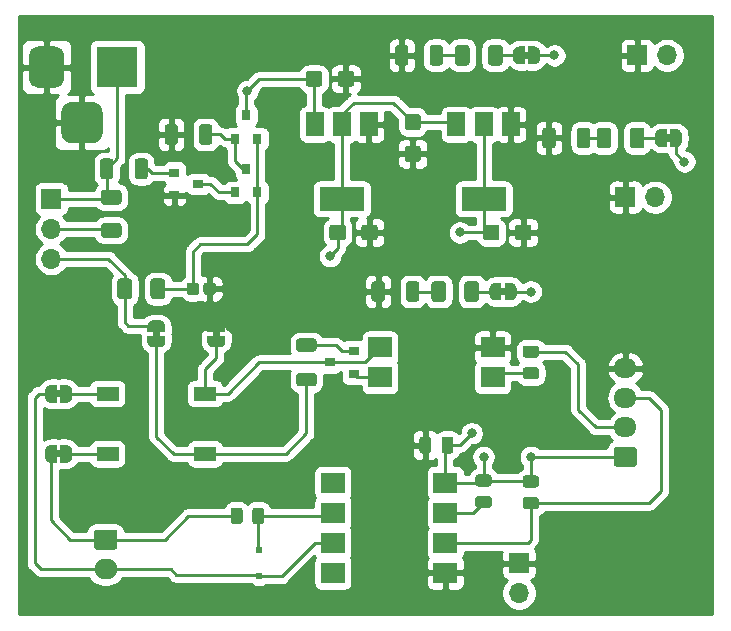
<source format=gbr>
%TF.GenerationSoftware,KiCad,Pcbnew,5.1.10-88a1d61d58~90~ubuntu21.04.1*%
%TF.CreationDate,2021-07-16T14:05:02+02:00*%
%TF.ProjectId,DccDetector,44636344-6574-4656-9374-6f722e6b6963,rev?*%
%TF.SameCoordinates,Original*%
%TF.FileFunction,Copper,L1,Top*%
%TF.FilePolarity,Positive*%
%FSLAX46Y46*%
G04 Gerber Fmt 4.6, Leading zero omitted, Abs format (unit mm)*
G04 Created by KiCad (PCBNEW 5.1.10-88a1d61d58~90~ubuntu21.04.1) date 2021-07-16 14:05:02*
%MOMM*%
%LPD*%
G01*
G04 APERTURE LIST*
%TA.AperFunction,EtchedComponent*%
%ADD10C,0.100000*%
%TD*%
%TA.AperFunction,ComponentPad*%
%ADD11R,3.500000X3.500000*%
%TD*%
%TA.AperFunction,ComponentPad*%
%ADD12O,1.950000X1.700000*%
%TD*%
%TA.AperFunction,ComponentPad*%
%ADD13O,1.700000X1.700000*%
%TD*%
%TA.AperFunction,ComponentPad*%
%ADD14R,1.700000X1.700000*%
%TD*%
%TA.AperFunction,SMDPad,CuDef*%
%ADD15C,0.100000*%
%TD*%
%TA.AperFunction,SMDPad,CuDef*%
%ADD16R,1.900000X1.200000*%
%TD*%
%TA.AperFunction,SMDPad,CuDef*%
%ADD17R,1.500000X2.000000*%
%TD*%
%TA.AperFunction,SMDPad,CuDef*%
%ADD18R,3.800000X2.000000*%
%TD*%
%TA.AperFunction,SMDPad,CuDef*%
%ADD19R,0.800000X0.900000*%
%TD*%
%TA.AperFunction,SMDPad,CuDef*%
%ADD20R,0.900000X0.800000*%
%TD*%
%TA.AperFunction,SMDPad,CuDef*%
%ADD21R,2.000000X1.780000*%
%TD*%
%TA.AperFunction,ComponentPad*%
%ADD22O,2.000000X1.700000*%
%TD*%
%TA.AperFunction,SMDPad,CuDef*%
%ADD23R,0.500000X0.500000*%
%TD*%
%TA.AperFunction,ViaPad*%
%ADD24C,0.800000*%
%TD*%
%TA.AperFunction,Conductor*%
%ADD25C,0.250000*%
%TD*%
%TA.AperFunction,Conductor*%
%ADD26C,0.254000*%
%TD*%
%TA.AperFunction,Conductor*%
%ADD27C,0.100000*%
%TD*%
G04 APERTURE END LIST*
D10*
%TO.C,JP7*%
G36*
X61900000Y-43700000D02*
G01*
X61400000Y-43700000D01*
X61400000Y-44300000D01*
X61900000Y-44300000D01*
X61900000Y-43700000D01*
G37*
%TO.C,JP6*%
G36*
X63900000Y-23700000D02*
G01*
X63400000Y-23700000D01*
X63400000Y-24300000D01*
X63900000Y-24300000D01*
X63900000Y-23700000D01*
G37*
%TO.C,JP5*%
G36*
X75900000Y-30700000D02*
G01*
X75400000Y-30700000D01*
X75400000Y-31300000D01*
X75900000Y-31300000D01*
X75900000Y-30700000D01*
G37*
%TO.C,JP4*%
G36*
X31990000Y-47330000D02*
G01*
X31990000Y-47830000D01*
X32590000Y-47830000D01*
X32590000Y-47330000D01*
X31990000Y-47330000D01*
G37*
%TO.C,JP3*%
G36*
X37070000Y-47330000D02*
G01*
X37070000Y-47830000D01*
X37670000Y-47830000D01*
X37670000Y-47330000D01*
X37070000Y-47330000D01*
G37*
%TO.C,JP2*%
G36*
X23770000Y-52960000D02*
G01*
X24270000Y-52960000D01*
X24270000Y-52360000D01*
X23770000Y-52360000D01*
X23770000Y-52960000D01*
G37*
%TO.C,JP1*%
G36*
X23770000Y-58040000D02*
G01*
X24270000Y-58040000D01*
X24270000Y-57440000D01*
X23770000Y-57440000D01*
X23770000Y-58040000D01*
G37*
%TD*%
%TO.P,J2,3*%
%TO.N,GND*%
%TA.AperFunction,ComponentPad*%
G36*
G01*
X24250000Y-30575000D02*
X24250000Y-28825000D01*
G75*
G02*
X25125000Y-27950000I875000J0D01*
G01*
X26875000Y-27950000D01*
G75*
G02*
X27750000Y-28825000I0J-875000D01*
G01*
X27750000Y-30575000D01*
G75*
G02*
X26875000Y-31450000I-875000J0D01*
G01*
X25125000Y-31450000D01*
G75*
G02*
X24250000Y-30575000I0J875000D01*
G01*
G37*
%TD.AperFunction*%
%TO.P,J2,2*%
%TA.AperFunction,ComponentPad*%
G36*
G01*
X21500000Y-26000000D02*
X21500000Y-24000000D01*
G75*
G02*
X22250000Y-23250000I750000J0D01*
G01*
X23750000Y-23250000D01*
G75*
G02*
X24500000Y-24000000I0J-750000D01*
G01*
X24500000Y-26000000D01*
G75*
G02*
X23750000Y-26750000I-750000J0D01*
G01*
X22250000Y-26750000D01*
G75*
G02*
X21500000Y-26000000I0J750000D01*
G01*
G37*
%TD.AperFunction*%
D11*
%TO.P,J2,1*%
%TO.N,/Power Distribution/Vin*%
X29000000Y-25000000D03*
%TD*%
D12*
%TO.P,J7,4*%
%TO.N,GND*%
X72000000Y-50500000D03*
%TO.P,J7,3*%
%TO.N,/_dcc*%
X72000000Y-53000000D03*
%TO.P,J7,2*%
%TO.N,/_ack*%
X72000000Y-55500000D03*
%TO.P,J7,1*%
%TO.N,+5V*%
%TA.AperFunction,ComponentPad*%
G36*
G01*
X72725000Y-58850000D02*
X71275000Y-58850000D01*
G75*
G02*
X71025000Y-58600000I0J250000D01*
G01*
X71025000Y-57400000D01*
G75*
G02*
X71275000Y-57150000I250000J0D01*
G01*
X72725000Y-57150000D01*
G75*
G02*
X72975000Y-57400000I0J-250000D01*
G01*
X72975000Y-58600000D01*
G75*
G02*
X72725000Y-58850000I-250000J0D01*
G01*
G37*
%TD.AperFunction*%
%TD*%
D13*
%TO.P,J6,2*%
%TO.N,+3V3*%
X74540000Y-36000000D03*
D14*
%TO.P,J6,1*%
%TO.N,GND*%
X72000000Y-36000000D03*
%TD*%
D13*
%TO.P,J5,2*%
%TO.N,+5V*%
X63000000Y-69540000D03*
D14*
%TO.P,J5,1*%
%TO.N,GND*%
X63000000Y-67000000D03*
%TD*%
D13*
%TO.P,J4,2*%
%TO.N,Vdrive*%
X75540000Y-24000000D03*
D14*
%TO.P,J4,1*%
%TO.N,GND*%
X73000000Y-24000000D03*
%TD*%
%TO.P,R10,2*%
%TO.N,GND*%
%TA.AperFunction,SMDPad,CuDef*%
G36*
G01*
X66100000Y-30374999D02*
X66100000Y-31625001D01*
G75*
G02*
X65850001Y-31875000I-249999J0D01*
G01*
X65224999Y-31875000D01*
G75*
G02*
X64975000Y-31625001I0J249999D01*
G01*
X64975000Y-30374999D01*
G75*
G02*
X65224999Y-30125000I249999J0D01*
G01*
X65850001Y-30125000D01*
G75*
G02*
X66100000Y-30374999I0J-249999D01*
G01*
G37*
%TD.AperFunction*%
%TO.P,R10,1*%
%TO.N,Net-(D6-Pad1)*%
%TA.AperFunction,SMDPad,CuDef*%
G36*
G01*
X69025000Y-30374999D02*
X69025000Y-31625001D01*
G75*
G02*
X68775001Y-31875000I-249999J0D01*
G01*
X68149999Y-31875000D01*
G75*
G02*
X67900000Y-31625001I0J249999D01*
G01*
X67900000Y-30374999D01*
G75*
G02*
X68149999Y-30125000I249999J0D01*
G01*
X68775001Y-30125000D01*
G75*
G02*
X69025000Y-30374999I0J-249999D01*
G01*
G37*
%TD.AperFunction*%
%TD*%
%TO.P,R9,2*%
%TO.N,GND*%
%TA.AperFunction,SMDPad,CuDef*%
G36*
G01*
X51637500Y-43374999D02*
X51637500Y-44625001D01*
G75*
G02*
X51387501Y-44875000I-249999J0D01*
G01*
X50762499Y-44875000D01*
G75*
G02*
X50512500Y-44625001I0J249999D01*
G01*
X50512500Y-43374999D01*
G75*
G02*
X50762499Y-43125000I249999J0D01*
G01*
X51387501Y-43125000D01*
G75*
G02*
X51637500Y-43374999I0J-249999D01*
G01*
G37*
%TD.AperFunction*%
%TO.P,R9,1*%
%TO.N,Net-(D5-Pad1)*%
%TA.AperFunction,SMDPad,CuDef*%
G36*
G01*
X54562500Y-43374999D02*
X54562500Y-44625001D01*
G75*
G02*
X54312501Y-44875000I-249999J0D01*
G01*
X53687499Y-44875000D01*
G75*
G02*
X53437500Y-44625001I0J249999D01*
G01*
X53437500Y-43374999D01*
G75*
G02*
X53687499Y-43125000I249999J0D01*
G01*
X54312501Y-43125000D01*
G75*
G02*
X54562500Y-43374999I0J-249999D01*
G01*
G37*
%TD.AperFunction*%
%TD*%
%TO.P,R6,2*%
%TO.N,GND*%
%TA.AperFunction,SMDPad,CuDef*%
G36*
G01*
X53637500Y-23374999D02*
X53637500Y-24625001D01*
G75*
G02*
X53387501Y-24875000I-249999J0D01*
G01*
X52762499Y-24875000D01*
G75*
G02*
X52512500Y-24625001I0J249999D01*
G01*
X52512500Y-23374999D01*
G75*
G02*
X52762499Y-23125000I249999J0D01*
G01*
X53387501Y-23125000D01*
G75*
G02*
X53637500Y-23374999I0J-249999D01*
G01*
G37*
%TD.AperFunction*%
%TO.P,R6,1*%
%TO.N,Net-(D4-Pad1)*%
%TA.AperFunction,SMDPad,CuDef*%
G36*
G01*
X56562500Y-23374999D02*
X56562500Y-24625001D01*
G75*
G02*
X56312501Y-24875000I-249999J0D01*
G01*
X55687499Y-24875000D01*
G75*
G02*
X55437500Y-24625001I0J249999D01*
G01*
X55437500Y-23374999D01*
G75*
G02*
X55687499Y-23125000I249999J0D01*
G01*
X56312501Y-23125000D01*
G75*
G02*
X56562500Y-23374999I0J-249999D01*
G01*
G37*
%TD.AperFunction*%
%TD*%
%TA.AperFunction,SMDPad,CuDef*%
D15*
%TO.P,JP7,1*%
%TO.N,Net-(D5-Pad2)*%
G36*
X61500000Y-44750000D02*
G01*
X61000000Y-44750000D01*
X61000000Y-44749398D01*
X60975466Y-44749398D01*
X60926635Y-44744588D01*
X60878510Y-44735016D01*
X60831555Y-44720772D01*
X60786222Y-44701995D01*
X60742949Y-44678864D01*
X60702150Y-44651604D01*
X60664221Y-44620476D01*
X60629524Y-44585779D01*
X60598396Y-44547850D01*
X60571136Y-44507051D01*
X60548005Y-44463778D01*
X60529228Y-44418445D01*
X60514984Y-44371490D01*
X60505412Y-44323365D01*
X60500602Y-44274534D01*
X60500602Y-44250000D01*
X60500000Y-44250000D01*
X60500000Y-43750000D01*
X60500602Y-43750000D01*
X60500602Y-43725466D01*
X60505412Y-43676635D01*
X60514984Y-43628510D01*
X60529228Y-43581555D01*
X60548005Y-43536222D01*
X60571136Y-43492949D01*
X60598396Y-43452150D01*
X60629524Y-43414221D01*
X60664221Y-43379524D01*
X60702150Y-43348396D01*
X60742949Y-43321136D01*
X60786222Y-43298005D01*
X60831555Y-43279228D01*
X60878510Y-43264984D01*
X60926635Y-43255412D01*
X60975466Y-43250602D01*
X61000000Y-43250602D01*
X61000000Y-43250000D01*
X61500000Y-43250000D01*
X61500000Y-44750000D01*
G37*
%TD.AperFunction*%
%TA.AperFunction,SMDPad,CuDef*%
%TO.P,JP7,2*%
%TO.N,+5V*%
G36*
X62300000Y-43250602D02*
G01*
X62324534Y-43250602D01*
X62373365Y-43255412D01*
X62421490Y-43264984D01*
X62468445Y-43279228D01*
X62513778Y-43298005D01*
X62557051Y-43321136D01*
X62597850Y-43348396D01*
X62635779Y-43379524D01*
X62670476Y-43414221D01*
X62701604Y-43452150D01*
X62728864Y-43492949D01*
X62751995Y-43536222D01*
X62770772Y-43581555D01*
X62785016Y-43628510D01*
X62794588Y-43676635D01*
X62799398Y-43725466D01*
X62799398Y-43750000D01*
X62800000Y-43750000D01*
X62800000Y-44250000D01*
X62799398Y-44250000D01*
X62799398Y-44274534D01*
X62794588Y-44323365D01*
X62785016Y-44371490D01*
X62770772Y-44418445D01*
X62751995Y-44463778D01*
X62728864Y-44507051D01*
X62701604Y-44547850D01*
X62670476Y-44585779D01*
X62635779Y-44620476D01*
X62597850Y-44651604D01*
X62557051Y-44678864D01*
X62513778Y-44701995D01*
X62468445Y-44720772D01*
X62421490Y-44735016D01*
X62373365Y-44744588D01*
X62324534Y-44749398D01*
X62300000Y-44749398D01*
X62300000Y-44750000D01*
X61800000Y-44750000D01*
X61800000Y-43250000D01*
X62300000Y-43250000D01*
X62300000Y-43250602D01*
G37*
%TD.AperFunction*%
%TD*%
%TA.AperFunction,SMDPad,CuDef*%
%TO.P,JP6,1*%
%TO.N,Net-(D4-Pad2)*%
G36*
X63500000Y-24750000D02*
G01*
X63000000Y-24750000D01*
X63000000Y-24749398D01*
X62975466Y-24749398D01*
X62926635Y-24744588D01*
X62878510Y-24735016D01*
X62831555Y-24720772D01*
X62786222Y-24701995D01*
X62742949Y-24678864D01*
X62702150Y-24651604D01*
X62664221Y-24620476D01*
X62629524Y-24585779D01*
X62598396Y-24547850D01*
X62571136Y-24507051D01*
X62548005Y-24463778D01*
X62529228Y-24418445D01*
X62514984Y-24371490D01*
X62505412Y-24323365D01*
X62500602Y-24274534D01*
X62500602Y-24250000D01*
X62500000Y-24250000D01*
X62500000Y-23750000D01*
X62500602Y-23750000D01*
X62500602Y-23725466D01*
X62505412Y-23676635D01*
X62514984Y-23628510D01*
X62529228Y-23581555D01*
X62548005Y-23536222D01*
X62571136Y-23492949D01*
X62598396Y-23452150D01*
X62629524Y-23414221D01*
X62664221Y-23379524D01*
X62702150Y-23348396D01*
X62742949Y-23321136D01*
X62786222Y-23298005D01*
X62831555Y-23279228D01*
X62878510Y-23264984D01*
X62926635Y-23255412D01*
X62975466Y-23250602D01*
X63000000Y-23250602D01*
X63000000Y-23250000D01*
X63500000Y-23250000D01*
X63500000Y-24750000D01*
G37*
%TD.AperFunction*%
%TA.AperFunction,SMDPad,CuDef*%
%TO.P,JP6,2*%
%TO.N,Vdrive*%
G36*
X64300000Y-23250602D02*
G01*
X64324534Y-23250602D01*
X64373365Y-23255412D01*
X64421490Y-23264984D01*
X64468445Y-23279228D01*
X64513778Y-23298005D01*
X64557051Y-23321136D01*
X64597850Y-23348396D01*
X64635779Y-23379524D01*
X64670476Y-23414221D01*
X64701604Y-23452150D01*
X64728864Y-23492949D01*
X64751995Y-23536222D01*
X64770772Y-23581555D01*
X64785016Y-23628510D01*
X64794588Y-23676635D01*
X64799398Y-23725466D01*
X64799398Y-23750000D01*
X64800000Y-23750000D01*
X64800000Y-24250000D01*
X64799398Y-24250000D01*
X64799398Y-24274534D01*
X64794588Y-24323365D01*
X64785016Y-24371490D01*
X64770772Y-24418445D01*
X64751995Y-24463778D01*
X64728864Y-24507051D01*
X64701604Y-24547850D01*
X64670476Y-24585779D01*
X64635779Y-24620476D01*
X64597850Y-24651604D01*
X64557051Y-24678864D01*
X64513778Y-24701995D01*
X64468445Y-24720772D01*
X64421490Y-24735016D01*
X64373365Y-24744588D01*
X64324534Y-24749398D01*
X64300000Y-24749398D01*
X64300000Y-24750000D01*
X63800000Y-24750000D01*
X63800000Y-23250000D01*
X64300000Y-23250000D01*
X64300000Y-23250602D01*
G37*
%TD.AperFunction*%
%TD*%
%TA.AperFunction,SMDPad,CuDef*%
%TO.P,JP5,1*%
%TO.N,Net-(D6-Pad2)*%
G36*
X75500000Y-31750000D02*
G01*
X75000000Y-31750000D01*
X75000000Y-31749398D01*
X74975466Y-31749398D01*
X74926635Y-31744588D01*
X74878510Y-31735016D01*
X74831555Y-31720772D01*
X74786222Y-31701995D01*
X74742949Y-31678864D01*
X74702150Y-31651604D01*
X74664221Y-31620476D01*
X74629524Y-31585779D01*
X74598396Y-31547850D01*
X74571136Y-31507051D01*
X74548005Y-31463778D01*
X74529228Y-31418445D01*
X74514984Y-31371490D01*
X74505412Y-31323365D01*
X74500602Y-31274534D01*
X74500602Y-31250000D01*
X74500000Y-31250000D01*
X74500000Y-30750000D01*
X74500602Y-30750000D01*
X74500602Y-30725466D01*
X74505412Y-30676635D01*
X74514984Y-30628510D01*
X74529228Y-30581555D01*
X74548005Y-30536222D01*
X74571136Y-30492949D01*
X74598396Y-30452150D01*
X74629524Y-30414221D01*
X74664221Y-30379524D01*
X74702150Y-30348396D01*
X74742949Y-30321136D01*
X74786222Y-30298005D01*
X74831555Y-30279228D01*
X74878510Y-30264984D01*
X74926635Y-30255412D01*
X74975466Y-30250602D01*
X75000000Y-30250602D01*
X75000000Y-30250000D01*
X75500000Y-30250000D01*
X75500000Y-31750000D01*
G37*
%TD.AperFunction*%
%TA.AperFunction,SMDPad,CuDef*%
%TO.P,JP5,2*%
%TO.N,+3V3*%
G36*
X76300000Y-30250602D02*
G01*
X76324534Y-30250602D01*
X76373365Y-30255412D01*
X76421490Y-30264984D01*
X76468445Y-30279228D01*
X76513778Y-30298005D01*
X76557051Y-30321136D01*
X76597850Y-30348396D01*
X76635779Y-30379524D01*
X76670476Y-30414221D01*
X76701604Y-30452150D01*
X76728864Y-30492949D01*
X76751995Y-30536222D01*
X76770772Y-30581555D01*
X76785016Y-30628510D01*
X76794588Y-30676635D01*
X76799398Y-30725466D01*
X76799398Y-30750000D01*
X76800000Y-30750000D01*
X76800000Y-31250000D01*
X76799398Y-31250000D01*
X76799398Y-31274534D01*
X76794588Y-31323365D01*
X76785016Y-31371490D01*
X76770772Y-31418445D01*
X76751995Y-31463778D01*
X76728864Y-31507051D01*
X76701604Y-31547850D01*
X76670476Y-31585779D01*
X76635779Y-31620476D01*
X76597850Y-31651604D01*
X76557051Y-31678864D01*
X76513778Y-31701995D01*
X76468445Y-31720772D01*
X76421490Y-31735016D01*
X76373365Y-31744588D01*
X76324534Y-31749398D01*
X76300000Y-31749398D01*
X76300000Y-31750000D01*
X75800000Y-31750000D01*
X75800000Y-30250000D01*
X76300000Y-30250000D01*
X76300000Y-30250602D01*
G37*
%TD.AperFunction*%
%TD*%
%TO.P,D6,2*%
%TO.N,Net-(D6-Pad2)*%
%TA.AperFunction,SMDPad,CuDef*%
G36*
G01*
X72375000Y-31625000D02*
X72375000Y-30375000D01*
G75*
G02*
X72625000Y-30125000I250000J0D01*
G01*
X73375000Y-30125000D01*
G75*
G02*
X73625000Y-30375000I0J-250000D01*
G01*
X73625000Y-31625000D01*
G75*
G02*
X73375000Y-31875000I-250000J0D01*
G01*
X72625000Y-31875000D01*
G75*
G02*
X72375000Y-31625000I0J250000D01*
G01*
G37*
%TD.AperFunction*%
%TO.P,D6,1*%
%TO.N,Net-(D6-Pad1)*%
%TA.AperFunction,SMDPad,CuDef*%
G36*
G01*
X69575000Y-31625000D02*
X69575000Y-30375000D01*
G75*
G02*
X69825000Y-30125000I250000J0D01*
G01*
X70575000Y-30125000D01*
G75*
G02*
X70825000Y-30375000I0J-250000D01*
G01*
X70825000Y-31625000D01*
G75*
G02*
X70575000Y-31875000I-250000J0D01*
G01*
X69825000Y-31875000D01*
G75*
G02*
X69575000Y-31625000I0J250000D01*
G01*
G37*
%TD.AperFunction*%
%TD*%
%TO.P,D5,2*%
%TO.N,Net-(D5-Pad2)*%
%TA.AperFunction,SMDPad,CuDef*%
G36*
G01*
X58375000Y-44625000D02*
X58375000Y-43375000D01*
G75*
G02*
X58625000Y-43125000I250000J0D01*
G01*
X59375000Y-43125000D01*
G75*
G02*
X59625000Y-43375000I0J-250000D01*
G01*
X59625000Y-44625000D01*
G75*
G02*
X59375000Y-44875000I-250000J0D01*
G01*
X58625000Y-44875000D01*
G75*
G02*
X58375000Y-44625000I0J250000D01*
G01*
G37*
%TD.AperFunction*%
%TO.P,D5,1*%
%TO.N,Net-(D5-Pad1)*%
%TA.AperFunction,SMDPad,CuDef*%
G36*
G01*
X55575000Y-44625000D02*
X55575000Y-43375000D01*
G75*
G02*
X55825000Y-43125000I250000J0D01*
G01*
X56575000Y-43125000D01*
G75*
G02*
X56825000Y-43375000I0J-250000D01*
G01*
X56825000Y-44625000D01*
G75*
G02*
X56575000Y-44875000I-250000J0D01*
G01*
X55825000Y-44875000D01*
G75*
G02*
X55575000Y-44625000I0J250000D01*
G01*
G37*
%TD.AperFunction*%
%TD*%
%TO.P,D4,2*%
%TO.N,Net-(D4-Pad2)*%
%TA.AperFunction,SMDPad,CuDef*%
G36*
G01*
X60375000Y-24625000D02*
X60375000Y-23375000D01*
G75*
G02*
X60625000Y-23125000I250000J0D01*
G01*
X61375000Y-23125000D01*
G75*
G02*
X61625000Y-23375000I0J-250000D01*
G01*
X61625000Y-24625000D01*
G75*
G02*
X61375000Y-24875000I-250000J0D01*
G01*
X60625000Y-24875000D01*
G75*
G02*
X60375000Y-24625000I0J250000D01*
G01*
G37*
%TD.AperFunction*%
%TO.P,D4,1*%
%TO.N,Net-(D4-Pad1)*%
%TA.AperFunction,SMDPad,CuDef*%
G36*
G01*
X57575000Y-24625000D02*
X57575000Y-23375000D01*
G75*
G02*
X57825000Y-23125000I250000J0D01*
G01*
X58575000Y-23125000D01*
G75*
G02*
X58825000Y-23375000I0J-250000D01*
G01*
X58825000Y-24625000D01*
G75*
G02*
X58575000Y-24875000I-250000J0D01*
G01*
X57825000Y-24875000D01*
G75*
G02*
X57575000Y-24625000I0J250000D01*
G01*
G37*
%TD.AperFunction*%
%TD*%
D16*
%TO.P,BR1,~*%
%TO.N,/Dcc Interface/J_ACK*%
X28165580Y-57749590D03*
%TO.P,BR1,~.*%
%TO.N,/Dcc Interface/K_ACK*%
X28165580Y-52649590D03*
%TO.P,BR1,+*%
%TO.N,Net-(BR1-Pad+)*%
X36415580Y-57749590D03*
%TO.P,BR1,-*%
%TO.N,Net-(BR1-Pad-)*%
X36415580Y-52649590D03*
%TD*%
%TO.P,D3,2*%
%TO.N,/Power Distribution/Vin*%
%TA.AperFunction,SMDPad,CuDef*%
G36*
G01*
X29105000Y-36645000D02*
X27855000Y-36645000D01*
G75*
G02*
X27605000Y-36395000I0J250000D01*
G01*
X27605000Y-35645000D01*
G75*
G02*
X27855000Y-35395000I250000J0D01*
G01*
X29105000Y-35395000D01*
G75*
G02*
X29355000Y-35645000I0J-250000D01*
G01*
X29355000Y-36395000D01*
G75*
G02*
X29105000Y-36645000I-250000J0D01*
G01*
G37*
%TD.AperFunction*%
%TO.P,D3,1*%
%TO.N,Vdrive*%
%TA.AperFunction,SMDPad,CuDef*%
G36*
G01*
X29105000Y-39445000D02*
X27855000Y-39445000D01*
G75*
G02*
X27605000Y-39195000I0J250000D01*
G01*
X27605000Y-38445000D01*
G75*
G02*
X27855000Y-38195000I250000J0D01*
G01*
X29105000Y-38195000D01*
G75*
G02*
X29355000Y-38445000I0J-250000D01*
G01*
X29355000Y-39195000D01*
G75*
G02*
X29105000Y-39445000I-250000J0D01*
G01*
G37*
%TD.AperFunction*%
%TD*%
D17*
%TO.P,U4,1*%
%TO.N,GND*%
X62300000Y-29850000D03*
%TO.P,U4,3*%
%TO.N,+5V*%
X57700000Y-29850000D03*
%TO.P,U4,2*%
%TO.N,+3V3*%
X60000000Y-29850000D03*
D18*
X60000000Y-36150000D03*
%TD*%
%TO.P,R8,2*%
%TO.N,GND*%
%TA.AperFunction,SMDPad,CuDef*%
G36*
G01*
X34122500Y-30074999D02*
X34122500Y-31325001D01*
G75*
G02*
X33872501Y-31575000I-249999J0D01*
G01*
X33247499Y-31575000D01*
G75*
G02*
X32997500Y-31325001I0J249999D01*
G01*
X32997500Y-30074999D01*
G75*
G02*
X33247499Y-29825000I249999J0D01*
G01*
X33872501Y-29825000D01*
G75*
G02*
X34122500Y-30074999I0J-249999D01*
G01*
G37*
%TD.AperFunction*%
%TO.P,R8,1*%
%TO.N,Net-(Q2-Pad3)*%
%TA.AperFunction,SMDPad,CuDef*%
G36*
G01*
X37047500Y-30074999D02*
X37047500Y-31325001D01*
G75*
G02*
X36797501Y-31575000I-249999J0D01*
G01*
X36172499Y-31575000D01*
G75*
G02*
X35922500Y-31325001I0J249999D01*
G01*
X35922500Y-30074999D01*
G75*
G02*
X36172499Y-29825000I249999J0D01*
G01*
X36797501Y-29825000D01*
G75*
G02*
X37047500Y-30074999I0J-249999D01*
G01*
G37*
%TD.AperFunction*%
%TD*%
%TO.P,R7,2*%
%TO.N,/Power Distribution/Vin*%
%TA.AperFunction,SMDPad,CuDef*%
G36*
G01*
X28657500Y-32984999D02*
X28657500Y-34235001D01*
G75*
G02*
X28407501Y-34485000I-249999J0D01*
G01*
X27782499Y-34485000D01*
G75*
G02*
X27532500Y-34235001I0J249999D01*
G01*
X27532500Y-32984999D01*
G75*
G02*
X27782499Y-32735000I249999J0D01*
G01*
X28407501Y-32735000D01*
G75*
G02*
X28657500Y-32984999I0J-249999D01*
G01*
G37*
%TD.AperFunction*%
%TO.P,R7,1*%
%TO.N,Net-(Q3-Pad1)*%
%TA.AperFunction,SMDPad,CuDef*%
G36*
G01*
X31582500Y-32984999D02*
X31582500Y-34235001D01*
G75*
G02*
X31332501Y-34485000I-249999J0D01*
G01*
X30707499Y-34485000D01*
G75*
G02*
X30457500Y-34235001I0J249999D01*
G01*
X30457500Y-32984999D01*
G75*
G02*
X30707499Y-32735000I249999J0D01*
G01*
X31332501Y-32735000D01*
G75*
G02*
X31582500Y-32984999I0J-249999D01*
G01*
G37*
%TD.AperFunction*%
%TD*%
D19*
%TO.P,Q4,3*%
%TO.N,Vdrive*%
X39910000Y-29070000D03*
%TO.P,Q4,2*%
%TO.N,Net-(C4-Pad1)*%
X40860000Y-31070000D03*
%TO.P,Q4,1*%
%TO.N,Net-(Q2-Pad3)*%
X38960000Y-31070000D03*
%TD*%
D20*
%TO.P,Q3,3*%
%TO.N,Net-(Q2-Pad1)*%
X35830000Y-34880000D03*
%TO.P,Q3,2*%
%TO.N,GND*%
X33830000Y-35830000D03*
%TO.P,Q3,1*%
%TO.N,Net-(Q3-Pad1)*%
X33830000Y-33930000D03*
%TD*%
D19*
%TO.P,Q2,3*%
%TO.N,Net-(Q2-Pad3)*%
X39910000Y-33610000D03*
%TO.P,Q2,2*%
%TO.N,Net-(C4-Pad1)*%
X40860000Y-35610000D03*
%TO.P,Q2,1*%
%TO.N,Net-(Q2-Pad1)*%
X38960000Y-35610000D03*
%TD*%
D13*
%TO.P,J3,3*%
%TO.N,/Dcc Interface/DccPower*%
X23400000Y-41230000D03*
%TO.P,J3,2*%
%TO.N,Vdrive*%
X23400000Y-38690000D03*
D14*
%TO.P,J3,1*%
%TO.N,/Power Distribution/Vin*%
X23400000Y-36150000D03*
%TD*%
%TO.P,D2,2*%
%TO.N,/Dcc Interface/DccPower*%
%TA.AperFunction,SMDPad,CuDef*%
G36*
G01*
X30245000Y-43145000D02*
X30245000Y-44395000D01*
G75*
G02*
X29995000Y-44645000I-250000J0D01*
G01*
X29245000Y-44645000D01*
G75*
G02*
X28995000Y-44395000I0J250000D01*
G01*
X28995000Y-43145000D01*
G75*
G02*
X29245000Y-42895000I250000J0D01*
G01*
X29995000Y-42895000D01*
G75*
G02*
X30245000Y-43145000I0J-250000D01*
G01*
G37*
%TD.AperFunction*%
%TO.P,D2,1*%
%TO.N,Net-(C4-Pad1)*%
%TA.AperFunction,SMDPad,CuDef*%
G36*
G01*
X33045000Y-43145000D02*
X33045000Y-44395000D01*
G75*
G02*
X32795000Y-44645000I-250000J0D01*
G01*
X32045000Y-44645000D01*
G75*
G02*
X31795000Y-44395000I0J250000D01*
G01*
X31795000Y-43145000D01*
G75*
G02*
X32045000Y-42895000I250000J0D01*
G01*
X32795000Y-42895000D01*
G75*
G02*
X33045000Y-43145000I0J-250000D01*
G01*
G37*
%TD.AperFunction*%
%TD*%
%TO.P,C6,2*%
%TO.N,GND*%
%TA.AperFunction,SMDPad,CuDef*%
G36*
G01*
X62650000Y-39425001D02*
X62650000Y-38574999D01*
G75*
G02*
X62899999Y-38325000I249999J0D01*
G01*
X63800001Y-38325000D01*
G75*
G02*
X64050000Y-38574999I0J-249999D01*
G01*
X64050000Y-39425001D01*
G75*
G02*
X63800001Y-39675000I-249999J0D01*
G01*
X62899999Y-39675000D01*
G75*
G02*
X62650000Y-39425001I0J249999D01*
G01*
G37*
%TD.AperFunction*%
%TO.P,C6,1*%
%TO.N,+3V3*%
%TA.AperFunction,SMDPad,CuDef*%
G36*
G01*
X59950000Y-39425001D02*
X59950000Y-38574999D01*
G75*
G02*
X60199999Y-38325000I249999J0D01*
G01*
X61100001Y-38325000D01*
G75*
G02*
X61350000Y-38574999I0J-249999D01*
G01*
X61350000Y-39425001D01*
G75*
G02*
X61100001Y-39675000I-249999J0D01*
G01*
X60199999Y-39675000D01*
G75*
G02*
X59950000Y-39425001I0J249999D01*
G01*
G37*
%TD.AperFunction*%
%TD*%
%TO.P,C5,2*%
%TO.N,GND*%
%TA.AperFunction,SMDPad,CuDef*%
G36*
G01*
X53574999Y-31650000D02*
X54425001Y-31650000D01*
G75*
G02*
X54675000Y-31899999I0J-249999D01*
G01*
X54675000Y-32800001D01*
G75*
G02*
X54425001Y-33050000I-249999J0D01*
G01*
X53574999Y-33050000D01*
G75*
G02*
X53325000Y-32800001I0J249999D01*
G01*
X53325000Y-31899999D01*
G75*
G02*
X53574999Y-31650000I249999J0D01*
G01*
G37*
%TD.AperFunction*%
%TO.P,C5,1*%
%TO.N,+5V*%
%TA.AperFunction,SMDPad,CuDef*%
G36*
G01*
X53574999Y-28950000D02*
X54425001Y-28950000D01*
G75*
G02*
X54675000Y-29199999I0J-249999D01*
G01*
X54675000Y-30100001D01*
G75*
G02*
X54425001Y-30350000I-249999J0D01*
G01*
X53574999Y-30350000D01*
G75*
G02*
X53325000Y-30100001I0J249999D01*
G01*
X53325000Y-29199999D01*
G75*
G02*
X53574999Y-28950000I249999J0D01*
G01*
G37*
%TD.AperFunction*%
%TD*%
%TO.P,C4,2*%
%TO.N,GND*%
%TA.AperFunction,SMDPad,CuDef*%
G36*
G01*
X36275000Y-44045001D02*
X36275000Y-43494999D01*
G75*
G02*
X36524999Y-43245000I249999J0D01*
G01*
X37100001Y-43245000D01*
G75*
G02*
X37350000Y-43494999I0J-249999D01*
G01*
X37350000Y-44045001D01*
G75*
G02*
X37100001Y-44295000I-249999J0D01*
G01*
X36524999Y-44295000D01*
G75*
G02*
X36275000Y-44045001I0J249999D01*
G01*
G37*
%TD.AperFunction*%
%TO.P,C4,1*%
%TO.N,Net-(C4-Pad1)*%
%TA.AperFunction,SMDPad,CuDef*%
G36*
G01*
X34850000Y-44045001D02*
X34850000Y-43494999D01*
G75*
G02*
X35099999Y-43245000I249999J0D01*
G01*
X35675001Y-43245000D01*
G75*
G02*
X35925000Y-43494999I0J-249999D01*
G01*
X35925000Y-44045001D01*
G75*
G02*
X35675001Y-44295000I-249999J0D01*
G01*
X35099999Y-44295000D01*
G75*
G02*
X34850000Y-44045001I0J249999D01*
G01*
G37*
%TD.AperFunction*%
%TD*%
D21*
%TO.P,U3,4*%
%TO.N,Net-(Q1-Pad1)*%
X51235000Y-51270000D03*
%TO.P,U3,2*%
%TO.N,GND*%
X60765000Y-48730000D03*
%TO.P,U3,3*%
%TO.N,Net-(BR1-Pad-)*%
X51235000Y-48730000D03*
%TO.P,U3,1*%
%TO.N,Net-(R3-Pad2)*%
X60765000Y-51270000D03*
%TD*%
%TO.P,U2,8*%
%TO.N,+5V*%
X56765000Y-60190000D03*
%TO.P,U2,4*%
%TO.N,N/C*%
X47235000Y-67810000D03*
%TO.P,U2,7*%
%TO.N,Net-(R4-Pad1)*%
X56765000Y-62730000D03*
%TO.P,U2,3*%
%TO.N,/Dcc Interface/K*%
X47235000Y-65270000D03*
%TO.P,U2,6*%
%TO.N,/_dcc*%
X56765000Y-65270000D03*
%TO.P,U2,2*%
%TO.N,Net-(D1-Pad1)*%
X47235000Y-62730000D03*
%TO.P,U2,5*%
%TO.N,GND*%
X56765000Y-67810000D03*
%TO.P,U2,1*%
%TO.N,Net-(U2-Pad1)*%
X47235000Y-60190000D03*
%TD*%
D17*
%TO.P,U1,1*%
%TO.N,GND*%
X50300000Y-29850000D03*
%TO.P,U1,3*%
%TO.N,Vdrive*%
X45700000Y-29850000D03*
%TO.P,U1,2*%
%TO.N,+5V*%
X48000000Y-29850000D03*
D18*
X48000000Y-36150000D03*
%TD*%
%TO.P,R5,2*%
%TO.N,+5V*%
%TA.AperFunction,SMDPad,CuDef*%
G36*
G01*
X64450001Y-60600000D02*
X63549999Y-60600000D01*
G75*
G02*
X63300000Y-60350001I0J249999D01*
G01*
X63300000Y-59824999D01*
G75*
G02*
X63549999Y-59575000I249999J0D01*
G01*
X64450001Y-59575000D01*
G75*
G02*
X64700000Y-59824999I0J-249999D01*
G01*
X64700000Y-60350001D01*
G75*
G02*
X64450001Y-60600000I-249999J0D01*
G01*
G37*
%TD.AperFunction*%
%TO.P,R5,1*%
%TO.N,/_dcc*%
%TA.AperFunction,SMDPad,CuDef*%
G36*
G01*
X64450001Y-62425000D02*
X63549999Y-62425000D01*
G75*
G02*
X63300000Y-62175001I0J249999D01*
G01*
X63300000Y-61649999D01*
G75*
G02*
X63549999Y-61400000I249999J0D01*
G01*
X64450001Y-61400000D01*
G75*
G02*
X64700000Y-61649999I0J-249999D01*
G01*
X64700000Y-62175001D01*
G75*
G02*
X64450001Y-62425000I-249999J0D01*
G01*
G37*
%TD.AperFunction*%
%TD*%
%TO.P,R4,2*%
%TO.N,+5V*%
%TA.AperFunction,SMDPad,CuDef*%
G36*
G01*
X60450001Y-60512500D02*
X59549999Y-60512500D01*
G75*
G02*
X59300000Y-60262501I0J249999D01*
G01*
X59300000Y-59737499D01*
G75*
G02*
X59549999Y-59487500I249999J0D01*
G01*
X60450001Y-59487500D01*
G75*
G02*
X60700000Y-59737499I0J-249999D01*
G01*
X60700000Y-60262501D01*
G75*
G02*
X60450001Y-60512500I-249999J0D01*
G01*
G37*
%TD.AperFunction*%
%TO.P,R4,1*%
%TO.N,Net-(R4-Pad1)*%
%TA.AperFunction,SMDPad,CuDef*%
G36*
G01*
X60450001Y-62337500D02*
X59549999Y-62337500D01*
G75*
G02*
X59300000Y-62087501I0J249999D01*
G01*
X59300000Y-61562499D01*
G75*
G02*
X59549999Y-61312500I249999J0D01*
G01*
X60450001Y-61312500D01*
G75*
G02*
X60700000Y-61562499I0J-249999D01*
G01*
X60700000Y-62087501D01*
G75*
G02*
X60450001Y-62337500I-249999J0D01*
G01*
G37*
%TD.AperFunction*%
%TD*%
%TO.P,R3,2*%
%TO.N,Net-(R3-Pad2)*%
%TA.AperFunction,SMDPad,CuDef*%
G36*
G01*
X63549999Y-50400000D02*
X64450001Y-50400000D01*
G75*
G02*
X64700000Y-50649999I0J-249999D01*
G01*
X64700000Y-51175001D01*
G75*
G02*
X64450001Y-51425000I-249999J0D01*
G01*
X63549999Y-51425000D01*
G75*
G02*
X63300000Y-51175001I0J249999D01*
G01*
X63300000Y-50649999D01*
G75*
G02*
X63549999Y-50400000I249999J0D01*
G01*
G37*
%TD.AperFunction*%
%TO.P,R3,1*%
%TO.N,/_ack*%
%TA.AperFunction,SMDPad,CuDef*%
G36*
G01*
X63549999Y-48575000D02*
X64450001Y-48575000D01*
G75*
G02*
X64700000Y-48824999I0J-249999D01*
G01*
X64700000Y-49350001D01*
G75*
G02*
X64450001Y-49600000I-249999J0D01*
G01*
X63549999Y-49600000D01*
G75*
G02*
X63300000Y-49350001I0J249999D01*
G01*
X63300000Y-48824999D01*
G75*
G02*
X63549999Y-48575000I249999J0D01*
G01*
G37*
%TD.AperFunction*%
%TD*%
%TO.P,R2,2*%
%TO.N,/Dcc Interface/J*%
%TA.AperFunction,SMDPad,CuDef*%
G36*
G01*
X39600000Y-62549999D02*
X39600000Y-63450001D01*
G75*
G02*
X39350001Y-63700000I-249999J0D01*
G01*
X38824999Y-63700000D01*
G75*
G02*
X38575000Y-63450001I0J249999D01*
G01*
X38575000Y-62549999D01*
G75*
G02*
X38824999Y-62300000I249999J0D01*
G01*
X39350001Y-62300000D01*
G75*
G02*
X39600000Y-62549999I0J-249999D01*
G01*
G37*
%TD.AperFunction*%
%TO.P,R2,1*%
%TO.N,Net-(D1-Pad1)*%
%TA.AperFunction,SMDPad,CuDef*%
G36*
G01*
X41425000Y-62549999D02*
X41425000Y-63450001D01*
G75*
G02*
X41175001Y-63700000I-249999J0D01*
G01*
X40649999Y-63700000D01*
G75*
G02*
X40400000Y-63450001I0J249999D01*
G01*
X40400000Y-62549999D01*
G75*
G02*
X40649999Y-62300000I249999J0D01*
G01*
X41175001Y-62300000D01*
G75*
G02*
X41425000Y-62549999I0J-249999D01*
G01*
G37*
%TD.AperFunction*%
%TD*%
%TO.P,R1,2*%
%TO.N,Net-(BR1-Pad+)*%
%TA.AperFunction,SMDPad,CuDef*%
G36*
G01*
X44374999Y-50900000D02*
X45625001Y-50900000D01*
G75*
G02*
X45875000Y-51149999I0J-249999D01*
G01*
X45875000Y-51775001D01*
G75*
G02*
X45625001Y-52025000I-249999J0D01*
G01*
X44374999Y-52025000D01*
G75*
G02*
X44125000Y-51775001I0J249999D01*
G01*
X44125000Y-51149999D01*
G75*
G02*
X44374999Y-50900000I249999J0D01*
G01*
G37*
%TD.AperFunction*%
%TO.P,R1,1*%
%TO.N,Net-(Q1-Pad2)*%
%TA.AperFunction,SMDPad,CuDef*%
G36*
G01*
X44374999Y-47975000D02*
X45625001Y-47975000D01*
G75*
G02*
X45875000Y-48224999I0J-249999D01*
G01*
X45875000Y-48850001D01*
G75*
G02*
X45625001Y-49100000I-249999J0D01*
G01*
X44374999Y-49100000D01*
G75*
G02*
X44125000Y-48850001I0J249999D01*
G01*
X44125000Y-48224999D01*
G75*
G02*
X44374999Y-47975000I249999J0D01*
G01*
G37*
%TD.AperFunction*%
%TD*%
D20*
%TO.P,Q1,3*%
%TO.N,Net-(BR1-Pad-)*%
X47000000Y-50000000D03*
%TO.P,Q1,2*%
%TO.N,Net-(Q1-Pad2)*%
X49000000Y-49050000D03*
%TO.P,Q1,1*%
%TO.N,Net-(Q1-Pad1)*%
X49000000Y-50950000D03*
%TD*%
%TA.AperFunction,SMDPad,CuDef*%
D15*
%TO.P,JP4,1*%
%TO.N,Net-(BR1-Pad+)*%
G36*
X33040000Y-47730000D02*
G01*
X33040000Y-48230000D01*
X33039398Y-48230000D01*
X33039398Y-48254534D01*
X33034588Y-48303365D01*
X33025016Y-48351490D01*
X33010772Y-48398445D01*
X32991995Y-48443778D01*
X32968864Y-48487051D01*
X32941604Y-48527850D01*
X32910476Y-48565779D01*
X32875779Y-48600476D01*
X32837850Y-48631604D01*
X32797051Y-48658864D01*
X32753778Y-48681995D01*
X32708445Y-48700772D01*
X32661490Y-48715016D01*
X32613365Y-48724588D01*
X32564534Y-48729398D01*
X32540000Y-48729398D01*
X32540000Y-48730000D01*
X32040000Y-48730000D01*
X32040000Y-48729398D01*
X32015466Y-48729398D01*
X31966635Y-48724588D01*
X31918510Y-48715016D01*
X31871555Y-48700772D01*
X31826222Y-48681995D01*
X31782949Y-48658864D01*
X31742150Y-48631604D01*
X31704221Y-48600476D01*
X31669524Y-48565779D01*
X31638396Y-48527850D01*
X31611136Y-48487051D01*
X31588005Y-48443778D01*
X31569228Y-48398445D01*
X31554984Y-48351490D01*
X31545412Y-48303365D01*
X31540602Y-48254534D01*
X31540602Y-48230000D01*
X31540000Y-48230000D01*
X31540000Y-47730000D01*
X33040000Y-47730000D01*
G37*
%TD.AperFunction*%
%TA.AperFunction,SMDPad,CuDef*%
%TO.P,JP4,2*%
%TO.N,/Dcc Interface/DccPower*%
G36*
X31540602Y-46930000D02*
G01*
X31540602Y-46905466D01*
X31545412Y-46856635D01*
X31554984Y-46808510D01*
X31569228Y-46761555D01*
X31588005Y-46716222D01*
X31611136Y-46672949D01*
X31638396Y-46632150D01*
X31669524Y-46594221D01*
X31704221Y-46559524D01*
X31742150Y-46528396D01*
X31782949Y-46501136D01*
X31826222Y-46478005D01*
X31871555Y-46459228D01*
X31918510Y-46444984D01*
X31966635Y-46435412D01*
X32015466Y-46430602D01*
X32040000Y-46430602D01*
X32040000Y-46430000D01*
X32540000Y-46430000D01*
X32540000Y-46430602D01*
X32564534Y-46430602D01*
X32613365Y-46435412D01*
X32661490Y-46444984D01*
X32708445Y-46459228D01*
X32753778Y-46478005D01*
X32797051Y-46501136D01*
X32837850Y-46528396D01*
X32875779Y-46559524D01*
X32910476Y-46594221D01*
X32941604Y-46632150D01*
X32968864Y-46672949D01*
X32991995Y-46716222D01*
X33010772Y-46761555D01*
X33025016Y-46808510D01*
X33034588Y-46856635D01*
X33039398Y-46905466D01*
X33039398Y-46930000D01*
X33040000Y-46930000D01*
X33040000Y-47430000D01*
X31540000Y-47430000D01*
X31540000Y-46930000D01*
X31540602Y-46930000D01*
G37*
%TD.AperFunction*%
%TD*%
%TA.AperFunction,SMDPad,CuDef*%
%TO.P,JP3,1*%
%TO.N,Net-(BR1-Pad-)*%
G36*
X38120000Y-47730000D02*
G01*
X38120000Y-48230000D01*
X38119398Y-48230000D01*
X38119398Y-48254534D01*
X38114588Y-48303365D01*
X38105016Y-48351490D01*
X38090772Y-48398445D01*
X38071995Y-48443778D01*
X38048864Y-48487051D01*
X38021604Y-48527850D01*
X37990476Y-48565779D01*
X37955779Y-48600476D01*
X37917850Y-48631604D01*
X37877051Y-48658864D01*
X37833778Y-48681995D01*
X37788445Y-48700772D01*
X37741490Y-48715016D01*
X37693365Y-48724588D01*
X37644534Y-48729398D01*
X37620000Y-48729398D01*
X37620000Y-48730000D01*
X37120000Y-48730000D01*
X37120000Y-48729398D01*
X37095466Y-48729398D01*
X37046635Y-48724588D01*
X36998510Y-48715016D01*
X36951555Y-48700772D01*
X36906222Y-48681995D01*
X36862949Y-48658864D01*
X36822150Y-48631604D01*
X36784221Y-48600476D01*
X36749524Y-48565779D01*
X36718396Y-48527850D01*
X36691136Y-48487051D01*
X36668005Y-48443778D01*
X36649228Y-48398445D01*
X36634984Y-48351490D01*
X36625412Y-48303365D01*
X36620602Y-48254534D01*
X36620602Y-48230000D01*
X36620000Y-48230000D01*
X36620000Y-47730000D01*
X38120000Y-47730000D01*
G37*
%TD.AperFunction*%
%TA.AperFunction,SMDPad,CuDef*%
%TO.P,JP3,2*%
%TO.N,GND*%
G36*
X36620602Y-46930000D02*
G01*
X36620602Y-46905466D01*
X36625412Y-46856635D01*
X36634984Y-46808510D01*
X36649228Y-46761555D01*
X36668005Y-46716222D01*
X36691136Y-46672949D01*
X36718396Y-46632150D01*
X36749524Y-46594221D01*
X36784221Y-46559524D01*
X36822150Y-46528396D01*
X36862949Y-46501136D01*
X36906222Y-46478005D01*
X36951555Y-46459228D01*
X36998510Y-46444984D01*
X37046635Y-46435412D01*
X37095466Y-46430602D01*
X37120000Y-46430602D01*
X37120000Y-46430000D01*
X37620000Y-46430000D01*
X37620000Y-46430602D01*
X37644534Y-46430602D01*
X37693365Y-46435412D01*
X37741490Y-46444984D01*
X37788445Y-46459228D01*
X37833778Y-46478005D01*
X37877051Y-46501136D01*
X37917850Y-46528396D01*
X37955779Y-46559524D01*
X37990476Y-46594221D01*
X38021604Y-46632150D01*
X38048864Y-46672949D01*
X38071995Y-46716222D01*
X38090772Y-46761555D01*
X38105016Y-46808510D01*
X38114588Y-46856635D01*
X38119398Y-46905466D01*
X38119398Y-46930000D01*
X38120000Y-46930000D01*
X38120000Y-47430000D01*
X36620000Y-47430000D01*
X36620000Y-46930000D01*
X36620602Y-46930000D01*
G37*
%TD.AperFunction*%
%TD*%
%TA.AperFunction,SMDPad,CuDef*%
%TO.P,JP2,1*%
%TO.N,/Dcc Interface/K_ACK*%
G36*
X24170000Y-51910000D02*
G01*
X24670000Y-51910000D01*
X24670000Y-51910602D01*
X24694534Y-51910602D01*
X24743365Y-51915412D01*
X24791490Y-51924984D01*
X24838445Y-51939228D01*
X24883778Y-51958005D01*
X24927051Y-51981136D01*
X24967850Y-52008396D01*
X25005779Y-52039524D01*
X25040476Y-52074221D01*
X25071604Y-52112150D01*
X25098864Y-52152949D01*
X25121995Y-52196222D01*
X25140772Y-52241555D01*
X25155016Y-52288510D01*
X25164588Y-52336635D01*
X25169398Y-52385466D01*
X25169398Y-52410000D01*
X25170000Y-52410000D01*
X25170000Y-52910000D01*
X25169398Y-52910000D01*
X25169398Y-52934534D01*
X25164588Y-52983365D01*
X25155016Y-53031490D01*
X25140772Y-53078445D01*
X25121995Y-53123778D01*
X25098864Y-53167051D01*
X25071604Y-53207850D01*
X25040476Y-53245779D01*
X25005779Y-53280476D01*
X24967850Y-53311604D01*
X24927051Y-53338864D01*
X24883778Y-53361995D01*
X24838445Y-53380772D01*
X24791490Y-53395016D01*
X24743365Y-53404588D01*
X24694534Y-53409398D01*
X24670000Y-53409398D01*
X24670000Y-53410000D01*
X24170000Y-53410000D01*
X24170000Y-51910000D01*
G37*
%TD.AperFunction*%
%TA.AperFunction,SMDPad,CuDef*%
%TO.P,JP2,2*%
%TO.N,/Dcc Interface/K*%
G36*
X23370000Y-53409398D02*
G01*
X23345466Y-53409398D01*
X23296635Y-53404588D01*
X23248510Y-53395016D01*
X23201555Y-53380772D01*
X23156222Y-53361995D01*
X23112949Y-53338864D01*
X23072150Y-53311604D01*
X23034221Y-53280476D01*
X22999524Y-53245779D01*
X22968396Y-53207850D01*
X22941136Y-53167051D01*
X22918005Y-53123778D01*
X22899228Y-53078445D01*
X22884984Y-53031490D01*
X22875412Y-52983365D01*
X22870602Y-52934534D01*
X22870602Y-52910000D01*
X22870000Y-52910000D01*
X22870000Y-52410000D01*
X22870602Y-52410000D01*
X22870602Y-52385466D01*
X22875412Y-52336635D01*
X22884984Y-52288510D01*
X22899228Y-52241555D01*
X22918005Y-52196222D01*
X22941136Y-52152949D01*
X22968396Y-52112150D01*
X22999524Y-52074221D01*
X23034221Y-52039524D01*
X23072150Y-52008396D01*
X23112949Y-51981136D01*
X23156222Y-51958005D01*
X23201555Y-51939228D01*
X23248510Y-51924984D01*
X23296635Y-51915412D01*
X23345466Y-51910602D01*
X23370000Y-51910602D01*
X23370000Y-51910000D01*
X23870000Y-51910000D01*
X23870000Y-53410000D01*
X23370000Y-53410000D01*
X23370000Y-53409398D01*
G37*
%TD.AperFunction*%
%TD*%
%TA.AperFunction,SMDPad,CuDef*%
%TO.P,JP1,1*%
%TO.N,/Dcc Interface/J_ACK*%
G36*
X24170000Y-56990000D02*
G01*
X24670000Y-56990000D01*
X24670000Y-56990602D01*
X24694534Y-56990602D01*
X24743365Y-56995412D01*
X24791490Y-57004984D01*
X24838445Y-57019228D01*
X24883778Y-57038005D01*
X24927051Y-57061136D01*
X24967850Y-57088396D01*
X25005779Y-57119524D01*
X25040476Y-57154221D01*
X25071604Y-57192150D01*
X25098864Y-57232949D01*
X25121995Y-57276222D01*
X25140772Y-57321555D01*
X25155016Y-57368510D01*
X25164588Y-57416635D01*
X25169398Y-57465466D01*
X25169398Y-57490000D01*
X25170000Y-57490000D01*
X25170000Y-57990000D01*
X25169398Y-57990000D01*
X25169398Y-58014534D01*
X25164588Y-58063365D01*
X25155016Y-58111490D01*
X25140772Y-58158445D01*
X25121995Y-58203778D01*
X25098864Y-58247051D01*
X25071604Y-58287850D01*
X25040476Y-58325779D01*
X25005779Y-58360476D01*
X24967850Y-58391604D01*
X24927051Y-58418864D01*
X24883778Y-58441995D01*
X24838445Y-58460772D01*
X24791490Y-58475016D01*
X24743365Y-58484588D01*
X24694534Y-58489398D01*
X24670000Y-58489398D01*
X24670000Y-58490000D01*
X24170000Y-58490000D01*
X24170000Y-56990000D01*
G37*
%TD.AperFunction*%
%TA.AperFunction,SMDPad,CuDef*%
%TO.P,JP1,2*%
%TO.N,/Dcc Interface/J*%
G36*
X23370000Y-58489398D02*
G01*
X23345466Y-58489398D01*
X23296635Y-58484588D01*
X23248510Y-58475016D01*
X23201555Y-58460772D01*
X23156222Y-58441995D01*
X23112949Y-58418864D01*
X23072150Y-58391604D01*
X23034221Y-58360476D01*
X22999524Y-58325779D01*
X22968396Y-58287850D01*
X22941136Y-58247051D01*
X22918005Y-58203778D01*
X22899228Y-58158445D01*
X22884984Y-58111490D01*
X22875412Y-58063365D01*
X22870602Y-58014534D01*
X22870602Y-57990000D01*
X22870000Y-57990000D01*
X22870000Y-57490000D01*
X22870602Y-57490000D01*
X22870602Y-57465466D01*
X22875412Y-57416635D01*
X22884984Y-57368510D01*
X22899228Y-57321555D01*
X22918005Y-57276222D01*
X22941136Y-57232949D01*
X22968396Y-57192150D01*
X22999524Y-57154221D01*
X23034221Y-57119524D01*
X23072150Y-57088396D01*
X23112949Y-57061136D01*
X23156222Y-57038005D01*
X23201555Y-57019228D01*
X23248510Y-57004984D01*
X23296635Y-56995412D01*
X23345466Y-56990602D01*
X23370000Y-56990602D01*
X23370000Y-56990000D01*
X23870000Y-56990000D01*
X23870000Y-58490000D01*
X23370000Y-58490000D01*
X23370000Y-58489398D01*
G37*
%TD.AperFunction*%
%TD*%
D22*
%TO.P,J1,2*%
%TO.N,/Dcc Interface/K*%
X28000000Y-67500000D03*
%TO.P,J1,1*%
%TO.N,/Dcc Interface/J*%
%TA.AperFunction,ComponentPad*%
G36*
G01*
X27250000Y-64150000D02*
X28750000Y-64150000D01*
G75*
G02*
X29000000Y-64400000I0J-250000D01*
G01*
X29000000Y-65600000D01*
G75*
G02*
X28750000Y-65850000I-250000J0D01*
G01*
X27250000Y-65850000D01*
G75*
G02*
X27000000Y-65600000I0J250000D01*
G01*
X27000000Y-64400000D01*
G75*
G02*
X27250000Y-64150000I250000J0D01*
G01*
G37*
%TD.AperFunction*%
%TD*%
D23*
%TO.P,D1,2*%
%TO.N,/Dcc Interface/K*%
X41000000Y-68100000D03*
%TO.P,D1,1*%
%TO.N,Net-(D1-Pad1)*%
X41000000Y-65900000D03*
%TD*%
%TO.P,C3,2*%
%TO.N,GND*%
%TA.AperFunction,SMDPad,CuDef*%
G36*
G01*
X55550000Y-56525000D02*
X55550000Y-57475000D01*
G75*
G02*
X55300000Y-57725000I-250000J0D01*
G01*
X54800000Y-57725000D01*
G75*
G02*
X54550000Y-57475000I0J250000D01*
G01*
X54550000Y-56525000D01*
G75*
G02*
X54800000Y-56275000I250000J0D01*
G01*
X55300000Y-56275000D01*
G75*
G02*
X55550000Y-56525000I0J-250000D01*
G01*
G37*
%TD.AperFunction*%
%TO.P,C3,1*%
%TO.N,+5V*%
%TA.AperFunction,SMDPad,CuDef*%
G36*
G01*
X57450000Y-56525000D02*
X57450000Y-57475000D01*
G75*
G02*
X57200000Y-57725000I-250000J0D01*
G01*
X56700000Y-57725000D01*
G75*
G02*
X56450000Y-57475000I0J250000D01*
G01*
X56450000Y-56525000D01*
G75*
G02*
X56700000Y-56275000I250000J0D01*
G01*
X57200000Y-56275000D01*
G75*
G02*
X57450000Y-56525000I0J-250000D01*
G01*
G37*
%TD.AperFunction*%
%TD*%
%TO.P,C2,2*%
%TO.N,GND*%
%TA.AperFunction,SMDPad,CuDef*%
G36*
G01*
X49650000Y-39425001D02*
X49650000Y-38574999D01*
G75*
G02*
X49899999Y-38325000I249999J0D01*
G01*
X50800001Y-38325000D01*
G75*
G02*
X51050000Y-38574999I0J-249999D01*
G01*
X51050000Y-39425001D01*
G75*
G02*
X50800001Y-39675000I-249999J0D01*
G01*
X49899999Y-39675000D01*
G75*
G02*
X49650000Y-39425001I0J249999D01*
G01*
G37*
%TD.AperFunction*%
%TO.P,C2,1*%
%TO.N,+5V*%
%TA.AperFunction,SMDPad,CuDef*%
G36*
G01*
X46950000Y-39425001D02*
X46950000Y-38574999D01*
G75*
G02*
X47199999Y-38325000I249999J0D01*
G01*
X48100001Y-38325000D01*
G75*
G02*
X48350000Y-38574999I0J-249999D01*
G01*
X48350000Y-39425001D01*
G75*
G02*
X48100001Y-39675000I-249999J0D01*
G01*
X47199999Y-39675000D01*
G75*
G02*
X46950000Y-39425001I0J249999D01*
G01*
G37*
%TD.AperFunction*%
%TD*%
%TO.P,C1,2*%
%TO.N,GND*%
%TA.AperFunction,SMDPad,CuDef*%
G36*
G01*
X47650000Y-26425001D02*
X47650000Y-25574999D01*
G75*
G02*
X47899999Y-25325000I249999J0D01*
G01*
X48800001Y-25325000D01*
G75*
G02*
X49050000Y-25574999I0J-249999D01*
G01*
X49050000Y-26425001D01*
G75*
G02*
X48800001Y-26675000I-249999J0D01*
G01*
X47899999Y-26675000D01*
G75*
G02*
X47650000Y-26425001I0J249999D01*
G01*
G37*
%TD.AperFunction*%
%TO.P,C1,1*%
%TO.N,Vdrive*%
%TA.AperFunction,SMDPad,CuDef*%
G36*
G01*
X44950000Y-26425001D02*
X44950000Y-25574999D01*
G75*
G02*
X45199999Y-25325000I249999J0D01*
G01*
X46100001Y-25325000D01*
G75*
G02*
X46350000Y-25574999I0J-249999D01*
G01*
X46350000Y-26425001D01*
G75*
G02*
X46100001Y-26675000I-249999J0D01*
G01*
X45199999Y-26675000D01*
G75*
G02*
X44950000Y-26425001I0J249999D01*
G01*
G37*
%TD.AperFunction*%
%TD*%
D24*
%TO.N,Vdrive*%
X40000000Y-27000000D03*
X66000000Y-24000000D03*
%TO.N,+5V*%
X47000000Y-41000000D03*
X64000000Y-58000000D03*
X60000000Y-58000000D03*
X59000000Y-56000000D03*
X64000000Y-44000000D03*
%TO.N,+3V3*%
X58000000Y-39000000D03*
X77000000Y-33000000D03*
%TD*%
D25*
%TO.N,/Dcc Interface/J_ACK*%
X28155990Y-57740000D02*
X28165580Y-57749590D01*
X24670000Y-57740000D02*
X28155990Y-57740000D01*
%TO.N,/Dcc Interface/K_ACK*%
X28155170Y-52660000D02*
X28165580Y-52649590D01*
X24670000Y-52660000D02*
X28155170Y-52660000D01*
%TO.N,Net-(BR1-Pad+)*%
X32290000Y-48230000D02*
X32290000Y-56290000D01*
X33749590Y-57749590D02*
X36415580Y-57749590D01*
X32290000Y-56290000D02*
X33749590Y-57749590D01*
X36415580Y-57749590D02*
X43250410Y-57749590D01*
X45000000Y-56000000D02*
X45000000Y-51462500D01*
X43250410Y-57749590D02*
X45000000Y-56000000D01*
%TO.N,Net-(BR1-Pad-)*%
X36415580Y-52649590D02*
X36415580Y-50584420D01*
X37370000Y-49630000D02*
X37370000Y-48230000D01*
X36415580Y-50584420D02*
X37370000Y-49630000D01*
X47000000Y-50000000D02*
X41000000Y-50000000D01*
X38350410Y-52649590D02*
X36415580Y-52649590D01*
X41000000Y-50000000D02*
X38350410Y-52649590D01*
X49965000Y-50000000D02*
X51235000Y-48730000D01*
X47000000Y-50000000D02*
X49965000Y-50000000D01*
%TO.N,GND*%
X37370000Y-46930000D02*
X37370000Y-46370000D01*
X36812500Y-45812500D02*
X36812500Y-43770000D01*
X37370000Y-46370000D02*
X36812500Y-45812500D01*
%TO.N,Vdrive*%
X28350000Y-38690000D02*
X28480000Y-38820000D01*
X23400000Y-38690000D02*
X28350000Y-38690000D01*
X39910000Y-27090000D02*
X40000000Y-27000000D01*
X39910000Y-29070000D02*
X39910000Y-27090000D01*
X45650000Y-29800000D02*
X45700000Y-29850000D01*
X45650000Y-26000000D02*
X45650000Y-29800000D01*
X41000000Y-26000000D02*
X40000000Y-27000000D01*
X45650000Y-26000000D02*
X41000000Y-26000000D01*
X64300000Y-24000000D02*
X66000000Y-24000000D01*
%TO.N,+5V*%
X48000000Y-29850000D02*
X48000000Y-36150000D01*
X48000000Y-38650000D02*
X47650000Y-39000000D01*
X48000000Y-36150000D02*
X48000000Y-38650000D01*
X47650000Y-40350000D02*
X47000000Y-41000000D01*
X47650000Y-39000000D02*
X47650000Y-40350000D01*
X48000000Y-29850000D02*
X48000000Y-29000000D01*
X48000000Y-29000000D02*
X49000000Y-28000000D01*
X52350000Y-28000000D02*
X54000000Y-29650000D01*
X49000000Y-28000000D02*
X52350000Y-28000000D01*
X57500000Y-29650000D02*
X57700000Y-29850000D01*
X54000000Y-29650000D02*
X57500000Y-29650000D01*
X59810000Y-60190000D02*
X60000000Y-60000000D01*
X56765000Y-60190000D02*
X59810000Y-60190000D01*
X63912500Y-60000000D02*
X64000000Y-60087500D01*
X60000000Y-60000000D02*
X63912500Y-60000000D01*
X64000000Y-60087500D02*
X64000000Y-58000000D01*
X60000000Y-60000000D02*
X60000000Y-58000000D01*
X56765000Y-57185000D02*
X56950000Y-57000000D01*
X56765000Y-60190000D02*
X56765000Y-57185000D01*
X58000000Y-57000000D02*
X59000000Y-56000000D01*
X56950000Y-57000000D02*
X58000000Y-57000000D01*
X62300000Y-44000000D02*
X64000000Y-44000000D01*
X72000000Y-58000000D02*
X64000000Y-58000000D01*
%TO.N,/Dcc Interface/K*%
X23370000Y-52660000D02*
X22340000Y-52660000D01*
X22340000Y-52660000D02*
X22000000Y-53000000D01*
X22000000Y-53000000D02*
X22000000Y-67000000D01*
X22500000Y-67500000D02*
X28000000Y-67500000D01*
X22000000Y-67000000D02*
X22500000Y-67500000D01*
X28000000Y-67500000D02*
X33500000Y-67500000D01*
X33500000Y-67500000D02*
X34000000Y-68000000D01*
X40900000Y-68000000D02*
X41000000Y-68100000D01*
X34000000Y-68000000D02*
X40900000Y-68000000D01*
X45730000Y-65270000D02*
X47235000Y-65270000D01*
X42900000Y-68100000D02*
X45730000Y-65270000D01*
X41000000Y-68100000D02*
X42900000Y-68100000D01*
%TO.N,Net-(D1-Pad1)*%
X40912500Y-65812500D02*
X41000000Y-65900000D01*
X40912500Y-63000000D02*
X40912500Y-65812500D01*
X46965000Y-63000000D02*
X47235000Y-62730000D01*
X40912500Y-63000000D02*
X46965000Y-63000000D01*
%TO.N,/Dcc Interface/J*%
X28000000Y-65000000D02*
X25000000Y-65000000D01*
X23370000Y-63370000D02*
X23370000Y-57740000D01*
X25000000Y-65000000D02*
X23370000Y-63370000D01*
X35000000Y-63000000D02*
X39087500Y-63000000D01*
X33000000Y-65000000D02*
X35000000Y-63000000D01*
X28000000Y-65000000D02*
X33000000Y-65000000D01*
%TO.N,/Power Distribution/Vin*%
X28350000Y-36150000D02*
X28480000Y-36020000D01*
X23400000Y-36150000D02*
X28350000Y-36150000D01*
X28095000Y-35635000D02*
X28480000Y-36020000D01*
X28095000Y-33610000D02*
X28095000Y-35635000D01*
X29000000Y-32705000D02*
X28095000Y-33610000D01*
X29000000Y-25000000D02*
X29000000Y-32705000D01*
%TO.N,/Dcc Interface/DccPower*%
X29620000Y-43770000D02*
X29620000Y-46620000D01*
X29930000Y-46930000D02*
X32290000Y-46930000D01*
X29620000Y-46620000D02*
X29930000Y-46930000D01*
X23400000Y-41230000D02*
X28230000Y-41230000D01*
X29620000Y-42620000D02*
X29620000Y-43770000D01*
X28230000Y-41230000D02*
X29620000Y-42620000D01*
%TO.N,Net-(Q1-Pad2)*%
X45000000Y-48537500D02*
X47537500Y-48537500D01*
X48050000Y-49050000D02*
X49000000Y-49050000D01*
X47537500Y-48537500D02*
X48050000Y-49050000D01*
%TO.N,Net-(Q1-Pad1)*%
X49320000Y-51270000D02*
X49000000Y-50950000D01*
X51235000Y-51270000D02*
X49320000Y-51270000D01*
%TO.N,Net-(R3-Pad2)*%
X61122500Y-50912500D02*
X60765000Y-51270000D01*
X64000000Y-50912500D02*
X61122500Y-50912500D01*
%TO.N,Net-(R4-Pad1)*%
X59095000Y-62730000D02*
X60000000Y-61825000D01*
X56765000Y-62730000D02*
X59095000Y-62730000D01*
%TO.N,Net-(C4-Pad1)*%
X32420000Y-43770000D02*
X35387500Y-43770000D01*
X35387500Y-43770000D02*
X35387500Y-40612500D01*
X35387500Y-40612500D02*
X36000000Y-40000000D01*
X36000000Y-40000000D02*
X40000000Y-40000000D01*
X40860000Y-39140000D02*
X40860000Y-35610000D01*
X40000000Y-40000000D02*
X40860000Y-39140000D01*
X40860000Y-35610000D02*
X40860000Y-31070000D01*
%TO.N,+3V3*%
X60000000Y-29850000D02*
X60000000Y-36150000D01*
X60000000Y-38350000D02*
X60650000Y-39000000D01*
X60000000Y-36150000D02*
X60000000Y-38350000D01*
X60650000Y-39000000D02*
X58000000Y-39000000D01*
X76300000Y-32300000D02*
X77000000Y-33000000D01*
X76300000Y-31000000D02*
X76300000Y-32300000D01*
%TO.N,Net-(Q2-Pad3)*%
X36485000Y-30700000D02*
X37700000Y-30700000D01*
X38070000Y-31070000D02*
X38960000Y-31070000D01*
X37700000Y-30700000D02*
X38070000Y-31070000D01*
X38960000Y-31070000D02*
X38960000Y-32960000D01*
X39610000Y-33610000D02*
X39910000Y-33610000D01*
X38960000Y-32960000D02*
X39610000Y-33610000D01*
%TO.N,Net-(Q2-Pad1)*%
X35830000Y-34880000D02*
X36880000Y-34880000D01*
X37610000Y-35610000D02*
X38960000Y-35610000D01*
X36880000Y-34880000D02*
X37610000Y-35610000D01*
%TO.N,Net-(Q3-Pad1)*%
X31020000Y-33610000D02*
X31610000Y-33610000D01*
X31930000Y-33930000D02*
X33830000Y-33930000D01*
X31610000Y-33610000D02*
X31930000Y-33930000D01*
%TO.N,Net-(D4-Pad2)*%
X63000000Y-24000000D02*
X61000000Y-24000000D01*
%TO.N,Net-(D4-Pad1)*%
X58200000Y-24000000D02*
X56000000Y-24000000D01*
%TO.N,Net-(D5-Pad2)*%
X59000000Y-44000000D02*
X61000000Y-44000000D01*
%TO.N,Net-(D5-Pad1)*%
X54000000Y-44000000D02*
X56200000Y-44000000D01*
%TO.N,Net-(D6-Pad2)*%
X75000000Y-31000000D02*
X73000000Y-31000000D01*
%TO.N,Net-(D6-Pad1)*%
X70200000Y-31000000D02*
X68462500Y-31000000D01*
%TO.N,/_dcc*%
X56765000Y-65270000D02*
X63730000Y-65270000D01*
X64000000Y-65000000D02*
X64000000Y-61912500D01*
X63730000Y-65270000D02*
X64000000Y-65000000D01*
X74000000Y-61912500D02*
X64000000Y-61912500D01*
X75000000Y-60912500D02*
X74000000Y-61912500D01*
X75000000Y-54000000D02*
X75000000Y-60912500D01*
X74000000Y-53000000D02*
X75000000Y-54000000D01*
X72000000Y-53000000D02*
X74000000Y-53000000D01*
%TO.N,/_ack*%
X64000000Y-49087500D02*
X66912500Y-49087500D01*
X66912500Y-49087500D02*
X68000000Y-50175000D01*
X68000000Y-50175000D02*
X68000000Y-54000000D01*
X69500000Y-55500000D02*
X72000000Y-55500000D01*
X68000000Y-54000000D02*
X69500000Y-55500000D01*
%TD*%
D26*
%TO.N,GND*%
X79340000Y-71340000D02*
X20660000Y-71340000D01*
X20660000Y-53000000D01*
X21236324Y-53000000D01*
X21240000Y-53037322D01*
X21240001Y-66962668D01*
X21236324Y-67000000D01*
X21250998Y-67148985D01*
X21294454Y-67292246D01*
X21365026Y-67424276D01*
X21418143Y-67488998D01*
X21460000Y-67540001D01*
X21488998Y-67563799D01*
X21936196Y-68010997D01*
X21959999Y-68040001D01*
X22075724Y-68134974D01*
X22207753Y-68205546D01*
X22351014Y-68249003D01*
X22462667Y-68260000D01*
X22462675Y-68260000D01*
X22500000Y-68263676D01*
X22537325Y-68260000D01*
X26572405Y-68260000D01*
X26609294Y-68329014D01*
X26794866Y-68555134D01*
X27020986Y-68740706D01*
X27278966Y-68878599D01*
X27558889Y-68963513D01*
X27777050Y-68985000D01*
X28222950Y-68985000D01*
X28441111Y-68963513D01*
X28721034Y-68878599D01*
X28979014Y-68740706D01*
X29205134Y-68555134D01*
X29390706Y-68329014D01*
X29427595Y-68260000D01*
X33185199Y-68260000D01*
X33436196Y-68510997D01*
X33459999Y-68540001D01*
X33575724Y-68634974D01*
X33707753Y-68705546D01*
X33851014Y-68749003D01*
X33962667Y-68760000D01*
X33962675Y-68760000D01*
X34000000Y-68763676D01*
X34037325Y-68760000D01*
X40265015Y-68760000D01*
X40298815Y-68801185D01*
X40395506Y-68880537D01*
X40505820Y-68939502D01*
X40625518Y-68975812D01*
X40750000Y-68988072D01*
X41250000Y-68988072D01*
X41374482Y-68975812D01*
X41494180Y-68939502D01*
X41604494Y-68880537D01*
X41629518Y-68860000D01*
X42862678Y-68860000D01*
X42900000Y-68863676D01*
X42937322Y-68860000D01*
X42937333Y-68860000D01*
X43048986Y-68849003D01*
X43192247Y-68805546D01*
X43324276Y-68734974D01*
X43440001Y-68640001D01*
X43463804Y-68610997D01*
X45654250Y-66420553D01*
X45704463Y-66514494D01*
X45725395Y-66540000D01*
X45704463Y-66565506D01*
X45645498Y-66675820D01*
X45609188Y-66795518D01*
X45596928Y-66920000D01*
X45596928Y-68700000D01*
X45609188Y-68824482D01*
X45645498Y-68944180D01*
X45704463Y-69054494D01*
X45783815Y-69151185D01*
X45880506Y-69230537D01*
X45990820Y-69289502D01*
X46110518Y-69325812D01*
X46235000Y-69338072D01*
X48235000Y-69338072D01*
X48359482Y-69325812D01*
X48479180Y-69289502D01*
X48589494Y-69230537D01*
X48686185Y-69151185D01*
X48765537Y-69054494D01*
X48824502Y-68944180D01*
X48860812Y-68824482D01*
X48873072Y-68700000D01*
X55126928Y-68700000D01*
X55139188Y-68824482D01*
X55175498Y-68944180D01*
X55234463Y-69054494D01*
X55313815Y-69151185D01*
X55410506Y-69230537D01*
X55520820Y-69289502D01*
X55640518Y-69325812D01*
X55765000Y-69338072D01*
X56479250Y-69335000D01*
X56638000Y-69176250D01*
X56638000Y-67937000D01*
X56892000Y-67937000D01*
X56892000Y-69176250D01*
X57050750Y-69335000D01*
X57765000Y-69338072D01*
X57889482Y-69325812D01*
X58009180Y-69289502D01*
X58119494Y-69230537D01*
X58216185Y-69151185D01*
X58295537Y-69054494D01*
X58354502Y-68944180D01*
X58390812Y-68824482D01*
X58403072Y-68700000D01*
X58400000Y-68095750D01*
X58241250Y-67937000D01*
X56892000Y-67937000D01*
X56638000Y-67937000D01*
X55288750Y-67937000D01*
X55130000Y-68095750D01*
X55126928Y-68700000D01*
X48873072Y-68700000D01*
X48873072Y-67850000D01*
X61511928Y-67850000D01*
X61524188Y-67974482D01*
X61560498Y-68094180D01*
X61619463Y-68204494D01*
X61698815Y-68301185D01*
X61795506Y-68380537D01*
X61905820Y-68439502D01*
X61978380Y-68461513D01*
X61846525Y-68593368D01*
X61684010Y-68836589D01*
X61572068Y-69106842D01*
X61515000Y-69393740D01*
X61515000Y-69686260D01*
X61572068Y-69973158D01*
X61684010Y-70243411D01*
X61846525Y-70486632D01*
X62053368Y-70693475D01*
X62296589Y-70855990D01*
X62566842Y-70967932D01*
X62853740Y-71025000D01*
X63146260Y-71025000D01*
X63433158Y-70967932D01*
X63703411Y-70855990D01*
X63946632Y-70693475D01*
X64153475Y-70486632D01*
X64315990Y-70243411D01*
X64427932Y-69973158D01*
X64485000Y-69686260D01*
X64485000Y-69393740D01*
X64427932Y-69106842D01*
X64315990Y-68836589D01*
X64153475Y-68593368D01*
X64021620Y-68461513D01*
X64094180Y-68439502D01*
X64204494Y-68380537D01*
X64301185Y-68301185D01*
X64380537Y-68204494D01*
X64439502Y-68094180D01*
X64475812Y-67974482D01*
X64488072Y-67850000D01*
X64485000Y-67285750D01*
X64326250Y-67127000D01*
X63127000Y-67127000D01*
X63127000Y-67147000D01*
X62873000Y-67147000D01*
X62873000Y-67127000D01*
X61673750Y-67127000D01*
X61515000Y-67285750D01*
X61511928Y-67850000D01*
X48873072Y-67850000D01*
X48873072Y-66920000D01*
X48860812Y-66795518D01*
X48824502Y-66675820D01*
X48765537Y-66565506D01*
X48744605Y-66540000D01*
X48765537Y-66514494D01*
X48824502Y-66404180D01*
X48860812Y-66284482D01*
X48873072Y-66160000D01*
X48873072Y-64380000D01*
X48860812Y-64255518D01*
X48824502Y-64135820D01*
X48765537Y-64025506D01*
X48744605Y-64000000D01*
X48765537Y-63974494D01*
X48824502Y-63864180D01*
X48860812Y-63744482D01*
X48873072Y-63620000D01*
X48873072Y-61840000D01*
X48860812Y-61715518D01*
X48824502Y-61595820D01*
X48765537Y-61485506D01*
X48744605Y-61460000D01*
X48765537Y-61434494D01*
X48824502Y-61324180D01*
X48860812Y-61204482D01*
X48873072Y-61080000D01*
X48873072Y-59300000D01*
X55126928Y-59300000D01*
X55126928Y-61080000D01*
X55139188Y-61204482D01*
X55175498Y-61324180D01*
X55234463Y-61434494D01*
X55255395Y-61460000D01*
X55234463Y-61485506D01*
X55175498Y-61595820D01*
X55139188Y-61715518D01*
X55126928Y-61840000D01*
X55126928Y-63620000D01*
X55139188Y-63744482D01*
X55175498Y-63864180D01*
X55234463Y-63974494D01*
X55255395Y-64000000D01*
X55234463Y-64025506D01*
X55175498Y-64135820D01*
X55139188Y-64255518D01*
X55126928Y-64380000D01*
X55126928Y-66160000D01*
X55139188Y-66284482D01*
X55175498Y-66404180D01*
X55234463Y-66514494D01*
X55255395Y-66540000D01*
X55234463Y-66565506D01*
X55175498Y-66675820D01*
X55139188Y-66795518D01*
X55126928Y-66920000D01*
X55130000Y-67524250D01*
X55288750Y-67683000D01*
X56638000Y-67683000D01*
X56638000Y-67663000D01*
X56892000Y-67663000D01*
X56892000Y-67683000D01*
X58241250Y-67683000D01*
X58400000Y-67524250D01*
X58403072Y-66920000D01*
X58390812Y-66795518D01*
X58354502Y-66675820D01*
X58295537Y-66565506D01*
X58274605Y-66540000D01*
X58295537Y-66514494D01*
X58354502Y-66404180D01*
X58390812Y-66284482D01*
X58403072Y-66160000D01*
X58403072Y-66030000D01*
X61523747Y-66030000D01*
X61511928Y-66150000D01*
X61515000Y-66714250D01*
X61673750Y-66873000D01*
X62873000Y-66873000D01*
X62873000Y-66853000D01*
X63127000Y-66853000D01*
X63127000Y-66873000D01*
X64326250Y-66873000D01*
X64485000Y-66714250D01*
X64488072Y-66150000D01*
X64475812Y-66025518D01*
X64439502Y-65905820D01*
X64380537Y-65795506D01*
X64334902Y-65739899D01*
X64510998Y-65563803D01*
X64540001Y-65540001D01*
X64634974Y-65424276D01*
X64705546Y-65292247D01*
X64749003Y-65148986D01*
X64760000Y-65037333D01*
X64760000Y-65037325D01*
X64763676Y-65000000D01*
X64760000Y-64962675D01*
X64760000Y-63004527D01*
X64789851Y-62995472D01*
X64943387Y-62913405D01*
X65077962Y-62802962D01*
X65185030Y-62672500D01*
X73962678Y-62672500D01*
X74000000Y-62676176D01*
X74037322Y-62672500D01*
X74037333Y-62672500D01*
X74148986Y-62661503D01*
X74292247Y-62618046D01*
X74424276Y-62547474D01*
X74540001Y-62452501D01*
X74563804Y-62423498D01*
X75511003Y-61476299D01*
X75540001Y-61452501D01*
X75634974Y-61336776D01*
X75705546Y-61204747D01*
X75749003Y-61061486D01*
X75760000Y-60949833D01*
X75763677Y-60912500D01*
X75760000Y-60875167D01*
X75760000Y-54037333D01*
X75763677Y-54000000D01*
X75749003Y-53851014D01*
X75705546Y-53707753D01*
X75634974Y-53575724D01*
X75581858Y-53511002D01*
X75540001Y-53459999D01*
X75511003Y-53436201D01*
X74563804Y-52489002D01*
X74540001Y-52459999D01*
X74424276Y-52365026D01*
X74292247Y-52294454D01*
X74148986Y-52250997D01*
X74037333Y-52240000D01*
X74037322Y-52240000D01*
X74000000Y-52236324D01*
X73962678Y-52240000D01*
X73402595Y-52240000D01*
X73365706Y-52170986D01*
X73180134Y-51944866D01*
X72954014Y-51759294D01*
X72928278Y-51745538D01*
X73134429Y-51589049D01*
X73327496Y-51371193D01*
X73474352Y-51119858D01*
X73566476Y-50856890D01*
X73445155Y-50627000D01*
X72127000Y-50627000D01*
X72127000Y-50647000D01*
X71873000Y-50647000D01*
X71873000Y-50627000D01*
X70554845Y-50627000D01*
X70433524Y-50856890D01*
X70525648Y-51119858D01*
X70672504Y-51371193D01*
X70865571Y-51589049D01*
X71071722Y-51745538D01*
X71045986Y-51759294D01*
X70819866Y-51944866D01*
X70634294Y-52170986D01*
X70496401Y-52428966D01*
X70411487Y-52708889D01*
X70382815Y-53000000D01*
X70411487Y-53291111D01*
X70496401Y-53571034D01*
X70634294Y-53829014D01*
X70819866Y-54055134D01*
X71045986Y-54240706D01*
X71063374Y-54250000D01*
X71045986Y-54259294D01*
X70819866Y-54444866D01*
X70634294Y-54670986D01*
X70597405Y-54740000D01*
X69814802Y-54740000D01*
X68760000Y-53685199D01*
X68760000Y-50212322D01*
X68763676Y-50174999D01*
X68760536Y-50143110D01*
X70433524Y-50143110D01*
X70554845Y-50373000D01*
X71873000Y-50373000D01*
X71873000Y-49173835D01*
X72127000Y-49173835D01*
X72127000Y-50373000D01*
X73445155Y-50373000D01*
X73566476Y-50143110D01*
X73474352Y-49880142D01*
X73327496Y-49628807D01*
X73134429Y-49410951D01*
X72902570Y-49234947D01*
X72640830Y-49107558D01*
X72359267Y-49033680D01*
X72127000Y-49173835D01*
X71873000Y-49173835D01*
X71640733Y-49033680D01*
X71359170Y-49107558D01*
X71097430Y-49234947D01*
X70865571Y-49410951D01*
X70672504Y-49628807D01*
X70525648Y-49880142D01*
X70433524Y-50143110D01*
X68760536Y-50143110D01*
X68760000Y-50137676D01*
X68760000Y-50137667D01*
X68749003Y-50026014D01*
X68705546Y-49882753D01*
X68634974Y-49750724D01*
X68540001Y-49634999D01*
X68511004Y-49611202D01*
X67476304Y-48576502D01*
X67452501Y-48547499D01*
X67336776Y-48452526D01*
X67204747Y-48381954D01*
X67061486Y-48338497D01*
X66949833Y-48327500D01*
X66949822Y-48327500D01*
X66912500Y-48323824D01*
X66875178Y-48327500D01*
X65185030Y-48327500D01*
X65077962Y-48197038D01*
X64943387Y-48086595D01*
X64789851Y-48004528D01*
X64623255Y-47953992D01*
X64450001Y-47936928D01*
X63549999Y-47936928D01*
X63376745Y-47953992D01*
X63210149Y-48004528D01*
X63056613Y-48086595D01*
X62922038Y-48197038D01*
X62811595Y-48331613D01*
X62729528Y-48485149D01*
X62678992Y-48651745D01*
X62661928Y-48824999D01*
X62661928Y-49350001D01*
X62678992Y-49523255D01*
X62729528Y-49689851D01*
X62811595Y-49843387D01*
X62922038Y-49977962D01*
X62948891Y-50000000D01*
X62922038Y-50022038D01*
X62814970Y-50152500D01*
X62359562Y-50152500D01*
X62354502Y-50135820D01*
X62295537Y-50025506D01*
X62274605Y-50000000D01*
X62295537Y-49974494D01*
X62354502Y-49864180D01*
X62390812Y-49744482D01*
X62403072Y-49620000D01*
X62400000Y-49015750D01*
X62241250Y-48857000D01*
X60892000Y-48857000D01*
X60892000Y-48877000D01*
X60638000Y-48877000D01*
X60638000Y-48857000D01*
X59288750Y-48857000D01*
X59130000Y-49015750D01*
X59126928Y-49620000D01*
X59139188Y-49744482D01*
X59175498Y-49864180D01*
X59234463Y-49974494D01*
X59255395Y-50000000D01*
X59234463Y-50025506D01*
X59175498Y-50135820D01*
X59139188Y-50255518D01*
X59126928Y-50380000D01*
X59126928Y-52160000D01*
X59139188Y-52284482D01*
X59175498Y-52404180D01*
X59234463Y-52514494D01*
X59313815Y-52611185D01*
X59410506Y-52690537D01*
X59520820Y-52749502D01*
X59640518Y-52785812D01*
X59765000Y-52798072D01*
X61765000Y-52798072D01*
X61889482Y-52785812D01*
X62009180Y-52749502D01*
X62119494Y-52690537D01*
X62216185Y-52611185D01*
X62295537Y-52514494D01*
X62354502Y-52404180D01*
X62390812Y-52284482D01*
X62403072Y-52160000D01*
X62403072Y-51672500D01*
X62814970Y-51672500D01*
X62922038Y-51802962D01*
X63056613Y-51913405D01*
X63210149Y-51995472D01*
X63376745Y-52046008D01*
X63549999Y-52063072D01*
X64450001Y-52063072D01*
X64623255Y-52046008D01*
X64789851Y-51995472D01*
X64943387Y-51913405D01*
X65077962Y-51802962D01*
X65188405Y-51668387D01*
X65270472Y-51514851D01*
X65321008Y-51348255D01*
X65338072Y-51175001D01*
X65338072Y-50649999D01*
X65321008Y-50476745D01*
X65270472Y-50310149D01*
X65188405Y-50156613D01*
X65077962Y-50022038D01*
X65051109Y-50000000D01*
X65077962Y-49977962D01*
X65185030Y-49847500D01*
X66597699Y-49847500D01*
X67240000Y-50489802D01*
X67240001Y-53962667D01*
X67236324Y-54000000D01*
X67250998Y-54148985D01*
X67294454Y-54292246D01*
X67365026Y-54424276D01*
X67436201Y-54511002D01*
X67460000Y-54540001D01*
X67488998Y-54563799D01*
X68936201Y-56011003D01*
X68959999Y-56040001D01*
X69075724Y-56134974D01*
X69207753Y-56205546D01*
X69351014Y-56249003D01*
X69462667Y-56260000D01*
X69462676Y-56260000D01*
X69499999Y-56263676D01*
X69537322Y-56260000D01*
X70597405Y-56260000D01*
X70634294Y-56329014D01*
X70819866Y-56555134D01*
X70883337Y-56607223D01*
X70781614Y-56661595D01*
X70647038Y-56772038D01*
X70536595Y-56906614D01*
X70454528Y-57060150D01*
X70403992Y-57226746D01*
X70402687Y-57240000D01*
X64703711Y-57240000D01*
X64659774Y-57196063D01*
X64490256Y-57082795D01*
X64301898Y-57004774D01*
X64101939Y-56965000D01*
X63898061Y-56965000D01*
X63698102Y-57004774D01*
X63509744Y-57082795D01*
X63340226Y-57196063D01*
X63196063Y-57340226D01*
X63082795Y-57509744D01*
X63004774Y-57698102D01*
X62965000Y-57898061D01*
X62965000Y-58101939D01*
X63004774Y-58301898D01*
X63082795Y-58490256D01*
X63196063Y-58659774D01*
X63240001Y-58703712D01*
X63240001Y-58995473D01*
X63210149Y-59004528D01*
X63056613Y-59086595D01*
X62922038Y-59197038D01*
X62886780Y-59240000D01*
X61185030Y-59240000D01*
X61077962Y-59109538D01*
X60943387Y-58999095D01*
X60789851Y-58917028D01*
X60760000Y-58907973D01*
X60760000Y-58703711D01*
X60803937Y-58659774D01*
X60917205Y-58490256D01*
X60995226Y-58301898D01*
X61035000Y-58101939D01*
X61035000Y-57898061D01*
X60995226Y-57698102D01*
X60917205Y-57509744D01*
X60803937Y-57340226D01*
X60659774Y-57196063D01*
X60490256Y-57082795D01*
X60301898Y-57004774D01*
X60101939Y-56965000D01*
X59898061Y-56965000D01*
X59698102Y-57004774D01*
X59509744Y-57082795D01*
X59340226Y-57196063D01*
X59196063Y-57340226D01*
X59082795Y-57509744D01*
X59004774Y-57698102D01*
X58965000Y-57898061D01*
X58965000Y-58101939D01*
X59004774Y-58301898D01*
X59082795Y-58490256D01*
X59196063Y-58659774D01*
X59240001Y-58703712D01*
X59240001Y-58907973D01*
X59210149Y-58917028D01*
X59056613Y-58999095D01*
X58922038Y-59109538D01*
X58811595Y-59244113D01*
X58729528Y-59397649D01*
X58719714Y-59430000D01*
X58403072Y-59430000D01*
X58403072Y-59300000D01*
X58390812Y-59175518D01*
X58354502Y-59055820D01*
X58295537Y-58945506D01*
X58216185Y-58848815D01*
X58119494Y-58769463D01*
X58009180Y-58710498D01*
X57889482Y-58674188D01*
X57765000Y-58661928D01*
X57525000Y-58661928D01*
X57525000Y-58299977D01*
X57539850Y-58295472D01*
X57693386Y-58213405D01*
X57827962Y-58102962D01*
X57938405Y-57968386D01*
X58020472Y-57814850D01*
X58037104Y-57760022D01*
X58037322Y-57760000D01*
X58037333Y-57760000D01*
X58148986Y-57749003D01*
X58292247Y-57705546D01*
X58424276Y-57634974D01*
X58540001Y-57540001D01*
X58563804Y-57510998D01*
X59039802Y-57035000D01*
X59101939Y-57035000D01*
X59301898Y-56995226D01*
X59490256Y-56917205D01*
X59659774Y-56803937D01*
X59803937Y-56659774D01*
X59917205Y-56490256D01*
X59995226Y-56301898D01*
X60035000Y-56101939D01*
X60035000Y-55898061D01*
X59995226Y-55698102D01*
X59917205Y-55509744D01*
X59803937Y-55340226D01*
X59659774Y-55196063D01*
X59490256Y-55082795D01*
X59301898Y-55004774D01*
X59101939Y-54965000D01*
X58898061Y-54965000D01*
X58698102Y-55004774D01*
X58509744Y-55082795D01*
X58340226Y-55196063D01*
X58196063Y-55340226D01*
X58082795Y-55509744D01*
X58004774Y-55698102D01*
X57965000Y-55898061D01*
X57965000Y-55960198D01*
X57918202Y-56006996D01*
X57827962Y-55897038D01*
X57693386Y-55786595D01*
X57539850Y-55704528D01*
X57373254Y-55653992D01*
X57200000Y-55636928D01*
X56700000Y-55636928D01*
X56526746Y-55653992D01*
X56360150Y-55704528D01*
X56206614Y-55786595D01*
X56072038Y-55897038D01*
X56066658Y-55903594D01*
X56001185Y-55823815D01*
X55904494Y-55744463D01*
X55794180Y-55685498D01*
X55674482Y-55649188D01*
X55550000Y-55636928D01*
X55335750Y-55640000D01*
X55177000Y-55798750D01*
X55177000Y-56873000D01*
X55197000Y-56873000D01*
X55197000Y-57127000D01*
X55177000Y-57127000D01*
X55177000Y-58201250D01*
X55335750Y-58360000D01*
X55550000Y-58363072D01*
X55674482Y-58350812D01*
X55794180Y-58314502D01*
X55904494Y-58255537D01*
X56001185Y-58176185D01*
X56005001Y-58171536D01*
X56005001Y-58661928D01*
X55765000Y-58661928D01*
X55640518Y-58674188D01*
X55520820Y-58710498D01*
X55410506Y-58769463D01*
X55313815Y-58848815D01*
X55234463Y-58945506D01*
X55175498Y-59055820D01*
X55139188Y-59175518D01*
X55126928Y-59300000D01*
X48873072Y-59300000D01*
X48860812Y-59175518D01*
X48824502Y-59055820D01*
X48765537Y-58945506D01*
X48686185Y-58848815D01*
X48589494Y-58769463D01*
X48479180Y-58710498D01*
X48359482Y-58674188D01*
X48235000Y-58661928D01*
X46235000Y-58661928D01*
X46110518Y-58674188D01*
X45990820Y-58710498D01*
X45880506Y-58769463D01*
X45783815Y-58848815D01*
X45704463Y-58945506D01*
X45645498Y-59055820D01*
X45609188Y-59175518D01*
X45596928Y-59300000D01*
X45596928Y-61080000D01*
X45609188Y-61204482D01*
X45645498Y-61324180D01*
X45704463Y-61434494D01*
X45725395Y-61460000D01*
X45704463Y-61485506D01*
X45645498Y-61595820D01*
X45609188Y-61715518D01*
X45596928Y-61840000D01*
X45596928Y-62240000D01*
X42004527Y-62240000D01*
X41995472Y-62210149D01*
X41913405Y-62056613D01*
X41802962Y-61922038D01*
X41668387Y-61811595D01*
X41514851Y-61729528D01*
X41348255Y-61678992D01*
X41175001Y-61661928D01*
X40649999Y-61661928D01*
X40476745Y-61678992D01*
X40310149Y-61729528D01*
X40156613Y-61811595D01*
X40022038Y-61922038D01*
X40000000Y-61948891D01*
X39977962Y-61922038D01*
X39843387Y-61811595D01*
X39689851Y-61729528D01*
X39523255Y-61678992D01*
X39350001Y-61661928D01*
X38824999Y-61661928D01*
X38651745Y-61678992D01*
X38485149Y-61729528D01*
X38331613Y-61811595D01*
X38197038Y-61922038D01*
X38086595Y-62056613D01*
X38004528Y-62210149D01*
X37995473Y-62240000D01*
X35037322Y-62240000D01*
X34999999Y-62236324D01*
X34962676Y-62240000D01*
X34962667Y-62240000D01*
X34851014Y-62250997D01*
X34707753Y-62294454D01*
X34575723Y-62365026D01*
X34561444Y-62376745D01*
X34459999Y-62459999D01*
X34436201Y-62488997D01*
X32685199Y-64240000D01*
X29622313Y-64240000D01*
X29621008Y-64226746D01*
X29570472Y-64060150D01*
X29488405Y-63906614D01*
X29377962Y-63772038D01*
X29243386Y-63661595D01*
X29089850Y-63579528D01*
X28923254Y-63528992D01*
X28750000Y-63511928D01*
X27250000Y-63511928D01*
X27076746Y-63528992D01*
X26910150Y-63579528D01*
X26756614Y-63661595D01*
X26622038Y-63772038D01*
X26511595Y-63906614D01*
X26429528Y-64060150D01*
X26378992Y-64226746D01*
X26377687Y-64240000D01*
X25314802Y-64240000D01*
X24130000Y-63055199D01*
X24130000Y-59124132D01*
X24170000Y-59128072D01*
X24670000Y-59128072D01*
X24694450Y-59125664D01*
X24719009Y-59125664D01*
X24843490Y-59113404D01*
X24939623Y-59094282D01*
X25059319Y-59057973D01*
X25149875Y-59020464D01*
X25260192Y-58961498D01*
X25341691Y-58907042D01*
X25438382Y-58827690D01*
X25507690Y-58758382D01*
X25587042Y-58661691D01*
X25641498Y-58580192D01*
X25684362Y-58500000D01*
X26597633Y-58500000D01*
X26626078Y-58593770D01*
X26685043Y-58704084D01*
X26764395Y-58800775D01*
X26861086Y-58880127D01*
X26971400Y-58939092D01*
X27091098Y-58975402D01*
X27215580Y-58987662D01*
X29115580Y-58987662D01*
X29240062Y-58975402D01*
X29359760Y-58939092D01*
X29470074Y-58880127D01*
X29566765Y-58800775D01*
X29646117Y-58704084D01*
X29705082Y-58593770D01*
X29741392Y-58474072D01*
X29753652Y-58349590D01*
X29753652Y-57149590D01*
X29741392Y-57025108D01*
X29705082Y-56905410D01*
X29646117Y-56795096D01*
X29566765Y-56698405D01*
X29470074Y-56619053D01*
X29359760Y-56560088D01*
X29240062Y-56523778D01*
X29115580Y-56511518D01*
X27215580Y-56511518D01*
X27091098Y-56523778D01*
X26971400Y-56560088D01*
X26861086Y-56619053D01*
X26764395Y-56698405D01*
X26685043Y-56795096D01*
X26626078Y-56905410D01*
X26603451Y-56980000D01*
X25684362Y-56980000D01*
X25641498Y-56899808D01*
X25587042Y-56818309D01*
X25507690Y-56721618D01*
X25438382Y-56652310D01*
X25341691Y-56572958D01*
X25260192Y-56518502D01*
X25149875Y-56459536D01*
X25059319Y-56422027D01*
X24939623Y-56385718D01*
X24843490Y-56366596D01*
X24719009Y-56354336D01*
X24694450Y-56354336D01*
X24670000Y-56351928D01*
X24170000Y-56351928D01*
X24045518Y-56364188D01*
X24020000Y-56371929D01*
X23994482Y-56364188D01*
X23870000Y-56351928D01*
X23370000Y-56351928D01*
X23345550Y-56354336D01*
X23320991Y-56354336D01*
X23196510Y-56366596D01*
X23100377Y-56385718D01*
X22980681Y-56422027D01*
X22890125Y-56459536D01*
X22779808Y-56518502D01*
X22760000Y-56531737D01*
X22760000Y-53868263D01*
X22779808Y-53881498D01*
X22890125Y-53940464D01*
X22980681Y-53977973D01*
X23100377Y-54014282D01*
X23196510Y-54033404D01*
X23320991Y-54045664D01*
X23345550Y-54045664D01*
X23370000Y-54048072D01*
X23870000Y-54048072D01*
X23994482Y-54035812D01*
X24020000Y-54028071D01*
X24045518Y-54035812D01*
X24170000Y-54048072D01*
X24670000Y-54048072D01*
X24694450Y-54045664D01*
X24719009Y-54045664D01*
X24843490Y-54033404D01*
X24939623Y-54014282D01*
X25059319Y-53977973D01*
X25149875Y-53940464D01*
X25260192Y-53881498D01*
X25341691Y-53827042D01*
X25438382Y-53747690D01*
X25507690Y-53678382D01*
X25587042Y-53581691D01*
X25641498Y-53500192D01*
X25684362Y-53420000D01*
X26603700Y-53420000D01*
X26626078Y-53493770D01*
X26685043Y-53604084D01*
X26764395Y-53700775D01*
X26861086Y-53780127D01*
X26971400Y-53839092D01*
X27091098Y-53875402D01*
X27215580Y-53887662D01*
X29115580Y-53887662D01*
X29240062Y-53875402D01*
X29359760Y-53839092D01*
X29470074Y-53780127D01*
X29566765Y-53700775D01*
X29646117Y-53604084D01*
X29705082Y-53493770D01*
X29741392Y-53374072D01*
X29753652Y-53249590D01*
X29753652Y-52049590D01*
X29741392Y-51925108D01*
X29705082Y-51805410D01*
X29646117Y-51695096D01*
X29566765Y-51598405D01*
X29470074Y-51519053D01*
X29359760Y-51460088D01*
X29240062Y-51423778D01*
X29115580Y-51411518D01*
X27215580Y-51411518D01*
X27091098Y-51423778D01*
X26971400Y-51460088D01*
X26861086Y-51519053D01*
X26764395Y-51598405D01*
X26685043Y-51695096D01*
X26626078Y-51805410D01*
X26597384Y-51900000D01*
X25684362Y-51900000D01*
X25641498Y-51819808D01*
X25587042Y-51738309D01*
X25507690Y-51641618D01*
X25438382Y-51572310D01*
X25341691Y-51492958D01*
X25260192Y-51438502D01*
X25149875Y-51379536D01*
X25059319Y-51342027D01*
X24939623Y-51305718D01*
X24843490Y-51286596D01*
X24719009Y-51274336D01*
X24694450Y-51274336D01*
X24670000Y-51271928D01*
X24170000Y-51271928D01*
X24045518Y-51284188D01*
X24020000Y-51291929D01*
X23994482Y-51284188D01*
X23870000Y-51271928D01*
X23370000Y-51271928D01*
X23345550Y-51274336D01*
X23320991Y-51274336D01*
X23196510Y-51286596D01*
X23100377Y-51305718D01*
X22980681Y-51342027D01*
X22890125Y-51379536D01*
X22779808Y-51438502D01*
X22698309Y-51492958D01*
X22601618Y-51572310D01*
X22532310Y-51641618D01*
X22452958Y-51738309D01*
X22398502Y-51819808D01*
X22356723Y-51897970D01*
X22340000Y-51896323D01*
X22302667Y-51900000D01*
X22191014Y-51910997D01*
X22047753Y-51954454D01*
X21915724Y-52025026D01*
X21799999Y-52119999D01*
X21776196Y-52149003D01*
X21489003Y-52436196D01*
X21459999Y-52459999D01*
X21418132Y-52511015D01*
X21365026Y-52575724D01*
X21303657Y-52690537D01*
X21294454Y-52707754D01*
X21250997Y-52851015D01*
X21240000Y-52962668D01*
X21240000Y-52962678D01*
X21236324Y-53000000D01*
X20660000Y-53000000D01*
X20660000Y-35300000D01*
X21911928Y-35300000D01*
X21911928Y-37000000D01*
X21924188Y-37124482D01*
X21960498Y-37244180D01*
X22019463Y-37354494D01*
X22098815Y-37451185D01*
X22195506Y-37530537D01*
X22305820Y-37589502D01*
X22378380Y-37611513D01*
X22246525Y-37743368D01*
X22084010Y-37986589D01*
X21972068Y-38256842D01*
X21915000Y-38543740D01*
X21915000Y-38836260D01*
X21972068Y-39123158D01*
X22084010Y-39393411D01*
X22246525Y-39636632D01*
X22453368Y-39843475D01*
X22627760Y-39960000D01*
X22453368Y-40076525D01*
X22246525Y-40283368D01*
X22084010Y-40526589D01*
X21972068Y-40796842D01*
X21915000Y-41083740D01*
X21915000Y-41376260D01*
X21972068Y-41663158D01*
X22084010Y-41933411D01*
X22246525Y-42176632D01*
X22453368Y-42383475D01*
X22696589Y-42545990D01*
X22966842Y-42657932D01*
X23253740Y-42715000D01*
X23546260Y-42715000D01*
X23833158Y-42657932D01*
X24103411Y-42545990D01*
X24346632Y-42383475D01*
X24553475Y-42176632D01*
X24678178Y-41990000D01*
X27915199Y-41990000D01*
X28538246Y-42613047D01*
X28506595Y-42651614D01*
X28424528Y-42805150D01*
X28373992Y-42971746D01*
X28356928Y-43145000D01*
X28356928Y-44395000D01*
X28373992Y-44568254D01*
X28424528Y-44734850D01*
X28506595Y-44888386D01*
X28617038Y-45022962D01*
X28751614Y-45133405D01*
X28860000Y-45191339D01*
X28860001Y-46582668D01*
X28856324Y-46620000D01*
X28860001Y-46657333D01*
X28870998Y-46768986D01*
X28874647Y-46781014D01*
X28914454Y-46912246D01*
X28985026Y-47044276D01*
X29034195Y-47104188D01*
X29080000Y-47160001D01*
X29108998Y-47183799D01*
X29366196Y-47440997D01*
X29389999Y-47470001D01*
X29505724Y-47564974D01*
X29637753Y-47635546D01*
X29781014Y-47679003D01*
X29892667Y-47690000D01*
X29892676Y-47690000D01*
X29929999Y-47693676D01*
X29967322Y-47690000D01*
X30905868Y-47690000D01*
X30901928Y-47730000D01*
X30901928Y-48230000D01*
X30904336Y-48254450D01*
X30904336Y-48279009D01*
X30916596Y-48403490D01*
X30935718Y-48499623D01*
X30972027Y-48619319D01*
X31009536Y-48709875D01*
X31068502Y-48820192D01*
X31122958Y-48901691D01*
X31202310Y-48998382D01*
X31271618Y-49067690D01*
X31368309Y-49147042D01*
X31449808Y-49201498D01*
X31530000Y-49244362D01*
X31530001Y-56252668D01*
X31526324Y-56290000D01*
X31530001Y-56327333D01*
X31535752Y-56385718D01*
X31540998Y-56438985D01*
X31584454Y-56582246D01*
X31655026Y-56714276D01*
X31695569Y-56763677D01*
X31750000Y-56830001D01*
X31778998Y-56853799D01*
X33185791Y-58260593D01*
X33209589Y-58289591D01*
X33238587Y-58313389D01*
X33325313Y-58384564D01*
X33457341Y-58455135D01*
X33457343Y-58455136D01*
X33600604Y-58498593D01*
X33712257Y-58509590D01*
X33712267Y-58509590D01*
X33749590Y-58513266D01*
X33786913Y-58509590D01*
X34850542Y-58509590D01*
X34876078Y-58593770D01*
X34935043Y-58704084D01*
X35014395Y-58800775D01*
X35111086Y-58880127D01*
X35221400Y-58939092D01*
X35341098Y-58975402D01*
X35465580Y-58987662D01*
X37365580Y-58987662D01*
X37490062Y-58975402D01*
X37609760Y-58939092D01*
X37720074Y-58880127D01*
X37816765Y-58800775D01*
X37896117Y-58704084D01*
X37955082Y-58593770D01*
X37980618Y-58509590D01*
X43213088Y-58509590D01*
X43250410Y-58513266D01*
X43287732Y-58509590D01*
X43287743Y-58509590D01*
X43399396Y-58498593D01*
X43542657Y-58455136D01*
X43674686Y-58384564D01*
X43790411Y-58289591D01*
X43814214Y-58260587D01*
X44349801Y-57725000D01*
X53911928Y-57725000D01*
X53924188Y-57849482D01*
X53960498Y-57969180D01*
X54019463Y-58079494D01*
X54098815Y-58176185D01*
X54195506Y-58255537D01*
X54305820Y-58314502D01*
X54425518Y-58350812D01*
X54550000Y-58363072D01*
X54764250Y-58360000D01*
X54923000Y-58201250D01*
X54923000Y-57127000D01*
X54073750Y-57127000D01*
X53915000Y-57285750D01*
X53911928Y-57725000D01*
X44349801Y-57725000D01*
X45511004Y-56563798D01*
X45540001Y-56540001D01*
X45622903Y-56438985D01*
X45634974Y-56424277D01*
X45705546Y-56292247D01*
X45710777Y-56275000D01*
X53911928Y-56275000D01*
X53915000Y-56714250D01*
X54073750Y-56873000D01*
X54923000Y-56873000D01*
X54923000Y-55798750D01*
X54764250Y-55640000D01*
X54550000Y-55636928D01*
X54425518Y-55649188D01*
X54305820Y-55685498D01*
X54195506Y-55744463D01*
X54098815Y-55823815D01*
X54019463Y-55920506D01*
X53960498Y-56030820D01*
X53924188Y-56150518D01*
X53911928Y-56275000D01*
X45710777Y-56275000D01*
X45718059Y-56250997D01*
X45749003Y-56148986D01*
X45760000Y-56037333D01*
X45760000Y-56037323D01*
X45763676Y-56000000D01*
X45760000Y-55962677D01*
X45760000Y-52649776D01*
X45798255Y-52646008D01*
X45964851Y-52595472D01*
X46118387Y-52513405D01*
X46252962Y-52402962D01*
X46363405Y-52268387D01*
X46445472Y-52114851D01*
X46496008Y-51948255D01*
X46513072Y-51775001D01*
X46513072Y-51149999D01*
X46501578Y-51033303D01*
X46550000Y-51038072D01*
X47450000Y-51038072D01*
X47574482Y-51025812D01*
X47694180Y-50989502D01*
X47804494Y-50930537D01*
X47901185Y-50851185D01*
X47911928Y-50838095D01*
X47911928Y-51350000D01*
X47924188Y-51474482D01*
X47960498Y-51594180D01*
X48019463Y-51704494D01*
X48098815Y-51801185D01*
X48195506Y-51880537D01*
X48305820Y-51939502D01*
X48425518Y-51975812D01*
X48550000Y-51988072D01*
X49069046Y-51988072D01*
X49171014Y-52019003D01*
X49282667Y-52030000D01*
X49282676Y-52030000D01*
X49319999Y-52033676D01*
X49357322Y-52030000D01*
X49596928Y-52030000D01*
X49596928Y-52160000D01*
X49609188Y-52284482D01*
X49645498Y-52404180D01*
X49704463Y-52514494D01*
X49783815Y-52611185D01*
X49880506Y-52690537D01*
X49990820Y-52749502D01*
X50110518Y-52785812D01*
X50235000Y-52798072D01*
X52235000Y-52798072D01*
X52359482Y-52785812D01*
X52479180Y-52749502D01*
X52589494Y-52690537D01*
X52686185Y-52611185D01*
X52765537Y-52514494D01*
X52824502Y-52404180D01*
X52860812Y-52284482D01*
X52873072Y-52160000D01*
X52873072Y-50380000D01*
X52860812Y-50255518D01*
X52824502Y-50135820D01*
X52765537Y-50025506D01*
X52744605Y-50000000D01*
X52765537Y-49974494D01*
X52824502Y-49864180D01*
X52860812Y-49744482D01*
X52873072Y-49620000D01*
X52873072Y-47840000D01*
X59126928Y-47840000D01*
X59130000Y-48444250D01*
X59288750Y-48603000D01*
X60638000Y-48603000D01*
X60638000Y-47363750D01*
X60892000Y-47363750D01*
X60892000Y-48603000D01*
X62241250Y-48603000D01*
X62400000Y-48444250D01*
X62403072Y-47840000D01*
X62390812Y-47715518D01*
X62354502Y-47595820D01*
X62295537Y-47485506D01*
X62216185Y-47388815D01*
X62119494Y-47309463D01*
X62009180Y-47250498D01*
X61889482Y-47214188D01*
X61765000Y-47201928D01*
X61050750Y-47205000D01*
X60892000Y-47363750D01*
X60638000Y-47363750D01*
X60479250Y-47205000D01*
X59765000Y-47201928D01*
X59640518Y-47214188D01*
X59520820Y-47250498D01*
X59410506Y-47309463D01*
X59313815Y-47388815D01*
X59234463Y-47485506D01*
X59175498Y-47595820D01*
X59139188Y-47715518D01*
X59126928Y-47840000D01*
X52873072Y-47840000D01*
X52860812Y-47715518D01*
X52824502Y-47595820D01*
X52765537Y-47485506D01*
X52686185Y-47388815D01*
X52589494Y-47309463D01*
X52479180Y-47250498D01*
X52359482Y-47214188D01*
X52235000Y-47201928D01*
X50235000Y-47201928D01*
X50110518Y-47214188D01*
X49990820Y-47250498D01*
X49880506Y-47309463D01*
X49783815Y-47388815D01*
X49704463Y-47485506D01*
X49645498Y-47595820D01*
X49609188Y-47715518D01*
X49596928Y-47840000D01*
X49596928Y-48030997D01*
X49574482Y-48024188D01*
X49450000Y-48011928D01*
X48550000Y-48011928D01*
X48425518Y-48024188D01*
X48305820Y-48060498D01*
X48195506Y-48119463D01*
X48194824Y-48120023D01*
X48101303Y-48026502D01*
X48077501Y-47997499D01*
X47961776Y-47902526D01*
X47829747Y-47831954D01*
X47686486Y-47788497D01*
X47574833Y-47777500D01*
X47574822Y-47777500D01*
X47537500Y-47773824D01*
X47500178Y-47777500D01*
X46387932Y-47777500D01*
X46363405Y-47731613D01*
X46252962Y-47597038D01*
X46118387Y-47486595D01*
X45964851Y-47404528D01*
X45798255Y-47353992D01*
X45625001Y-47336928D01*
X44374999Y-47336928D01*
X44201745Y-47353992D01*
X44035149Y-47404528D01*
X43881613Y-47486595D01*
X43747038Y-47597038D01*
X43636595Y-47731613D01*
X43554528Y-47885149D01*
X43503992Y-48051745D01*
X43486928Y-48224999D01*
X43486928Y-48850001D01*
X43503992Y-49023255D01*
X43554528Y-49189851D01*
X43581333Y-49240000D01*
X41037322Y-49240000D01*
X40999999Y-49236324D01*
X40962676Y-49240000D01*
X40962667Y-49240000D01*
X40851014Y-49250997D01*
X40707753Y-49294454D01*
X40575723Y-49365026D01*
X40492083Y-49433668D01*
X40459999Y-49459999D01*
X40436201Y-49488997D01*
X38035609Y-51889590D01*
X37980618Y-51889590D01*
X37955082Y-51805410D01*
X37896117Y-51695096D01*
X37816765Y-51598405D01*
X37720074Y-51519053D01*
X37609760Y-51460088D01*
X37490062Y-51423778D01*
X37365580Y-51411518D01*
X37175580Y-51411518D01*
X37175580Y-50899221D01*
X37881004Y-50193798D01*
X37910001Y-50170001D01*
X38004974Y-50054276D01*
X38075546Y-49922247D01*
X38119003Y-49778986D01*
X38130000Y-49667333D01*
X38130000Y-49667325D01*
X38133676Y-49630000D01*
X38130000Y-49592675D01*
X38130000Y-49244362D01*
X38210192Y-49201498D01*
X38291691Y-49147042D01*
X38388382Y-49067690D01*
X38457690Y-48998382D01*
X38537042Y-48901691D01*
X38591498Y-48820192D01*
X38650464Y-48709875D01*
X38687973Y-48619319D01*
X38724282Y-48499623D01*
X38743404Y-48403490D01*
X38755664Y-48279009D01*
X38755664Y-48254450D01*
X38758072Y-48230000D01*
X38758072Y-47730000D01*
X38745812Y-47605518D01*
X38709502Y-47485820D01*
X38650537Y-47375506D01*
X38571185Y-47278815D01*
X38474494Y-47199463D01*
X38364180Y-47140498D01*
X38264060Y-47110127D01*
X38258762Y-47092125D01*
X38257731Y-47090153D01*
X38257087Y-47088020D01*
X38229012Y-47035219D01*
X38201345Y-46982297D01*
X38199951Y-46980563D01*
X38198905Y-46978596D01*
X38161117Y-46932263D01*
X38123690Y-46885714D01*
X38121985Y-46884283D01*
X38120577Y-46882557D01*
X38074527Y-46844461D01*
X38028754Y-46806053D01*
X38026802Y-46804980D01*
X38025087Y-46803561D01*
X37972539Y-46775149D01*
X37920153Y-46746349D01*
X37918029Y-46745675D01*
X37916072Y-46744617D01*
X37859050Y-46726966D01*
X37802024Y-46708876D01*
X37799808Y-46708627D01*
X37797684Y-46707970D01*
X37738257Y-46701724D01*
X37678866Y-46695062D01*
X37674596Y-46695032D01*
X37674433Y-46695015D01*
X37674270Y-46695030D01*
X37670000Y-46695000D01*
X37070000Y-46695000D01*
X37010495Y-46700834D01*
X36951013Y-46706248D01*
X36948882Y-46706875D01*
X36946661Y-46707093D01*
X36889379Y-46724388D01*
X36832125Y-46741238D01*
X36830153Y-46742269D01*
X36828020Y-46742913D01*
X36775219Y-46770988D01*
X36722297Y-46798655D01*
X36720563Y-46800049D01*
X36718596Y-46801095D01*
X36672263Y-46838883D01*
X36625714Y-46876310D01*
X36624283Y-46878015D01*
X36622557Y-46879423D01*
X36584461Y-46925473D01*
X36546053Y-46971246D01*
X36544980Y-46973198D01*
X36543561Y-46974913D01*
X36515149Y-47027461D01*
X36486349Y-47079847D01*
X36485675Y-47081971D01*
X36484617Y-47083928D01*
X36476566Y-47109937D01*
X36375820Y-47140498D01*
X36265506Y-47199463D01*
X36168815Y-47278815D01*
X36089463Y-47375506D01*
X36030498Y-47485820D01*
X35994188Y-47605518D01*
X35981928Y-47730000D01*
X35981928Y-48230000D01*
X35984336Y-48254450D01*
X35984336Y-48279009D01*
X35996596Y-48403490D01*
X36015718Y-48499623D01*
X36052027Y-48619319D01*
X36089536Y-48709875D01*
X36148502Y-48820192D01*
X36202958Y-48901691D01*
X36282310Y-48998382D01*
X36351618Y-49067690D01*
X36448309Y-49147042D01*
X36529808Y-49201498D01*
X36610000Y-49244362D01*
X36610000Y-49315198D01*
X35904578Y-50020621D01*
X35875580Y-50044419D01*
X35851782Y-50073417D01*
X35851781Y-50073418D01*
X35780606Y-50160144D01*
X35710034Y-50292174D01*
X35685669Y-50372499D01*
X35666578Y-50435434D01*
X35659234Y-50510000D01*
X35651904Y-50584420D01*
X35655581Y-50621752D01*
X35655581Y-51411518D01*
X35465580Y-51411518D01*
X35341098Y-51423778D01*
X35221400Y-51460088D01*
X35111086Y-51519053D01*
X35014395Y-51598405D01*
X34935043Y-51695096D01*
X34876078Y-51805410D01*
X34839768Y-51925108D01*
X34827508Y-52049590D01*
X34827508Y-53249590D01*
X34839768Y-53374072D01*
X34876078Y-53493770D01*
X34935043Y-53604084D01*
X35014395Y-53700775D01*
X35111086Y-53780127D01*
X35221400Y-53839092D01*
X35341098Y-53875402D01*
X35465580Y-53887662D01*
X37365580Y-53887662D01*
X37490062Y-53875402D01*
X37609760Y-53839092D01*
X37720074Y-53780127D01*
X37816765Y-53700775D01*
X37896117Y-53604084D01*
X37955082Y-53493770D01*
X37980618Y-53409590D01*
X38313088Y-53409590D01*
X38350410Y-53413266D01*
X38387732Y-53409590D01*
X38387743Y-53409590D01*
X38499396Y-53398593D01*
X38642657Y-53355136D01*
X38774686Y-53284564D01*
X38890411Y-53189591D01*
X38914214Y-53160587D01*
X41314802Y-50760000D01*
X43581333Y-50760000D01*
X43554528Y-50810149D01*
X43503992Y-50976745D01*
X43486928Y-51149999D01*
X43486928Y-51775001D01*
X43503992Y-51948255D01*
X43554528Y-52114851D01*
X43636595Y-52268387D01*
X43747038Y-52402962D01*
X43881613Y-52513405D01*
X44035149Y-52595472D01*
X44201745Y-52646008D01*
X44240001Y-52649776D01*
X44240000Y-55685198D01*
X42935609Y-56989590D01*
X37980618Y-56989590D01*
X37955082Y-56905410D01*
X37896117Y-56795096D01*
X37816765Y-56698405D01*
X37720074Y-56619053D01*
X37609760Y-56560088D01*
X37490062Y-56523778D01*
X37365580Y-56511518D01*
X35465580Y-56511518D01*
X35341098Y-56523778D01*
X35221400Y-56560088D01*
X35111086Y-56619053D01*
X35014395Y-56698405D01*
X34935043Y-56795096D01*
X34876078Y-56905410D01*
X34850542Y-56989590D01*
X34064392Y-56989590D01*
X33050000Y-55975199D01*
X33050000Y-49244362D01*
X33130192Y-49201498D01*
X33211691Y-49147042D01*
X33308382Y-49067690D01*
X33377690Y-48998382D01*
X33457042Y-48901691D01*
X33511498Y-48820192D01*
X33570464Y-48709875D01*
X33607973Y-48619319D01*
X33644282Y-48499623D01*
X33663404Y-48403490D01*
X33675664Y-48279009D01*
X33675664Y-48254450D01*
X33678072Y-48230000D01*
X33678072Y-47730000D01*
X33665812Y-47605518D01*
X33658071Y-47580000D01*
X33665812Y-47554482D01*
X33678072Y-47430000D01*
X33678072Y-46930000D01*
X33675664Y-46905550D01*
X33675664Y-46880991D01*
X33663404Y-46756510D01*
X33644282Y-46660377D01*
X33607973Y-46540681D01*
X33570464Y-46450125D01*
X33511498Y-46339808D01*
X33457042Y-46258309D01*
X33377690Y-46161618D01*
X33308382Y-46092310D01*
X33211691Y-46012958D01*
X33130192Y-45958502D01*
X33019875Y-45899536D01*
X32929319Y-45862027D01*
X32809623Y-45825718D01*
X32713490Y-45806596D01*
X32589009Y-45794336D01*
X32564450Y-45794336D01*
X32540000Y-45791928D01*
X32040000Y-45791928D01*
X32015550Y-45794336D01*
X31990991Y-45794336D01*
X31866510Y-45806596D01*
X31770377Y-45825718D01*
X31650681Y-45862027D01*
X31560125Y-45899536D01*
X31449808Y-45958502D01*
X31368309Y-46012958D01*
X31271618Y-46092310D01*
X31202310Y-46161618D01*
X31195431Y-46170000D01*
X30380000Y-46170000D01*
X30380000Y-45191339D01*
X30488386Y-45133405D01*
X30622962Y-45022962D01*
X30733405Y-44888386D01*
X30815472Y-44734850D01*
X30866008Y-44568254D01*
X30883072Y-44395000D01*
X30883072Y-43145000D01*
X30866008Y-42971746D01*
X30815472Y-42805150D01*
X30733405Y-42651614D01*
X30622962Y-42517038D01*
X30488386Y-42406595D01*
X30334850Y-42324528D01*
X30321688Y-42320535D01*
X30254974Y-42195724D01*
X30160001Y-42079999D01*
X30131004Y-42056202D01*
X28793804Y-40719003D01*
X28770001Y-40689999D01*
X28654276Y-40595026D01*
X28522247Y-40524454D01*
X28378986Y-40480997D01*
X28267333Y-40470000D01*
X28267322Y-40470000D01*
X28230000Y-40466324D01*
X28192678Y-40470000D01*
X24678178Y-40470000D01*
X24553475Y-40283368D01*
X24346632Y-40076525D01*
X24172240Y-39960000D01*
X24346632Y-39843475D01*
X24553475Y-39636632D01*
X24678178Y-39450000D01*
X27008789Y-39450000D01*
X27034528Y-39534850D01*
X27116595Y-39688386D01*
X27227038Y-39822962D01*
X27361614Y-39933405D01*
X27515150Y-40015472D01*
X27681746Y-40066008D01*
X27855000Y-40083072D01*
X29105000Y-40083072D01*
X29278254Y-40066008D01*
X29444850Y-40015472D01*
X29598386Y-39933405D01*
X29732962Y-39822962D01*
X29843405Y-39688386D01*
X29925472Y-39534850D01*
X29976008Y-39368254D01*
X29993072Y-39195000D01*
X29993072Y-38445000D01*
X29976008Y-38271746D01*
X29925472Y-38105150D01*
X29843405Y-37951614D01*
X29732962Y-37817038D01*
X29598386Y-37706595D01*
X29444850Y-37624528D01*
X29278254Y-37573992D01*
X29105000Y-37556928D01*
X27855000Y-37556928D01*
X27681746Y-37573992D01*
X27515150Y-37624528D01*
X27361614Y-37706595D01*
X27227038Y-37817038D01*
X27134333Y-37930000D01*
X24678178Y-37930000D01*
X24553475Y-37743368D01*
X24421620Y-37611513D01*
X24494180Y-37589502D01*
X24604494Y-37530537D01*
X24701185Y-37451185D01*
X24780537Y-37354494D01*
X24839502Y-37244180D01*
X24875812Y-37124482D01*
X24888072Y-37000000D01*
X24888072Y-36910000D01*
X27134333Y-36910000D01*
X27227038Y-37022962D01*
X27361614Y-37133405D01*
X27515150Y-37215472D01*
X27681746Y-37266008D01*
X27855000Y-37283072D01*
X29105000Y-37283072D01*
X29278254Y-37266008D01*
X29444850Y-37215472D01*
X29598386Y-37133405D01*
X29732962Y-37022962D01*
X29843405Y-36888386D01*
X29925472Y-36734850D01*
X29976008Y-36568254D01*
X29993072Y-36395000D01*
X29993072Y-36230000D01*
X32741928Y-36230000D01*
X32754188Y-36354482D01*
X32790498Y-36474180D01*
X32849463Y-36584494D01*
X32928815Y-36681185D01*
X33025506Y-36760537D01*
X33135820Y-36819502D01*
X33255518Y-36855812D01*
X33380000Y-36868072D01*
X33544250Y-36865000D01*
X33703000Y-36706250D01*
X33703000Y-35957000D01*
X33957000Y-35957000D01*
X33957000Y-36706250D01*
X34115750Y-36865000D01*
X34280000Y-36868072D01*
X34404482Y-36855812D01*
X34524180Y-36819502D01*
X34634494Y-36760537D01*
X34731185Y-36681185D01*
X34810537Y-36584494D01*
X34869502Y-36474180D01*
X34905812Y-36354482D01*
X34918072Y-36230000D01*
X34915000Y-36115750D01*
X34756250Y-35957000D01*
X33957000Y-35957000D01*
X33703000Y-35957000D01*
X32903750Y-35957000D01*
X32745000Y-36115750D01*
X32741928Y-36230000D01*
X29993072Y-36230000D01*
X29993072Y-35645000D01*
X29976008Y-35471746D01*
X29925472Y-35305150D01*
X29843405Y-35151614D01*
X29732962Y-35017038D01*
X29598386Y-34906595D01*
X29444850Y-34824528D01*
X29278254Y-34773992D01*
X29121175Y-34758521D01*
X29145905Y-34728387D01*
X29227972Y-34574851D01*
X29278508Y-34408255D01*
X29295572Y-34235001D01*
X29295572Y-33484230D01*
X29511003Y-33268799D01*
X29540001Y-33245001D01*
X29634974Y-33129276D01*
X29705546Y-32997247D01*
X29709261Y-32984999D01*
X29819428Y-32984999D01*
X29819428Y-34235001D01*
X29836492Y-34408255D01*
X29887028Y-34574851D01*
X29969095Y-34728387D01*
X30079538Y-34862962D01*
X30214113Y-34973405D01*
X30367649Y-35055472D01*
X30534245Y-35106008D01*
X30707499Y-35123072D01*
X31332501Y-35123072D01*
X31505755Y-35106008D01*
X31672351Y-35055472D01*
X31825887Y-34973405D01*
X31960462Y-34862962D01*
X32070905Y-34728387D01*
X32091423Y-34690000D01*
X32853982Y-34690000D01*
X32928815Y-34781185D01*
X33025506Y-34860537D01*
X33061918Y-34880000D01*
X33025506Y-34899463D01*
X32928815Y-34978815D01*
X32849463Y-35075506D01*
X32790498Y-35185820D01*
X32754188Y-35305518D01*
X32741928Y-35430000D01*
X32745000Y-35544250D01*
X32903750Y-35703000D01*
X33703000Y-35703000D01*
X33703000Y-35683000D01*
X33957000Y-35683000D01*
X33957000Y-35703000D01*
X34756250Y-35703000D01*
X34840857Y-35618393D01*
X34849463Y-35634494D01*
X34928815Y-35731185D01*
X35025506Y-35810537D01*
X35135820Y-35869502D01*
X35255518Y-35905812D01*
X35380000Y-35918072D01*
X36280000Y-35918072D01*
X36404482Y-35905812D01*
X36524180Y-35869502D01*
X36634494Y-35810537D01*
X36690101Y-35764902D01*
X37046201Y-36121002D01*
X37069999Y-36150001D01*
X37098997Y-36173799D01*
X37185723Y-36244974D01*
X37262009Y-36285750D01*
X37317753Y-36315546D01*
X37461014Y-36359003D01*
X37572667Y-36370000D01*
X37572677Y-36370000D01*
X37610000Y-36373676D01*
X37647323Y-36370000D01*
X38005680Y-36370000D01*
X38029463Y-36414494D01*
X38108815Y-36511185D01*
X38205506Y-36590537D01*
X38315820Y-36649502D01*
X38435518Y-36685812D01*
X38560000Y-36698072D01*
X39360000Y-36698072D01*
X39484482Y-36685812D01*
X39604180Y-36649502D01*
X39714494Y-36590537D01*
X39811185Y-36511185D01*
X39890537Y-36414494D01*
X39910000Y-36378082D01*
X39929463Y-36414494D01*
X40008815Y-36511185D01*
X40100001Y-36586019D01*
X40100000Y-38825198D01*
X39685199Y-39240000D01*
X36037323Y-39240000D01*
X36000000Y-39236324D01*
X35962677Y-39240000D01*
X35962667Y-39240000D01*
X35851014Y-39250997D01*
X35707753Y-39294454D01*
X35575724Y-39365026D01*
X35459999Y-39459999D01*
X35436200Y-39488998D01*
X34876498Y-40048701D01*
X34847500Y-40072499D01*
X34823702Y-40101497D01*
X34823701Y-40101498D01*
X34752526Y-40188224D01*
X34681954Y-40320254D01*
X34638498Y-40463515D01*
X34623824Y-40612500D01*
X34627501Y-40649832D01*
X34627500Y-42745430D01*
X34606613Y-42756595D01*
X34472038Y-42867038D01*
X34361595Y-43001613D01*
X34357112Y-43010000D01*
X33669776Y-43010000D01*
X33666008Y-42971746D01*
X33615472Y-42805150D01*
X33533405Y-42651614D01*
X33422962Y-42517038D01*
X33288386Y-42406595D01*
X33134850Y-42324528D01*
X32968254Y-42273992D01*
X32795000Y-42256928D01*
X32045000Y-42256928D01*
X31871746Y-42273992D01*
X31705150Y-42324528D01*
X31551614Y-42406595D01*
X31417038Y-42517038D01*
X31306595Y-42651614D01*
X31224528Y-42805150D01*
X31173992Y-42971746D01*
X31156928Y-43145000D01*
X31156928Y-44395000D01*
X31173992Y-44568254D01*
X31224528Y-44734850D01*
X31306595Y-44888386D01*
X31417038Y-45022962D01*
X31551614Y-45133405D01*
X31705150Y-45215472D01*
X31871746Y-45266008D01*
X32045000Y-45283072D01*
X32795000Y-45283072D01*
X32968254Y-45266008D01*
X33134850Y-45215472D01*
X33288386Y-45133405D01*
X33422962Y-45022962D01*
X33533405Y-44888386D01*
X33615472Y-44734850D01*
X33666008Y-44568254D01*
X33669776Y-44530000D01*
X34357112Y-44530000D01*
X34361595Y-44538387D01*
X34472038Y-44672962D01*
X34606613Y-44783405D01*
X34760149Y-44865472D01*
X34926745Y-44916008D01*
X35099999Y-44933072D01*
X35675001Y-44933072D01*
X35848255Y-44916008D01*
X36002326Y-44869271D01*
X36030820Y-44884502D01*
X36150518Y-44920812D01*
X36275000Y-44933072D01*
X36526750Y-44930000D01*
X36685500Y-44771250D01*
X36685500Y-43897000D01*
X36939500Y-43897000D01*
X36939500Y-44771250D01*
X37098250Y-44930000D01*
X37350000Y-44933072D01*
X37474482Y-44920812D01*
X37594180Y-44884502D01*
X37611956Y-44875000D01*
X49874428Y-44875000D01*
X49886688Y-44999482D01*
X49922998Y-45119180D01*
X49981963Y-45229494D01*
X50061315Y-45326185D01*
X50158006Y-45405537D01*
X50268320Y-45464502D01*
X50388018Y-45500812D01*
X50512500Y-45513072D01*
X50789250Y-45510000D01*
X50948000Y-45351250D01*
X50948000Y-44127000D01*
X51202000Y-44127000D01*
X51202000Y-45351250D01*
X51360750Y-45510000D01*
X51637500Y-45513072D01*
X51761982Y-45500812D01*
X51881680Y-45464502D01*
X51991994Y-45405537D01*
X52088685Y-45326185D01*
X52168037Y-45229494D01*
X52227002Y-45119180D01*
X52263312Y-44999482D01*
X52275572Y-44875000D01*
X52272500Y-44285750D01*
X52113750Y-44127000D01*
X51202000Y-44127000D01*
X50948000Y-44127000D01*
X50036250Y-44127000D01*
X49877500Y-44285750D01*
X49874428Y-44875000D01*
X37611956Y-44875000D01*
X37704494Y-44825537D01*
X37801185Y-44746185D01*
X37880537Y-44649494D01*
X37939502Y-44539180D01*
X37975812Y-44419482D01*
X37988072Y-44295000D01*
X37985000Y-44055750D01*
X37826250Y-43897000D01*
X36939500Y-43897000D01*
X36685500Y-43897000D01*
X36665500Y-43897000D01*
X36665500Y-43643000D01*
X36685500Y-43643000D01*
X36685500Y-42768750D01*
X36939500Y-42768750D01*
X36939500Y-43643000D01*
X37826250Y-43643000D01*
X37985000Y-43484250D01*
X37988072Y-43245000D01*
X37976254Y-43125000D01*
X49874428Y-43125000D01*
X49877500Y-43714250D01*
X50036250Y-43873000D01*
X50948000Y-43873000D01*
X50948000Y-42648750D01*
X51202000Y-42648750D01*
X51202000Y-43873000D01*
X52113750Y-43873000D01*
X52272500Y-43714250D01*
X52274268Y-43374999D01*
X52799428Y-43374999D01*
X52799428Y-44625001D01*
X52816492Y-44798255D01*
X52867028Y-44964851D01*
X52949095Y-45118387D01*
X53059538Y-45252962D01*
X53194113Y-45363405D01*
X53347649Y-45445472D01*
X53514245Y-45496008D01*
X53687499Y-45513072D01*
X54312501Y-45513072D01*
X54485755Y-45496008D01*
X54652351Y-45445472D01*
X54805887Y-45363405D01*
X54940462Y-45252962D01*
X55050905Y-45118387D01*
X55068750Y-45085001D01*
X55086595Y-45118386D01*
X55197038Y-45252962D01*
X55331614Y-45363405D01*
X55485150Y-45445472D01*
X55651746Y-45496008D01*
X55825000Y-45513072D01*
X56575000Y-45513072D01*
X56748254Y-45496008D01*
X56914850Y-45445472D01*
X57068386Y-45363405D01*
X57202962Y-45252962D01*
X57313405Y-45118386D01*
X57395472Y-44964850D01*
X57446008Y-44798254D01*
X57463072Y-44625000D01*
X57463072Y-43375000D01*
X57736928Y-43375000D01*
X57736928Y-44625000D01*
X57753992Y-44798254D01*
X57804528Y-44964850D01*
X57886595Y-45118386D01*
X57997038Y-45252962D01*
X58131614Y-45363405D01*
X58285150Y-45445472D01*
X58451746Y-45496008D01*
X58625000Y-45513072D01*
X59375000Y-45513072D01*
X59548254Y-45496008D01*
X59714850Y-45445472D01*
X59868386Y-45363405D01*
X60002962Y-45252962D01*
X60113405Y-45118386D01*
X60165274Y-45021346D01*
X60231618Y-45087690D01*
X60328309Y-45167042D01*
X60409808Y-45221498D01*
X60520125Y-45280464D01*
X60610681Y-45317973D01*
X60730377Y-45354282D01*
X60826510Y-45373404D01*
X60950991Y-45385664D01*
X60975550Y-45385664D01*
X61000000Y-45388072D01*
X61500000Y-45388072D01*
X61624482Y-45375812D01*
X61650000Y-45368071D01*
X61675518Y-45375812D01*
X61800000Y-45388072D01*
X62300000Y-45388072D01*
X62324450Y-45385664D01*
X62349009Y-45385664D01*
X62473490Y-45373404D01*
X62569623Y-45354282D01*
X62689319Y-45317973D01*
X62779875Y-45280464D01*
X62890192Y-45221498D01*
X62971691Y-45167042D01*
X63068382Y-45087690D01*
X63137690Y-45018382D01*
X63217042Y-44921691D01*
X63271498Y-44840192D01*
X63308067Y-44771778D01*
X63340226Y-44803937D01*
X63509744Y-44917205D01*
X63698102Y-44995226D01*
X63898061Y-45035000D01*
X64101939Y-45035000D01*
X64301898Y-44995226D01*
X64490256Y-44917205D01*
X64659774Y-44803937D01*
X64803937Y-44659774D01*
X64917205Y-44490256D01*
X64995226Y-44301898D01*
X65035000Y-44101939D01*
X65035000Y-43898061D01*
X64995226Y-43698102D01*
X64917205Y-43509744D01*
X64803937Y-43340226D01*
X64659774Y-43196063D01*
X64490256Y-43082795D01*
X64301898Y-43004774D01*
X64101939Y-42965000D01*
X63898061Y-42965000D01*
X63698102Y-43004774D01*
X63509744Y-43082795D01*
X63340226Y-43196063D01*
X63308067Y-43228222D01*
X63271498Y-43159808D01*
X63217042Y-43078309D01*
X63137690Y-42981618D01*
X63068382Y-42912310D01*
X62971691Y-42832958D01*
X62890192Y-42778502D01*
X62779875Y-42719536D01*
X62689319Y-42682027D01*
X62569623Y-42645718D01*
X62473490Y-42626596D01*
X62349009Y-42614336D01*
X62324450Y-42614336D01*
X62300000Y-42611928D01*
X61800000Y-42611928D01*
X61675518Y-42624188D01*
X61650000Y-42631929D01*
X61624482Y-42624188D01*
X61500000Y-42611928D01*
X61000000Y-42611928D01*
X60975550Y-42614336D01*
X60950991Y-42614336D01*
X60826510Y-42626596D01*
X60730377Y-42645718D01*
X60610681Y-42682027D01*
X60520125Y-42719536D01*
X60409808Y-42778502D01*
X60328309Y-42832958D01*
X60231618Y-42912310D01*
X60165274Y-42978654D01*
X60113405Y-42881614D01*
X60002962Y-42747038D01*
X59868386Y-42636595D01*
X59714850Y-42554528D01*
X59548254Y-42503992D01*
X59375000Y-42486928D01*
X58625000Y-42486928D01*
X58451746Y-42503992D01*
X58285150Y-42554528D01*
X58131614Y-42636595D01*
X57997038Y-42747038D01*
X57886595Y-42881614D01*
X57804528Y-43035150D01*
X57753992Y-43201746D01*
X57736928Y-43375000D01*
X57463072Y-43375000D01*
X57446008Y-43201746D01*
X57395472Y-43035150D01*
X57313405Y-42881614D01*
X57202962Y-42747038D01*
X57068386Y-42636595D01*
X56914850Y-42554528D01*
X56748254Y-42503992D01*
X56575000Y-42486928D01*
X55825000Y-42486928D01*
X55651746Y-42503992D01*
X55485150Y-42554528D01*
X55331614Y-42636595D01*
X55197038Y-42747038D01*
X55086595Y-42881614D01*
X55068750Y-42914999D01*
X55050905Y-42881613D01*
X54940462Y-42747038D01*
X54805887Y-42636595D01*
X54652351Y-42554528D01*
X54485755Y-42503992D01*
X54312501Y-42486928D01*
X53687499Y-42486928D01*
X53514245Y-42503992D01*
X53347649Y-42554528D01*
X53194113Y-42636595D01*
X53059538Y-42747038D01*
X52949095Y-42881613D01*
X52867028Y-43035149D01*
X52816492Y-43201745D01*
X52799428Y-43374999D01*
X52274268Y-43374999D01*
X52275572Y-43125000D01*
X52263312Y-43000518D01*
X52227002Y-42880820D01*
X52168037Y-42770506D01*
X52088685Y-42673815D01*
X51991994Y-42594463D01*
X51881680Y-42535498D01*
X51761982Y-42499188D01*
X51637500Y-42486928D01*
X51360750Y-42490000D01*
X51202000Y-42648750D01*
X50948000Y-42648750D01*
X50789250Y-42490000D01*
X50512500Y-42486928D01*
X50388018Y-42499188D01*
X50268320Y-42535498D01*
X50158006Y-42594463D01*
X50061315Y-42673815D01*
X49981963Y-42770506D01*
X49922998Y-42880820D01*
X49886688Y-43000518D01*
X49874428Y-43125000D01*
X37976254Y-43125000D01*
X37975812Y-43120518D01*
X37939502Y-43000820D01*
X37880537Y-42890506D01*
X37801185Y-42793815D01*
X37704494Y-42714463D01*
X37594180Y-42655498D01*
X37474482Y-42619188D01*
X37350000Y-42606928D01*
X37098250Y-42610000D01*
X36939500Y-42768750D01*
X36685500Y-42768750D01*
X36526750Y-42610000D01*
X36275000Y-42606928D01*
X36150518Y-42619188D01*
X36147500Y-42620104D01*
X36147500Y-40927301D01*
X36314802Y-40760000D01*
X39962678Y-40760000D01*
X40000000Y-40763676D01*
X40037322Y-40760000D01*
X40037333Y-40760000D01*
X40148986Y-40749003D01*
X40292247Y-40705546D01*
X40424276Y-40634974D01*
X40540001Y-40540001D01*
X40563803Y-40510998D01*
X41371004Y-39703798D01*
X41400001Y-39680001D01*
X41494974Y-39564276D01*
X41565546Y-39432247D01*
X41609003Y-39288986D01*
X41620000Y-39177333D01*
X41620000Y-39177325D01*
X41623676Y-39140000D01*
X41620000Y-39102675D01*
X41620000Y-36586018D01*
X41711185Y-36511185D01*
X41790537Y-36414494D01*
X41849502Y-36304180D01*
X41885812Y-36184482D01*
X41898072Y-36060000D01*
X41898072Y-35160000D01*
X41885812Y-35035518D01*
X41849502Y-34915820D01*
X41790537Y-34805506D01*
X41711185Y-34708815D01*
X41620000Y-34633982D01*
X41620000Y-32046018D01*
X41711185Y-31971185D01*
X41790537Y-31874494D01*
X41849502Y-31764180D01*
X41885812Y-31644482D01*
X41898072Y-31520000D01*
X41898072Y-30620000D01*
X41885812Y-30495518D01*
X41849502Y-30375820D01*
X41790537Y-30265506D01*
X41711185Y-30168815D01*
X41614494Y-30089463D01*
X41504180Y-30030498D01*
X41384482Y-29994188D01*
X41260000Y-29981928D01*
X40748095Y-29981928D01*
X40761185Y-29971185D01*
X40840537Y-29874494D01*
X40899502Y-29764180D01*
X40935812Y-29644482D01*
X40948072Y-29520000D01*
X40948072Y-28620000D01*
X40935812Y-28495518D01*
X40899502Y-28375820D01*
X40840537Y-28265506D01*
X40761185Y-28168815D01*
X40670000Y-28093982D01*
X40670000Y-27793711D01*
X40803937Y-27659774D01*
X40917205Y-27490256D01*
X40995226Y-27301898D01*
X41035000Y-27101939D01*
X41035000Y-27039801D01*
X41314802Y-26760000D01*
X44378056Y-26760000D01*
X44379528Y-26764851D01*
X44461595Y-26918387D01*
X44572038Y-27052962D01*
X44706613Y-27163405D01*
X44860149Y-27245472D01*
X44890000Y-27254527D01*
X44890001Y-28217837D01*
X44825518Y-28224188D01*
X44705820Y-28260498D01*
X44595506Y-28319463D01*
X44498815Y-28398815D01*
X44419463Y-28495506D01*
X44360498Y-28605820D01*
X44324188Y-28725518D01*
X44311928Y-28850000D01*
X44311928Y-30850000D01*
X44324188Y-30974482D01*
X44360498Y-31094180D01*
X44419463Y-31204494D01*
X44498815Y-31301185D01*
X44595506Y-31380537D01*
X44705820Y-31439502D01*
X44825518Y-31475812D01*
X44950000Y-31488072D01*
X46450000Y-31488072D01*
X46574482Y-31475812D01*
X46694180Y-31439502D01*
X46804494Y-31380537D01*
X46850000Y-31343191D01*
X46895506Y-31380537D01*
X47005820Y-31439502D01*
X47125518Y-31475812D01*
X47240000Y-31487087D01*
X47240001Y-34511928D01*
X46100000Y-34511928D01*
X45975518Y-34524188D01*
X45855820Y-34560498D01*
X45745506Y-34619463D01*
X45648815Y-34698815D01*
X45569463Y-34795506D01*
X45510498Y-34905820D01*
X45474188Y-35025518D01*
X45461928Y-35150000D01*
X45461928Y-37150000D01*
X45474188Y-37274482D01*
X45510498Y-37394180D01*
X45569463Y-37504494D01*
X45648815Y-37601185D01*
X45745506Y-37680537D01*
X45855820Y-37739502D01*
X45975518Y-37775812D01*
X46100000Y-37788072D01*
X46797393Y-37788072D01*
X46706613Y-37836595D01*
X46572038Y-37947038D01*
X46461595Y-38081613D01*
X46379528Y-38235149D01*
X46328992Y-38401745D01*
X46311928Y-38574999D01*
X46311928Y-39425001D01*
X46328992Y-39598255D01*
X46379528Y-39764851D01*
X46461595Y-39918387D01*
X46572038Y-40052962D01*
X46575301Y-40055640D01*
X46509744Y-40082795D01*
X46340226Y-40196063D01*
X46196063Y-40340226D01*
X46082795Y-40509744D01*
X46004774Y-40698102D01*
X45965000Y-40898061D01*
X45965000Y-41101939D01*
X46004774Y-41301898D01*
X46082795Y-41490256D01*
X46196063Y-41659774D01*
X46340226Y-41803937D01*
X46509744Y-41917205D01*
X46698102Y-41995226D01*
X46898061Y-42035000D01*
X47101939Y-42035000D01*
X47301898Y-41995226D01*
X47490256Y-41917205D01*
X47659774Y-41803937D01*
X47803937Y-41659774D01*
X47917205Y-41490256D01*
X47995226Y-41301898D01*
X48035000Y-41101939D01*
X48035000Y-41039802D01*
X48161002Y-40913800D01*
X48190001Y-40890001D01*
X48284974Y-40774276D01*
X48355546Y-40642247D01*
X48399003Y-40498986D01*
X48410000Y-40387333D01*
X48410000Y-40387323D01*
X48413676Y-40350000D01*
X48410000Y-40312677D01*
X48410000Y-40254527D01*
X48439851Y-40245472D01*
X48593387Y-40163405D01*
X48727962Y-40052962D01*
X48838405Y-39918387D01*
X48920472Y-39764851D01*
X48947727Y-39675000D01*
X49011928Y-39675000D01*
X49024188Y-39799482D01*
X49060498Y-39919180D01*
X49119463Y-40029494D01*
X49198815Y-40126185D01*
X49295506Y-40205537D01*
X49405820Y-40264502D01*
X49525518Y-40300812D01*
X49650000Y-40313072D01*
X50064250Y-40310000D01*
X50223000Y-40151250D01*
X50223000Y-39127000D01*
X50477000Y-39127000D01*
X50477000Y-40151250D01*
X50635750Y-40310000D01*
X51050000Y-40313072D01*
X51174482Y-40300812D01*
X51294180Y-40264502D01*
X51404494Y-40205537D01*
X51501185Y-40126185D01*
X51580537Y-40029494D01*
X51639502Y-39919180D01*
X51675812Y-39799482D01*
X51688072Y-39675000D01*
X51685000Y-39285750D01*
X51526250Y-39127000D01*
X50477000Y-39127000D01*
X50223000Y-39127000D01*
X49173750Y-39127000D01*
X49015000Y-39285750D01*
X49011928Y-39675000D01*
X48947727Y-39675000D01*
X48971008Y-39598255D01*
X48988072Y-39425001D01*
X48988072Y-38574999D01*
X48971008Y-38401745D01*
X48920472Y-38235149D01*
X48838405Y-38081613D01*
X48760000Y-37986076D01*
X48760000Y-37788072D01*
X49307463Y-37788072D01*
X49295506Y-37794463D01*
X49198815Y-37873815D01*
X49119463Y-37970506D01*
X49060498Y-38080820D01*
X49024188Y-38200518D01*
X49011928Y-38325000D01*
X49015000Y-38714250D01*
X49173750Y-38873000D01*
X50223000Y-38873000D01*
X50223000Y-37848750D01*
X50477000Y-37848750D01*
X50477000Y-38873000D01*
X51526250Y-38873000D01*
X51685000Y-38714250D01*
X51688072Y-38325000D01*
X51675812Y-38200518D01*
X51639502Y-38080820D01*
X51580537Y-37970506D01*
X51501185Y-37873815D01*
X51404494Y-37794463D01*
X51294180Y-37735498D01*
X51174482Y-37699188D01*
X51050000Y-37686928D01*
X50635750Y-37690000D01*
X50477000Y-37848750D01*
X50223000Y-37848750D01*
X50120834Y-37746584D01*
X50144180Y-37739502D01*
X50254494Y-37680537D01*
X50351185Y-37601185D01*
X50430537Y-37504494D01*
X50489502Y-37394180D01*
X50525812Y-37274482D01*
X50538072Y-37150000D01*
X50538072Y-35150000D01*
X50525812Y-35025518D01*
X50489502Y-34905820D01*
X50430537Y-34795506D01*
X50351185Y-34698815D01*
X50254494Y-34619463D01*
X50144180Y-34560498D01*
X50024482Y-34524188D01*
X49900000Y-34511928D01*
X48760000Y-34511928D01*
X48760000Y-33050000D01*
X52686928Y-33050000D01*
X52699188Y-33174482D01*
X52735498Y-33294180D01*
X52794463Y-33404494D01*
X52873815Y-33501185D01*
X52970506Y-33580537D01*
X53080820Y-33639502D01*
X53200518Y-33675812D01*
X53325000Y-33688072D01*
X53714250Y-33685000D01*
X53873000Y-33526250D01*
X53873000Y-32477000D01*
X54127000Y-32477000D01*
X54127000Y-33526250D01*
X54285750Y-33685000D01*
X54675000Y-33688072D01*
X54799482Y-33675812D01*
X54919180Y-33639502D01*
X55029494Y-33580537D01*
X55126185Y-33501185D01*
X55205537Y-33404494D01*
X55264502Y-33294180D01*
X55300812Y-33174482D01*
X55313072Y-33050000D01*
X55310000Y-32635750D01*
X55151250Y-32477000D01*
X54127000Y-32477000D01*
X53873000Y-32477000D01*
X52848750Y-32477000D01*
X52690000Y-32635750D01*
X52686928Y-33050000D01*
X48760000Y-33050000D01*
X48760000Y-31650000D01*
X52686928Y-31650000D01*
X52690000Y-32064250D01*
X52848750Y-32223000D01*
X53873000Y-32223000D01*
X53873000Y-31173750D01*
X54127000Y-31173750D01*
X54127000Y-32223000D01*
X55151250Y-32223000D01*
X55310000Y-32064250D01*
X55313072Y-31650000D01*
X55300812Y-31525518D01*
X55264502Y-31405820D01*
X55205537Y-31295506D01*
X55126185Y-31198815D01*
X55029494Y-31119463D01*
X54919180Y-31060498D01*
X54799482Y-31024188D01*
X54675000Y-31011928D01*
X54285750Y-31015000D01*
X54127000Y-31173750D01*
X53873000Y-31173750D01*
X53714250Y-31015000D01*
X53325000Y-31011928D01*
X53200518Y-31024188D01*
X53080820Y-31060498D01*
X52970506Y-31119463D01*
X52873815Y-31198815D01*
X52794463Y-31295506D01*
X52735498Y-31405820D01*
X52699188Y-31525518D01*
X52686928Y-31650000D01*
X48760000Y-31650000D01*
X48760000Y-31487087D01*
X48874482Y-31475812D01*
X48994180Y-31439502D01*
X49104494Y-31380537D01*
X49150000Y-31343191D01*
X49195506Y-31380537D01*
X49305820Y-31439502D01*
X49425518Y-31475812D01*
X49550000Y-31488072D01*
X50014250Y-31485000D01*
X50173000Y-31326250D01*
X50173000Y-29977000D01*
X50427000Y-29977000D01*
X50427000Y-31326250D01*
X50585750Y-31485000D01*
X51050000Y-31488072D01*
X51174482Y-31475812D01*
X51294180Y-31439502D01*
X51404494Y-31380537D01*
X51501185Y-31301185D01*
X51580537Y-31204494D01*
X51639502Y-31094180D01*
X51675812Y-30974482D01*
X51688072Y-30850000D01*
X51685000Y-30135750D01*
X51526250Y-29977000D01*
X50427000Y-29977000D01*
X50173000Y-29977000D01*
X50153000Y-29977000D01*
X50153000Y-29723000D01*
X50173000Y-29723000D01*
X50173000Y-29703000D01*
X50427000Y-29703000D01*
X50427000Y-29723000D01*
X51526250Y-29723000D01*
X51685000Y-29564250D01*
X51688072Y-28850000D01*
X51679208Y-28760000D01*
X52035199Y-28760000D01*
X52686928Y-29411730D01*
X52686928Y-30100001D01*
X52703992Y-30273255D01*
X52754528Y-30439851D01*
X52836595Y-30593387D01*
X52947038Y-30727962D01*
X53081613Y-30838405D01*
X53235149Y-30920472D01*
X53401745Y-30971008D01*
X53574999Y-30988072D01*
X54425001Y-30988072D01*
X54598255Y-30971008D01*
X54764851Y-30920472D01*
X54918387Y-30838405D01*
X55052962Y-30727962D01*
X55163405Y-30593387D01*
X55245472Y-30439851D01*
X55254527Y-30410000D01*
X56311928Y-30410000D01*
X56311928Y-30850000D01*
X56324188Y-30974482D01*
X56360498Y-31094180D01*
X56419463Y-31204494D01*
X56498815Y-31301185D01*
X56595506Y-31380537D01*
X56705820Y-31439502D01*
X56825518Y-31475812D01*
X56950000Y-31488072D01*
X58450000Y-31488072D01*
X58574482Y-31475812D01*
X58694180Y-31439502D01*
X58804494Y-31380537D01*
X58850000Y-31343191D01*
X58895506Y-31380537D01*
X59005820Y-31439502D01*
X59125518Y-31475812D01*
X59240000Y-31487087D01*
X59240001Y-34511928D01*
X58100000Y-34511928D01*
X57975518Y-34524188D01*
X57855820Y-34560498D01*
X57745506Y-34619463D01*
X57648815Y-34698815D01*
X57569463Y-34795506D01*
X57510498Y-34905820D01*
X57474188Y-35025518D01*
X57461928Y-35150000D01*
X57461928Y-37150000D01*
X57474188Y-37274482D01*
X57510498Y-37394180D01*
X57569463Y-37504494D01*
X57648815Y-37601185D01*
X57745506Y-37680537D01*
X57855820Y-37739502D01*
X57975518Y-37775812D01*
X58100000Y-37788072D01*
X59240001Y-37788072D01*
X59240001Y-38240000D01*
X58703711Y-38240000D01*
X58659774Y-38196063D01*
X58490256Y-38082795D01*
X58301898Y-38004774D01*
X58101939Y-37965000D01*
X57898061Y-37965000D01*
X57698102Y-38004774D01*
X57509744Y-38082795D01*
X57340226Y-38196063D01*
X57196063Y-38340226D01*
X57082795Y-38509744D01*
X57004774Y-38698102D01*
X56965000Y-38898061D01*
X56965000Y-39101939D01*
X57004774Y-39301898D01*
X57082795Y-39490256D01*
X57196063Y-39659774D01*
X57340226Y-39803937D01*
X57509744Y-39917205D01*
X57698102Y-39995226D01*
X57898061Y-40035000D01*
X58101939Y-40035000D01*
X58301898Y-39995226D01*
X58490256Y-39917205D01*
X58659774Y-39803937D01*
X58703711Y-39760000D01*
X59378056Y-39760000D01*
X59379528Y-39764851D01*
X59461595Y-39918387D01*
X59572038Y-40052962D01*
X59706613Y-40163405D01*
X59860149Y-40245472D01*
X60026745Y-40296008D01*
X60199999Y-40313072D01*
X61100001Y-40313072D01*
X61273255Y-40296008D01*
X61439851Y-40245472D01*
X61593387Y-40163405D01*
X61727962Y-40052962D01*
X61838405Y-39918387D01*
X61920472Y-39764851D01*
X61947727Y-39675000D01*
X62011928Y-39675000D01*
X62024188Y-39799482D01*
X62060498Y-39919180D01*
X62119463Y-40029494D01*
X62198815Y-40126185D01*
X62295506Y-40205537D01*
X62405820Y-40264502D01*
X62525518Y-40300812D01*
X62650000Y-40313072D01*
X63064250Y-40310000D01*
X63223000Y-40151250D01*
X63223000Y-39127000D01*
X63477000Y-39127000D01*
X63477000Y-40151250D01*
X63635750Y-40310000D01*
X64050000Y-40313072D01*
X64174482Y-40300812D01*
X64294180Y-40264502D01*
X64404494Y-40205537D01*
X64501185Y-40126185D01*
X64580537Y-40029494D01*
X64639502Y-39919180D01*
X64675812Y-39799482D01*
X64688072Y-39675000D01*
X64685000Y-39285750D01*
X64526250Y-39127000D01*
X63477000Y-39127000D01*
X63223000Y-39127000D01*
X62173750Y-39127000D01*
X62015000Y-39285750D01*
X62011928Y-39675000D01*
X61947727Y-39675000D01*
X61971008Y-39598255D01*
X61988072Y-39425001D01*
X61988072Y-38574999D01*
X61971008Y-38401745D01*
X61947728Y-38325000D01*
X62011928Y-38325000D01*
X62015000Y-38714250D01*
X62173750Y-38873000D01*
X63223000Y-38873000D01*
X63223000Y-37848750D01*
X63477000Y-37848750D01*
X63477000Y-38873000D01*
X64526250Y-38873000D01*
X64685000Y-38714250D01*
X64688072Y-38325000D01*
X64675812Y-38200518D01*
X64639502Y-38080820D01*
X64580537Y-37970506D01*
X64501185Y-37873815D01*
X64404494Y-37794463D01*
X64294180Y-37735498D01*
X64174482Y-37699188D01*
X64050000Y-37686928D01*
X63635750Y-37690000D01*
X63477000Y-37848750D01*
X63223000Y-37848750D01*
X63064250Y-37690000D01*
X62650000Y-37686928D01*
X62525518Y-37699188D01*
X62405820Y-37735498D01*
X62295506Y-37794463D01*
X62198815Y-37873815D01*
X62119463Y-37970506D01*
X62060498Y-38080820D01*
X62024188Y-38200518D01*
X62011928Y-38325000D01*
X61947728Y-38325000D01*
X61920472Y-38235149D01*
X61838405Y-38081613D01*
X61727962Y-37947038D01*
X61593387Y-37836595D01*
X61502607Y-37788072D01*
X61900000Y-37788072D01*
X62024482Y-37775812D01*
X62144180Y-37739502D01*
X62254494Y-37680537D01*
X62351185Y-37601185D01*
X62430537Y-37504494D01*
X62489502Y-37394180D01*
X62525812Y-37274482D01*
X62538072Y-37150000D01*
X62538072Y-36850000D01*
X70511928Y-36850000D01*
X70524188Y-36974482D01*
X70560498Y-37094180D01*
X70619463Y-37204494D01*
X70698815Y-37301185D01*
X70795506Y-37380537D01*
X70905820Y-37439502D01*
X71025518Y-37475812D01*
X71150000Y-37488072D01*
X71714250Y-37485000D01*
X71873000Y-37326250D01*
X71873000Y-36127000D01*
X70673750Y-36127000D01*
X70515000Y-36285750D01*
X70511928Y-36850000D01*
X62538072Y-36850000D01*
X62538072Y-35150000D01*
X70511928Y-35150000D01*
X70515000Y-35714250D01*
X70673750Y-35873000D01*
X71873000Y-35873000D01*
X71873000Y-34673750D01*
X72127000Y-34673750D01*
X72127000Y-35873000D01*
X72147000Y-35873000D01*
X72147000Y-36127000D01*
X72127000Y-36127000D01*
X72127000Y-37326250D01*
X72285750Y-37485000D01*
X72850000Y-37488072D01*
X72974482Y-37475812D01*
X73094180Y-37439502D01*
X73204494Y-37380537D01*
X73301185Y-37301185D01*
X73380537Y-37204494D01*
X73439502Y-37094180D01*
X73461513Y-37021620D01*
X73593368Y-37153475D01*
X73836589Y-37315990D01*
X74106842Y-37427932D01*
X74393740Y-37485000D01*
X74686260Y-37485000D01*
X74973158Y-37427932D01*
X75243411Y-37315990D01*
X75486632Y-37153475D01*
X75693475Y-36946632D01*
X75855990Y-36703411D01*
X75967932Y-36433158D01*
X76025000Y-36146260D01*
X76025000Y-35853740D01*
X75967932Y-35566842D01*
X75855990Y-35296589D01*
X75693475Y-35053368D01*
X75486632Y-34846525D01*
X75243411Y-34684010D01*
X74973158Y-34572068D01*
X74686260Y-34515000D01*
X74393740Y-34515000D01*
X74106842Y-34572068D01*
X73836589Y-34684010D01*
X73593368Y-34846525D01*
X73461513Y-34978380D01*
X73439502Y-34905820D01*
X73380537Y-34795506D01*
X73301185Y-34698815D01*
X73204494Y-34619463D01*
X73094180Y-34560498D01*
X72974482Y-34524188D01*
X72850000Y-34511928D01*
X72285750Y-34515000D01*
X72127000Y-34673750D01*
X71873000Y-34673750D01*
X71714250Y-34515000D01*
X71150000Y-34511928D01*
X71025518Y-34524188D01*
X70905820Y-34560498D01*
X70795506Y-34619463D01*
X70698815Y-34698815D01*
X70619463Y-34795506D01*
X70560498Y-34905820D01*
X70524188Y-35025518D01*
X70511928Y-35150000D01*
X62538072Y-35150000D01*
X62525812Y-35025518D01*
X62489502Y-34905820D01*
X62430537Y-34795506D01*
X62351185Y-34698815D01*
X62254494Y-34619463D01*
X62144180Y-34560498D01*
X62024482Y-34524188D01*
X61900000Y-34511928D01*
X60760000Y-34511928D01*
X60760000Y-31875000D01*
X64336928Y-31875000D01*
X64349188Y-31999482D01*
X64385498Y-32119180D01*
X64444463Y-32229494D01*
X64523815Y-32326185D01*
X64620506Y-32405537D01*
X64730820Y-32464502D01*
X64850518Y-32500812D01*
X64975000Y-32513072D01*
X65251750Y-32510000D01*
X65410500Y-32351250D01*
X65410500Y-31127000D01*
X65664500Y-31127000D01*
X65664500Y-32351250D01*
X65823250Y-32510000D01*
X66100000Y-32513072D01*
X66224482Y-32500812D01*
X66344180Y-32464502D01*
X66454494Y-32405537D01*
X66551185Y-32326185D01*
X66630537Y-32229494D01*
X66689502Y-32119180D01*
X66725812Y-31999482D01*
X66738072Y-31875000D01*
X66735000Y-31285750D01*
X66576250Y-31127000D01*
X65664500Y-31127000D01*
X65410500Y-31127000D01*
X64498750Y-31127000D01*
X64340000Y-31285750D01*
X64336928Y-31875000D01*
X60760000Y-31875000D01*
X60760000Y-31487087D01*
X60874482Y-31475812D01*
X60994180Y-31439502D01*
X61104494Y-31380537D01*
X61150000Y-31343191D01*
X61195506Y-31380537D01*
X61305820Y-31439502D01*
X61425518Y-31475812D01*
X61550000Y-31488072D01*
X62014250Y-31485000D01*
X62173000Y-31326250D01*
X62173000Y-29977000D01*
X62427000Y-29977000D01*
X62427000Y-31326250D01*
X62585750Y-31485000D01*
X63050000Y-31488072D01*
X63174482Y-31475812D01*
X63294180Y-31439502D01*
X63404494Y-31380537D01*
X63501185Y-31301185D01*
X63580537Y-31204494D01*
X63639502Y-31094180D01*
X63675812Y-30974482D01*
X63688072Y-30850000D01*
X63685000Y-30135750D01*
X63674250Y-30125000D01*
X64336928Y-30125000D01*
X64340000Y-30714250D01*
X64498750Y-30873000D01*
X65410500Y-30873000D01*
X65410500Y-29648750D01*
X65664500Y-29648750D01*
X65664500Y-30873000D01*
X66576250Y-30873000D01*
X66735000Y-30714250D01*
X66736768Y-30374999D01*
X67261928Y-30374999D01*
X67261928Y-31625001D01*
X67278992Y-31798255D01*
X67329528Y-31964851D01*
X67411595Y-32118387D01*
X67522038Y-32252962D01*
X67656613Y-32363405D01*
X67810149Y-32445472D01*
X67976745Y-32496008D01*
X68149999Y-32513072D01*
X68775001Y-32513072D01*
X68948255Y-32496008D01*
X69114851Y-32445472D01*
X69268387Y-32363405D01*
X69300000Y-32337461D01*
X69331614Y-32363405D01*
X69485150Y-32445472D01*
X69651746Y-32496008D01*
X69825000Y-32513072D01*
X70575000Y-32513072D01*
X70748254Y-32496008D01*
X70914850Y-32445472D01*
X71068386Y-32363405D01*
X71202962Y-32252962D01*
X71313405Y-32118386D01*
X71395472Y-31964850D01*
X71446008Y-31798254D01*
X71463072Y-31625000D01*
X71463072Y-30375000D01*
X71736928Y-30375000D01*
X71736928Y-31625000D01*
X71753992Y-31798254D01*
X71804528Y-31964850D01*
X71886595Y-32118386D01*
X71997038Y-32252962D01*
X72131614Y-32363405D01*
X72285150Y-32445472D01*
X72451746Y-32496008D01*
X72625000Y-32513072D01*
X73375000Y-32513072D01*
X73548254Y-32496008D01*
X73714850Y-32445472D01*
X73868386Y-32363405D01*
X74002962Y-32252962D01*
X74113405Y-32118386D01*
X74165274Y-32021346D01*
X74231618Y-32087690D01*
X74328309Y-32167042D01*
X74409808Y-32221498D01*
X74520125Y-32280464D01*
X74610681Y-32317973D01*
X74730377Y-32354282D01*
X74826510Y-32373404D01*
X74950991Y-32385664D01*
X74975550Y-32385664D01*
X75000000Y-32388072D01*
X75500000Y-32388072D01*
X75544566Y-32383683D01*
X75550998Y-32448985D01*
X75594454Y-32592246D01*
X75665026Y-32724276D01*
X75736201Y-32811002D01*
X75760000Y-32840001D01*
X75788997Y-32863799D01*
X75965000Y-33039802D01*
X75965000Y-33101939D01*
X76004774Y-33301898D01*
X76082795Y-33490256D01*
X76196063Y-33659774D01*
X76340226Y-33803937D01*
X76509744Y-33917205D01*
X76698102Y-33995226D01*
X76898061Y-34035000D01*
X77101939Y-34035000D01*
X77301898Y-33995226D01*
X77490256Y-33917205D01*
X77659774Y-33803937D01*
X77803937Y-33659774D01*
X77917205Y-33490256D01*
X77995226Y-33301898D01*
X78035000Y-33101939D01*
X78035000Y-32898061D01*
X77995226Y-32698102D01*
X77917205Y-32509744D01*
X77803937Y-32340226D01*
X77659774Y-32196063D01*
X77490256Y-32082795D01*
X77301898Y-32004774D01*
X77170334Y-31978605D01*
X77217042Y-31921691D01*
X77271498Y-31840192D01*
X77330464Y-31729875D01*
X77367973Y-31639319D01*
X77404282Y-31519623D01*
X77423404Y-31423490D01*
X77435664Y-31299009D01*
X77435664Y-31274450D01*
X77438072Y-31250000D01*
X77438072Y-30750000D01*
X77435664Y-30725550D01*
X77435664Y-30700991D01*
X77423404Y-30576510D01*
X77404282Y-30480377D01*
X77367973Y-30360681D01*
X77330464Y-30270125D01*
X77271498Y-30159808D01*
X77217042Y-30078309D01*
X77137690Y-29981618D01*
X77068382Y-29912310D01*
X76971691Y-29832958D01*
X76890192Y-29778502D01*
X76779875Y-29719536D01*
X76689319Y-29682027D01*
X76569623Y-29645718D01*
X76473490Y-29626596D01*
X76349009Y-29614336D01*
X76324450Y-29614336D01*
X76300000Y-29611928D01*
X75800000Y-29611928D01*
X75675518Y-29624188D01*
X75650000Y-29631929D01*
X75624482Y-29624188D01*
X75500000Y-29611928D01*
X75000000Y-29611928D01*
X74975550Y-29614336D01*
X74950991Y-29614336D01*
X74826510Y-29626596D01*
X74730377Y-29645718D01*
X74610681Y-29682027D01*
X74520125Y-29719536D01*
X74409808Y-29778502D01*
X74328309Y-29832958D01*
X74231618Y-29912310D01*
X74165274Y-29978654D01*
X74113405Y-29881614D01*
X74002962Y-29747038D01*
X73868386Y-29636595D01*
X73714850Y-29554528D01*
X73548254Y-29503992D01*
X73375000Y-29486928D01*
X72625000Y-29486928D01*
X72451746Y-29503992D01*
X72285150Y-29554528D01*
X72131614Y-29636595D01*
X71997038Y-29747038D01*
X71886595Y-29881614D01*
X71804528Y-30035150D01*
X71753992Y-30201746D01*
X71736928Y-30375000D01*
X71463072Y-30375000D01*
X71446008Y-30201746D01*
X71395472Y-30035150D01*
X71313405Y-29881614D01*
X71202962Y-29747038D01*
X71068386Y-29636595D01*
X70914850Y-29554528D01*
X70748254Y-29503992D01*
X70575000Y-29486928D01*
X69825000Y-29486928D01*
X69651746Y-29503992D01*
X69485150Y-29554528D01*
X69331614Y-29636595D01*
X69300000Y-29662539D01*
X69268387Y-29636595D01*
X69114851Y-29554528D01*
X68948255Y-29503992D01*
X68775001Y-29486928D01*
X68149999Y-29486928D01*
X67976745Y-29503992D01*
X67810149Y-29554528D01*
X67656613Y-29636595D01*
X67522038Y-29747038D01*
X67411595Y-29881613D01*
X67329528Y-30035149D01*
X67278992Y-30201745D01*
X67261928Y-30374999D01*
X66736768Y-30374999D01*
X66738072Y-30125000D01*
X66725812Y-30000518D01*
X66689502Y-29880820D01*
X66630537Y-29770506D01*
X66551185Y-29673815D01*
X66454494Y-29594463D01*
X66344180Y-29535498D01*
X66224482Y-29499188D01*
X66100000Y-29486928D01*
X65823250Y-29490000D01*
X65664500Y-29648750D01*
X65410500Y-29648750D01*
X65251750Y-29490000D01*
X64975000Y-29486928D01*
X64850518Y-29499188D01*
X64730820Y-29535498D01*
X64620506Y-29594463D01*
X64523815Y-29673815D01*
X64444463Y-29770506D01*
X64385498Y-29880820D01*
X64349188Y-30000518D01*
X64336928Y-30125000D01*
X63674250Y-30125000D01*
X63526250Y-29977000D01*
X62427000Y-29977000D01*
X62173000Y-29977000D01*
X62153000Y-29977000D01*
X62153000Y-29723000D01*
X62173000Y-29723000D01*
X62173000Y-28373750D01*
X62427000Y-28373750D01*
X62427000Y-29723000D01*
X63526250Y-29723000D01*
X63685000Y-29564250D01*
X63688072Y-28850000D01*
X63675812Y-28725518D01*
X63639502Y-28605820D01*
X63580537Y-28495506D01*
X63501185Y-28398815D01*
X63404494Y-28319463D01*
X63294180Y-28260498D01*
X63174482Y-28224188D01*
X63050000Y-28211928D01*
X62585750Y-28215000D01*
X62427000Y-28373750D01*
X62173000Y-28373750D01*
X62014250Y-28215000D01*
X61550000Y-28211928D01*
X61425518Y-28224188D01*
X61305820Y-28260498D01*
X61195506Y-28319463D01*
X61150000Y-28356809D01*
X61104494Y-28319463D01*
X60994180Y-28260498D01*
X60874482Y-28224188D01*
X60750000Y-28211928D01*
X59250000Y-28211928D01*
X59125518Y-28224188D01*
X59005820Y-28260498D01*
X58895506Y-28319463D01*
X58850000Y-28356809D01*
X58804494Y-28319463D01*
X58694180Y-28260498D01*
X58574482Y-28224188D01*
X58450000Y-28211928D01*
X56950000Y-28211928D01*
X56825518Y-28224188D01*
X56705820Y-28260498D01*
X56595506Y-28319463D01*
X56498815Y-28398815D01*
X56419463Y-28495506D01*
X56360498Y-28605820D01*
X56324188Y-28725518D01*
X56311928Y-28850000D01*
X56311928Y-28890000D01*
X55254527Y-28890000D01*
X55245472Y-28860149D01*
X55163405Y-28706613D01*
X55052962Y-28572038D01*
X54918387Y-28461595D01*
X54764851Y-28379528D01*
X54598255Y-28328992D01*
X54425001Y-28311928D01*
X53736730Y-28311928D01*
X52913803Y-27489002D01*
X52890001Y-27459999D01*
X52774276Y-27365026D01*
X52642247Y-27294454D01*
X52498986Y-27250997D01*
X52387333Y-27240000D01*
X52387322Y-27240000D01*
X52350000Y-27236324D01*
X52312678Y-27240000D01*
X49340019Y-27240000D01*
X49404494Y-27205537D01*
X49501185Y-27126185D01*
X49580537Y-27029494D01*
X49639502Y-26919180D01*
X49675812Y-26799482D01*
X49688072Y-26675000D01*
X49685000Y-26285750D01*
X49526250Y-26127000D01*
X48477000Y-26127000D01*
X48477000Y-27151250D01*
X48635750Y-27310000D01*
X48678082Y-27310314D01*
X48575724Y-27365026D01*
X48459999Y-27459999D01*
X48436201Y-27488997D01*
X47713271Y-28211928D01*
X47250000Y-28211928D01*
X47125518Y-28224188D01*
X47005820Y-28260498D01*
X46895506Y-28319463D01*
X46850000Y-28356809D01*
X46804494Y-28319463D01*
X46694180Y-28260498D01*
X46574482Y-28224188D01*
X46450000Y-28211928D01*
X46410000Y-28211928D01*
X46410000Y-27254527D01*
X46439851Y-27245472D01*
X46593387Y-27163405D01*
X46727962Y-27052962D01*
X46838405Y-26918387D01*
X46920472Y-26764851D01*
X46947727Y-26675000D01*
X47011928Y-26675000D01*
X47024188Y-26799482D01*
X47060498Y-26919180D01*
X47119463Y-27029494D01*
X47198815Y-27126185D01*
X47295506Y-27205537D01*
X47405820Y-27264502D01*
X47525518Y-27300812D01*
X47650000Y-27313072D01*
X48064250Y-27310000D01*
X48223000Y-27151250D01*
X48223000Y-26127000D01*
X47173750Y-26127000D01*
X47015000Y-26285750D01*
X47011928Y-26675000D01*
X46947727Y-26675000D01*
X46971008Y-26598255D01*
X46988072Y-26425001D01*
X46988072Y-25574999D01*
X46971008Y-25401745D01*
X46947728Y-25325000D01*
X47011928Y-25325000D01*
X47015000Y-25714250D01*
X47173750Y-25873000D01*
X48223000Y-25873000D01*
X48223000Y-24848750D01*
X48477000Y-24848750D01*
X48477000Y-25873000D01*
X49526250Y-25873000D01*
X49685000Y-25714250D01*
X49688072Y-25325000D01*
X49675812Y-25200518D01*
X49639502Y-25080820D01*
X49580537Y-24970506D01*
X49502158Y-24875000D01*
X51874428Y-24875000D01*
X51886688Y-24999482D01*
X51922998Y-25119180D01*
X51981963Y-25229494D01*
X52061315Y-25326185D01*
X52158006Y-25405537D01*
X52268320Y-25464502D01*
X52388018Y-25500812D01*
X52512500Y-25513072D01*
X52789250Y-25510000D01*
X52948000Y-25351250D01*
X52948000Y-24127000D01*
X53202000Y-24127000D01*
X53202000Y-25351250D01*
X53360750Y-25510000D01*
X53637500Y-25513072D01*
X53761982Y-25500812D01*
X53881680Y-25464502D01*
X53991994Y-25405537D01*
X54088685Y-25326185D01*
X54168037Y-25229494D01*
X54227002Y-25119180D01*
X54263312Y-24999482D01*
X54275572Y-24875000D01*
X54272500Y-24285750D01*
X54113750Y-24127000D01*
X53202000Y-24127000D01*
X52948000Y-24127000D01*
X52036250Y-24127000D01*
X51877500Y-24285750D01*
X51874428Y-24875000D01*
X49502158Y-24875000D01*
X49501185Y-24873815D01*
X49404494Y-24794463D01*
X49294180Y-24735498D01*
X49174482Y-24699188D01*
X49050000Y-24686928D01*
X48635750Y-24690000D01*
X48477000Y-24848750D01*
X48223000Y-24848750D01*
X48064250Y-24690000D01*
X47650000Y-24686928D01*
X47525518Y-24699188D01*
X47405820Y-24735498D01*
X47295506Y-24794463D01*
X47198815Y-24873815D01*
X47119463Y-24970506D01*
X47060498Y-25080820D01*
X47024188Y-25200518D01*
X47011928Y-25325000D01*
X46947728Y-25325000D01*
X46920472Y-25235149D01*
X46838405Y-25081613D01*
X46727962Y-24947038D01*
X46593387Y-24836595D01*
X46439851Y-24754528D01*
X46273255Y-24703992D01*
X46100001Y-24686928D01*
X45199999Y-24686928D01*
X45026745Y-24703992D01*
X44860149Y-24754528D01*
X44706613Y-24836595D01*
X44572038Y-24947038D01*
X44461595Y-25081613D01*
X44379528Y-25235149D01*
X44378056Y-25240000D01*
X41037333Y-25240000D01*
X41000000Y-25236323D01*
X40962667Y-25240000D01*
X40851014Y-25250997D01*
X40707753Y-25294454D01*
X40575724Y-25365026D01*
X40459999Y-25459999D01*
X40436201Y-25488997D01*
X39960199Y-25965000D01*
X39898061Y-25965000D01*
X39698102Y-26004774D01*
X39509744Y-26082795D01*
X39340226Y-26196063D01*
X39196063Y-26340226D01*
X39082795Y-26509744D01*
X39004774Y-26698102D01*
X38965000Y-26898061D01*
X38965000Y-27101939D01*
X39004774Y-27301898D01*
X39082795Y-27490256D01*
X39150001Y-27590837D01*
X39150000Y-28093981D01*
X39058815Y-28168815D01*
X38979463Y-28265506D01*
X38920498Y-28375820D01*
X38884188Y-28495518D01*
X38871928Y-28620000D01*
X38871928Y-29520000D01*
X38884188Y-29644482D01*
X38920498Y-29764180D01*
X38979463Y-29874494D01*
X39058815Y-29971185D01*
X39071905Y-29981928D01*
X38560000Y-29981928D01*
X38435518Y-29994188D01*
X38315820Y-30030498D01*
X38205506Y-30089463D01*
X38179779Y-30110576D01*
X38124276Y-30065026D01*
X37992247Y-29994454D01*
X37848986Y-29950997D01*
X37737333Y-29940000D01*
X37737322Y-29940000D01*
X37700000Y-29936324D01*
X37672184Y-29939064D01*
X37668508Y-29901745D01*
X37617972Y-29735149D01*
X37535905Y-29581613D01*
X37425462Y-29447038D01*
X37290887Y-29336595D01*
X37137351Y-29254528D01*
X36970755Y-29203992D01*
X36797501Y-29186928D01*
X36172499Y-29186928D01*
X35999245Y-29203992D01*
X35832649Y-29254528D01*
X35679113Y-29336595D01*
X35544538Y-29447038D01*
X35434095Y-29581613D01*
X35352028Y-29735149D01*
X35301492Y-29901745D01*
X35284428Y-30074999D01*
X35284428Y-31325001D01*
X35301492Y-31498255D01*
X35352028Y-31664851D01*
X35434095Y-31818387D01*
X35544538Y-31952962D01*
X35679113Y-32063405D01*
X35832649Y-32145472D01*
X35999245Y-32196008D01*
X36172499Y-32213072D01*
X36797501Y-32213072D01*
X36970755Y-32196008D01*
X37137351Y-32145472D01*
X37290887Y-32063405D01*
X37425462Y-31952962D01*
X37535905Y-31818387D01*
X37611527Y-31676909D01*
X37645724Y-31704974D01*
X37777753Y-31775546D01*
X37921014Y-31819003D01*
X38004180Y-31827194D01*
X38029463Y-31874494D01*
X38108815Y-31971185D01*
X38200001Y-32046019D01*
X38200001Y-32922668D01*
X38196324Y-32960000D01*
X38210998Y-33108985D01*
X38254454Y-33252246D01*
X38325026Y-33384276D01*
X38357853Y-33424275D01*
X38420000Y-33500001D01*
X38448998Y-33523799D01*
X38871928Y-33946730D01*
X38871928Y-34060000D01*
X38884188Y-34184482D01*
X38920498Y-34304180D01*
X38979463Y-34414494D01*
X39058815Y-34511185D01*
X39071905Y-34521928D01*
X38560000Y-34521928D01*
X38435518Y-34534188D01*
X38315820Y-34570498D01*
X38205506Y-34629463D01*
X38108815Y-34708815D01*
X38029463Y-34805506D01*
X38005680Y-34850000D01*
X37924802Y-34850000D01*
X37443803Y-34369002D01*
X37420001Y-34339999D01*
X37304276Y-34245026D01*
X37172247Y-34174454D01*
X37028986Y-34130997D01*
X36917333Y-34120000D01*
X36917322Y-34120000D01*
X36880000Y-34116324D01*
X36842678Y-34120000D01*
X36806018Y-34120000D01*
X36731185Y-34028815D01*
X36634494Y-33949463D01*
X36524180Y-33890498D01*
X36404482Y-33854188D01*
X36280000Y-33841928D01*
X35380000Y-33841928D01*
X35255518Y-33854188D01*
X35135820Y-33890498D01*
X35025506Y-33949463D01*
X34928815Y-34028815D01*
X34918072Y-34041905D01*
X34918072Y-33530000D01*
X34905812Y-33405518D01*
X34869502Y-33285820D01*
X34810537Y-33175506D01*
X34731185Y-33078815D01*
X34634494Y-32999463D01*
X34524180Y-32940498D01*
X34404482Y-32904188D01*
X34280000Y-32891928D01*
X33380000Y-32891928D01*
X33255518Y-32904188D01*
X33135820Y-32940498D01*
X33025506Y-32999463D01*
X32928815Y-33078815D01*
X32853982Y-33170000D01*
X32244801Y-33170000D01*
X32220572Y-33145771D01*
X32220572Y-32984999D01*
X32203508Y-32811745D01*
X32152972Y-32645149D01*
X32070905Y-32491613D01*
X31960462Y-32357038D01*
X31825887Y-32246595D01*
X31672351Y-32164528D01*
X31505755Y-32113992D01*
X31332501Y-32096928D01*
X30707499Y-32096928D01*
X30534245Y-32113992D01*
X30367649Y-32164528D01*
X30214113Y-32246595D01*
X30079538Y-32357038D01*
X29969095Y-32491613D01*
X29887028Y-32645149D01*
X29836492Y-32811745D01*
X29819428Y-32984999D01*
X29709261Y-32984999D01*
X29749003Y-32853986D01*
X29760000Y-32742333D01*
X29760000Y-32742324D01*
X29763676Y-32705001D01*
X29760000Y-32667678D01*
X29760000Y-31575000D01*
X32359428Y-31575000D01*
X32371688Y-31699482D01*
X32407998Y-31819180D01*
X32466963Y-31929494D01*
X32546315Y-32026185D01*
X32643006Y-32105537D01*
X32753320Y-32164502D01*
X32873018Y-32200812D01*
X32997500Y-32213072D01*
X33274250Y-32210000D01*
X33433000Y-32051250D01*
X33433000Y-30827000D01*
X33687000Y-30827000D01*
X33687000Y-32051250D01*
X33845750Y-32210000D01*
X34122500Y-32213072D01*
X34246982Y-32200812D01*
X34366680Y-32164502D01*
X34476994Y-32105537D01*
X34573685Y-32026185D01*
X34653037Y-31929494D01*
X34712002Y-31819180D01*
X34748312Y-31699482D01*
X34760572Y-31575000D01*
X34757500Y-30985750D01*
X34598750Y-30827000D01*
X33687000Y-30827000D01*
X33433000Y-30827000D01*
X32521250Y-30827000D01*
X32362500Y-30985750D01*
X32359428Y-31575000D01*
X29760000Y-31575000D01*
X29760000Y-29825000D01*
X32359428Y-29825000D01*
X32362500Y-30414250D01*
X32521250Y-30573000D01*
X33433000Y-30573000D01*
X33433000Y-29348750D01*
X33687000Y-29348750D01*
X33687000Y-30573000D01*
X34598750Y-30573000D01*
X34757500Y-30414250D01*
X34760572Y-29825000D01*
X34748312Y-29700518D01*
X34712002Y-29580820D01*
X34653037Y-29470506D01*
X34573685Y-29373815D01*
X34476994Y-29294463D01*
X34366680Y-29235498D01*
X34246982Y-29199188D01*
X34122500Y-29186928D01*
X33845750Y-29190000D01*
X33687000Y-29348750D01*
X33433000Y-29348750D01*
X33274250Y-29190000D01*
X32997500Y-29186928D01*
X32873018Y-29199188D01*
X32753320Y-29235498D01*
X32643006Y-29294463D01*
X32546315Y-29373815D01*
X32466963Y-29470506D01*
X32407998Y-29580820D01*
X32371688Y-29700518D01*
X32359428Y-29825000D01*
X29760000Y-29825000D01*
X29760000Y-27388072D01*
X30750000Y-27388072D01*
X30874482Y-27375812D01*
X30994180Y-27339502D01*
X31104494Y-27280537D01*
X31201185Y-27201185D01*
X31280537Y-27104494D01*
X31339502Y-26994180D01*
X31375812Y-26874482D01*
X31388072Y-26750000D01*
X31388072Y-23250000D01*
X31375812Y-23125518D01*
X31375655Y-23125000D01*
X51874428Y-23125000D01*
X51877500Y-23714250D01*
X52036250Y-23873000D01*
X52948000Y-23873000D01*
X52948000Y-22648750D01*
X53202000Y-22648750D01*
X53202000Y-23873000D01*
X54113750Y-23873000D01*
X54272500Y-23714250D01*
X54274268Y-23374999D01*
X54799428Y-23374999D01*
X54799428Y-24625001D01*
X54816492Y-24798255D01*
X54867028Y-24964851D01*
X54949095Y-25118387D01*
X55059538Y-25252962D01*
X55194113Y-25363405D01*
X55347649Y-25445472D01*
X55514245Y-25496008D01*
X55687499Y-25513072D01*
X56312501Y-25513072D01*
X56485755Y-25496008D01*
X56652351Y-25445472D01*
X56805887Y-25363405D01*
X56940462Y-25252962D01*
X57050905Y-25118387D01*
X57068750Y-25085001D01*
X57086595Y-25118386D01*
X57197038Y-25252962D01*
X57331614Y-25363405D01*
X57485150Y-25445472D01*
X57651746Y-25496008D01*
X57825000Y-25513072D01*
X58575000Y-25513072D01*
X58748254Y-25496008D01*
X58914850Y-25445472D01*
X59068386Y-25363405D01*
X59202962Y-25252962D01*
X59313405Y-25118386D01*
X59395472Y-24964850D01*
X59446008Y-24798254D01*
X59463072Y-24625000D01*
X59463072Y-23375000D01*
X59736928Y-23375000D01*
X59736928Y-24625000D01*
X59753992Y-24798254D01*
X59804528Y-24964850D01*
X59886595Y-25118386D01*
X59997038Y-25252962D01*
X60131614Y-25363405D01*
X60285150Y-25445472D01*
X60451746Y-25496008D01*
X60625000Y-25513072D01*
X61375000Y-25513072D01*
X61548254Y-25496008D01*
X61714850Y-25445472D01*
X61868386Y-25363405D01*
X62002962Y-25252962D01*
X62113405Y-25118386D01*
X62165274Y-25021346D01*
X62231618Y-25087690D01*
X62328309Y-25167042D01*
X62409808Y-25221498D01*
X62520125Y-25280464D01*
X62610681Y-25317973D01*
X62730377Y-25354282D01*
X62826510Y-25373404D01*
X62950991Y-25385664D01*
X62975550Y-25385664D01*
X63000000Y-25388072D01*
X63500000Y-25388072D01*
X63624482Y-25375812D01*
X63650000Y-25368071D01*
X63675518Y-25375812D01*
X63800000Y-25388072D01*
X64300000Y-25388072D01*
X64324450Y-25385664D01*
X64349009Y-25385664D01*
X64473490Y-25373404D01*
X64569623Y-25354282D01*
X64689319Y-25317973D01*
X64779875Y-25280464D01*
X64890192Y-25221498D01*
X64971691Y-25167042D01*
X65068382Y-25087690D01*
X65137690Y-25018382D01*
X65217042Y-24921691D01*
X65271498Y-24840192D01*
X65308067Y-24771778D01*
X65340226Y-24803937D01*
X65509744Y-24917205D01*
X65698102Y-24995226D01*
X65898061Y-25035000D01*
X66101939Y-25035000D01*
X66301898Y-24995226D01*
X66490256Y-24917205D01*
X66590835Y-24850000D01*
X71511928Y-24850000D01*
X71524188Y-24974482D01*
X71560498Y-25094180D01*
X71619463Y-25204494D01*
X71698815Y-25301185D01*
X71795506Y-25380537D01*
X71905820Y-25439502D01*
X72025518Y-25475812D01*
X72150000Y-25488072D01*
X72714250Y-25485000D01*
X72873000Y-25326250D01*
X72873000Y-24127000D01*
X71673750Y-24127000D01*
X71515000Y-24285750D01*
X71511928Y-24850000D01*
X66590835Y-24850000D01*
X66659774Y-24803937D01*
X66803937Y-24659774D01*
X66917205Y-24490256D01*
X66995226Y-24301898D01*
X67035000Y-24101939D01*
X67035000Y-23898061D01*
X66995226Y-23698102D01*
X66917205Y-23509744D01*
X66803937Y-23340226D01*
X66659774Y-23196063D01*
X66590836Y-23150000D01*
X71511928Y-23150000D01*
X71515000Y-23714250D01*
X71673750Y-23873000D01*
X72873000Y-23873000D01*
X72873000Y-22673750D01*
X73127000Y-22673750D01*
X73127000Y-23873000D01*
X73147000Y-23873000D01*
X73147000Y-24127000D01*
X73127000Y-24127000D01*
X73127000Y-25326250D01*
X73285750Y-25485000D01*
X73850000Y-25488072D01*
X73974482Y-25475812D01*
X74094180Y-25439502D01*
X74204494Y-25380537D01*
X74301185Y-25301185D01*
X74380537Y-25204494D01*
X74439502Y-25094180D01*
X74461513Y-25021620D01*
X74593368Y-25153475D01*
X74836589Y-25315990D01*
X75106842Y-25427932D01*
X75393740Y-25485000D01*
X75686260Y-25485000D01*
X75973158Y-25427932D01*
X76243411Y-25315990D01*
X76486632Y-25153475D01*
X76693475Y-24946632D01*
X76855990Y-24703411D01*
X76967932Y-24433158D01*
X77025000Y-24146260D01*
X77025000Y-23853740D01*
X76967932Y-23566842D01*
X76855990Y-23296589D01*
X76693475Y-23053368D01*
X76486632Y-22846525D01*
X76243411Y-22684010D01*
X75973158Y-22572068D01*
X75686260Y-22515000D01*
X75393740Y-22515000D01*
X75106842Y-22572068D01*
X74836589Y-22684010D01*
X74593368Y-22846525D01*
X74461513Y-22978380D01*
X74439502Y-22905820D01*
X74380537Y-22795506D01*
X74301185Y-22698815D01*
X74204494Y-22619463D01*
X74094180Y-22560498D01*
X73974482Y-22524188D01*
X73850000Y-22511928D01*
X73285750Y-22515000D01*
X73127000Y-22673750D01*
X72873000Y-22673750D01*
X72714250Y-22515000D01*
X72150000Y-22511928D01*
X72025518Y-22524188D01*
X71905820Y-22560498D01*
X71795506Y-22619463D01*
X71698815Y-22698815D01*
X71619463Y-22795506D01*
X71560498Y-22905820D01*
X71524188Y-23025518D01*
X71511928Y-23150000D01*
X66590836Y-23150000D01*
X66490256Y-23082795D01*
X66301898Y-23004774D01*
X66101939Y-22965000D01*
X65898061Y-22965000D01*
X65698102Y-23004774D01*
X65509744Y-23082795D01*
X65340226Y-23196063D01*
X65308067Y-23228222D01*
X65271498Y-23159808D01*
X65217042Y-23078309D01*
X65137690Y-22981618D01*
X65068382Y-22912310D01*
X64971691Y-22832958D01*
X64890192Y-22778502D01*
X64779875Y-22719536D01*
X64689319Y-22682027D01*
X64569623Y-22645718D01*
X64473490Y-22626596D01*
X64349009Y-22614336D01*
X64324450Y-22614336D01*
X64300000Y-22611928D01*
X63800000Y-22611928D01*
X63675518Y-22624188D01*
X63650000Y-22631929D01*
X63624482Y-22624188D01*
X63500000Y-22611928D01*
X63000000Y-22611928D01*
X62975550Y-22614336D01*
X62950991Y-22614336D01*
X62826510Y-22626596D01*
X62730377Y-22645718D01*
X62610681Y-22682027D01*
X62520125Y-22719536D01*
X62409808Y-22778502D01*
X62328309Y-22832958D01*
X62231618Y-22912310D01*
X62165274Y-22978654D01*
X62113405Y-22881614D01*
X62002962Y-22747038D01*
X61868386Y-22636595D01*
X61714850Y-22554528D01*
X61548254Y-22503992D01*
X61375000Y-22486928D01*
X60625000Y-22486928D01*
X60451746Y-22503992D01*
X60285150Y-22554528D01*
X60131614Y-22636595D01*
X59997038Y-22747038D01*
X59886595Y-22881614D01*
X59804528Y-23035150D01*
X59753992Y-23201746D01*
X59736928Y-23375000D01*
X59463072Y-23375000D01*
X59446008Y-23201746D01*
X59395472Y-23035150D01*
X59313405Y-22881614D01*
X59202962Y-22747038D01*
X59068386Y-22636595D01*
X58914850Y-22554528D01*
X58748254Y-22503992D01*
X58575000Y-22486928D01*
X57825000Y-22486928D01*
X57651746Y-22503992D01*
X57485150Y-22554528D01*
X57331614Y-22636595D01*
X57197038Y-22747038D01*
X57086595Y-22881614D01*
X57068750Y-22914999D01*
X57050905Y-22881613D01*
X56940462Y-22747038D01*
X56805887Y-22636595D01*
X56652351Y-22554528D01*
X56485755Y-22503992D01*
X56312501Y-22486928D01*
X55687499Y-22486928D01*
X55514245Y-22503992D01*
X55347649Y-22554528D01*
X55194113Y-22636595D01*
X55059538Y-22747038D01*
X54949095Y-22881613D01*
X54867028Y-23035149D01*
X54816492Y-23201745D01*
X54799428Y-23374999D01*
X54274268Y-23374999D01*
X54275572Y-23125000D01*
X54263312Y-23000518D01*
X54227002Y-22880820D01*
X54168037Y-22770506D01*
X54088685Y-22673815D01*
X53991994Y-22594463D01*
X53881680Y-22535498D01*
X53761982Y-22499188D01*
X53637500Y-22486928D01*
X53360750Y-22490000D01*
X53202000Y-22648750D01*
X52948000Y-22648750D01*
X52789250Y-22490000D01*
X52512500Y-22486928D01*
X52388018Y-22499188D01*
X52268320Y-22535498D01*
X52158006Y-22594463D01*
X52061315Y-22673815D01*
X51981963Y-22770506D01*
X51922998Y-22880820D01*
X51886688Y-23000518D01*
X51874428Y-23125000D01*
X31375655Y-23125000D01*
X31339502Y-23005820D01*
X31280537Y-22895506D01*
X31201185Y-22798815D01*
X31104494Y-22719463D01*
X30994180Y-22660498D01*
X30874482Y-22624188D01*
X30750000Y-22611928D01*
X27250000Y-22611928D01*
X27125518Y-22624188D01*
X27005820Y-22660498D01*
X26895506Y-22719463D01*
X26798815Y-22798815D01*
X26719463Y-22895506D01*
X26660498Y-23005820D01*
X26624188Y-23125518D01*
X26611928Y-23250000D01*
X26611928Y-26750000D01*
X26624188Y-26874482D01*
X26660498Y-26994180D01*
X26719463Y-27104494D01*
X26798815Y-27201185D01*
X26895506Y-27280537D01*
X26957345Y-27313591D01*
X26285750Y-27315000D01*
X26127000Y-27473750D01*
X26127000Y-29573000D01*
X26147000Y-29573000D01*
X26147000Y-29827000D01*
X26127000Y-29827000D01*
X26127000Y-31926250D01*
X26285750Y-32085000D01*
X27750000Y-32088072D01*
X27874482Y-32075812D01*
X27994180Y-32039502D01*
X28104494Y-31980537D01*
X28201185Y-31901185D01*
X28240001Y-31853888D01*
X28240001Y-32096928D01*
X27782499Y-32096928D01*
X27609245Y-32113992D01*
X27442649Y-32164528D01*
X27289113Y-32246595D01*
X27154538Y-32357038D01*
X27044095Y-32491613D01*
X26962028Y-32645149D01*
X26911492Y-32811745D01*
X26894428Y-32984999D01*
X26894428Y-34235001D01*
X26911492Y-34408255D01*
X26962028Y-34574851D01*
X27044095Y-34728387D01*
X27154538Y-34862962D01*
X27284659Y-34969750D01*
X27227038Y-35017038D01*
X27116595Y-35151614D01*
X27034528Y-35305150D01*
X27008789Y-35390000D01*
X24888072Y-35390000D01*
X24888072Y-35300000D01*
X24875812Y-35175518D01*
X24839502Y-35055820D01*
X24780537Y-34945506D01*
X24701185Y-34848815D01*
X24604494Y-34769463D01*
X24494180Y-34710498D01*
X24374482Y-34674188D01*
X24250000Y-34661928D01*
X22550000Y-34661928D01*
X22425518Y-34674188D01*
X22305820Y-34710498D01*
X22195506Y-34769463D01*
X22098815Y-34848815D01*
X22019463Y-34945506D01*
X21960498Y-35055820D01*
X21924188Y-35175518D01*
X21911928Y-35300000D01*
X20660000Y-35300000D01*
X20660000Y-31450000D01*
X23611928Y-31450000D01*
X23624188Y-31574482D01*
X23660498Y-31694180D01*
X23719463Y-31804494D01*
X23798815Y-31901185D01*
X23895506Y-31980537D01*
X24005820Y-32039502D01*
X24125518Y-32075812D01*
X24250000Y-32088072D01*
X25714250Y-32085000D01*
X25873000Y-31926250D01*
X25873000Y-29827000D01*
X23773750Y-29827000D01*
X23615000Y-29985750D01*
X23611928Y-31450000D01*
X20660000Y-31450000D01*
X20660000Y-26750000D01*
X20861928Y-26750000D01*
X20874188Y-26874482D01*
X20910498Y-26994180D01*
X20969463Y-27104494D01*
X21048815Y-27201185D01*
X21145506Y-27280537D01*
X21255820Y-27339502D01*
X21375518Y-27375812D01*
X21500000Y-27388072D01*
X22714250Y-27385000D01*
X22873000Y-27226250D01*
X22873000Y-25127000D01*
X23127000Y-25127000D01*
X23127000Y-27226250D01*
X23285750Y-27385000D01*
X23956805Y-27386698D01*
X23895506Y-27419463D01*
X23798815Y-27498815D01*
X23719463Y-27595506D01*
X23660498Y-27705820D01*
X23624188Y-27825518D01*
X23611928Y-27950000D01*
X23615000Y-29414250D01*
X23773750Y-29573000D01*
X25873000Y-29573000D01*
X25873000Y-27473750D01*
X25714250Y-27315000D01*
X24793633Y-27313069D01*
X24854494Y-27280537D01*
X24951185Y-27201185D01*
X25030537Y-27104494D01*
X25089502Y-26994180D01*
X25125812Y-26874482D01*
X25138072Y-26750000D01*
X25135000Y-25285750D01*
X24976250Y-25127000D01*
X23127000Y-25127000D01*
X22873000Y-25127000D01*
X21023750Y-25127000D01*
X20865000Y-25285750D01*
X20861928Y-26750000D01*
X20660000Y-26750000D01*
X20660000Y-23250000D01*
X20861928Y-23250000D01*
X20865000Y-24714250D01*
X21023750Y-24873000D01*
X22873000Y-24873000D01*
X22873000Y-22773750D01*
X23127000Y-22773750D01*
X23127000Y-24873000D01*
X24976250Y-24873000D01*
X25135000Y-24714250D01*
X25138072Y-23250000D01*
X25125812Y-23125518D01*
X25089502Y-23005820D01*
X25030537Y-22895506D01*
X24951185Y-22798815D01*
X24854494Y-22719463D01*
X24744180Y-22660498D01*
X24624482Y-22624188D01*
X24500000Y-22611928D01*
X23285750Y-22615000D01*
X23127000Y-22773750D01*
X22873000Y-22773750D01*
X22714250Y-22615000D01*
X21500000Y-22611928D01*
X21375518Y-22624188D01*
X21255820Y-22660498D01*
X21145506Y-22719463D01*
X21048815Y-22798815D01*
X20969463Y-22895506D01*
X20910498Y-23005820D01*
X20874188Y-23125518D01*
X20861928Y-23250000D01*
X20660000Y-23250000D01*
X20660000Y-20660000D01*
X79340001Y-20660000D01*
X79340000Y-71340000D01*
%TA.AperFunction,Conductor*%
D27*
G36*
X79340000Y-71340000D02*
G01*
X20660000Y-71340000D01*
X20660000Y-53000000D01*
X21236324Y-53000000D01*
X21240000Y-53037322D01*
X21240001Y-66962668D01*
X21236324Y-67000000D01*
X21250998Y-67148985D01*
X21294454Y-67292246D01*
X21365026Y-67424276D01*
X21418143Y-67488998D01*
X21460000Y-67540001D01*
X21488998Y-67563799D01*
X21936196Y-68010997D01*
X21959999Y-68040001D01*
X22075724Y-68134974D01*
X22207753Y-68205546D01*
X22351014Y-68249003D01*
X22462667Y-68260000D01*
X22462675Y-68260000D01*
X22500000Y-68263676D01*
X22537325Y-68260000D01*
X26572405Y-68260000D01*
X26609294Y-68329014D01*
X26794866Y-68555134D01*
X27020986Y-68740706D01*
X27278966Y-68878599D01*
X27558889Y-68963513D01*
X27777050Y-68985000D01*
X28222950Y-68985000D01*
X28441111Y-68963513D01*
X28721034Y-68878599D01*
X28979014Y-68740706D01*
X29205134Y-68555134D01*
X29390706Y-68329014D01*
X29427595Y-68260000D01*
X33185199Y-68260000D01*
X33436196Y-68510997D01*
X33459999Y-68540001D01*
X33575724Y-68634974D01*
X33707753Y-68705546D01*
X33851014Y-68749003D01*
X33962667Y-68760000D01*
X33962675Y-68760000D01*
X34000000Y-68763676D01*
X34037325Y-68760000D01*
X40265015Y-68760000D01*
X40298815Y-68801185D01*
X40395506Y-68880537D01*
X40505820Y-68939502D01*
X40625518Y-68975812D01*
X40750000Y-68988072D01*
X41250000Y-68988072D01*
X41374482Y-68975812D01*
X41494180Y-68939502D01*
X41604494Y-68880537D01*
X41629518Y-68860000D01*
X42862678Y-68860000D01*
X42900000Y-68863676D01*
X42937322Y-68860000D01*
X42937333Y-68860000D01*
X43048986Y-68849003D01*
X43192247Y-68805546D01*
X43324276Y-68734974D01*
X43440001Y-68640001D01*
X43463804Y-68610997D01*
X45654250Y-66420553D01*
X45704463Y-66514494D01*
X45725395Y-66540000D01*
X45704463Y-66565506D01*
X45645498Y-66675820D01*
X45609188Y-66795518D01*
X45596928Y-66920000D01*
X45596928Y-68700000D01*
X45609188Y-68824482D01*
X45645498Y-68944180D01*
X45704463Y-69054494D01*
X45783815Y-69151185D01*
X45880506Y-69230537D01*
X45990820Y-69289502D01*
X46110518Y-69325812D01*
X46235000Y-69338072D01*
X48235000Y-69338072D01*
X48359482Y-69325812D01*
X48479180Y-69289502D01*
X48589494Y-69230537D01*
X48686185Y-69151185D01*
X48765537Y-69054494D01*
X48824502Y-68944180D01*
X48860812Y-68824482D01*
X48873072Y-68700000D01*
X55126928Y-68700000D01*
X55139188Y-68824482D01*
X55175498Y-68944180D01*
X55234463Y-69054494D01*
X55313815Y-69151185D01*
X55410506Y-69230537D01*
X55520820Y-69289502D01*
X55640518Y-69325812D01*
X55765000Y-69338072D01*
X56479250Y-69335000D01*
X56638000Y-69176250D01*
X56638000Y-67937000D01*
X56892000Y-67937000D01*
X56892000Y-69176250D01*
X57050750Y-69335000D01*
X57765000Y-69338072D01*
X57889482Y-69325812D01*
X58009180Y-69289502D01*
X58119494Y-69230537D01*
X58216185Y-69151185D01*
X58295537Y-69054494D01*
X58354502Y-68944180D01*
X58390812Y-68824482D01*
X58403072Y-68700000D01*
X58400000Y-68095750D01*
X58241250Y-67937000D01*
X56892000Y-67937000D01*
X56638000Y-67937000D01*
X55288750Y-67937000D01*
X55130000Y-68095750D01*
X55126928Y-68700000D01*
X48873072Y-68700000D01*
X48873072Y-67850000D01*
X61511928Y-67850000D01*
X61524188Y-67974482D01*
X61560498Y-68094180D01*
X61619463Y-68204494D01*
X61698815Y-68301185D01*
X61795506Y-68380537D01*
X61905820Y-68439502D01*
X61978380Y-68461513D01*
X61846525Y-68593368D01*
X61684010Y-68836589D01*
X61572068Y-69106842D01*
X61515000Y-69393740D01*
X61515000Y-69686260D01*
X61572068Y-69973158D01*
X61684010Y-70243411D01*
X61846525Y-70486632D01*
X62053368Y-70693475D01*
X62296589Y-70855990D01*
X62566842Y-70967932D01*
X62853740Y-71025000D01*
X63146260Y-71025000D01*
X63433158Y-70967932D01*
X63703411Y-70855990D01*
X63946632Y-70693475D01*
X64153475Y-70486632D01*
X64315990Y-70243411D01*
X64427932Y-69973158D01*
X64485000Y-69686260D01*
X64485000Y-69393740D01*
X64427932Y-69106842D01*
X64315990Y-68836589D01*
X64153475Y-68593368D01*
X64021620Y-68461513D01*
X64094180Y-68439502D01*
X64204494Y-68380537D01*
X64301185Y-68301185D01*
X64380537Y-68204494D01*
X64439502Y-68094180D01*
X64475812Y-67974482D01*
X64488072Y-67850000D01*
X64485000Y-67285750D01*
X64326250Y-67127000D01*
X63127000Y-67127000D01*
X63127000Y-67147000D01*
X62873000Y-67147000D01*
X62873000Y-67127000D01*
X61673750Y-67127000D01*
X61515000Y-67285750D01*
X61511928Y-67850000D01*
X48873072Y-67850000D01*
X48873072Y-66920000D01*
X48860812Y-66795518D01*
X48824502Y-66675820D01*
X48765537Y-66565506D01*
X48744605Y-66540000D01*
X48765537Y-66514494D01*
X48824502Y-66404180D01*
X48860812Y-66284482D01*
X48873072Y-66160000D01*
X48873072Y-64380000D01*
X48860812Y-64255518D01*
X48824502Y-64135820D01*
X48765537Y-64025506D01*
X48744605Y-64000000D01*
X48765537Y-63974494D01*
X48824502Y-63864180D01*
X48860812Y-63744482D01*
X48873072Y-63620000D01*
X48873072Y-61840000D01*
X48860812Y-61715518D01*
X48824502Y-61595820D01*
X48765537Y-61485506D01*
X48744605Y-61460000D01*
X48765537Y-61434494D01*
X48824502Y-61324180D01*
X48860812Y-61204482D01*
X48873072Y-61080000D01*
X48873072Y-59300000D01*
X55126928Y-59300000D01*
X55126928Y-61080000D01*
X55139188Y-61204482D01*
X55175498Y-61324180D01*
X55234463Y-61434494D01*
X55255395Y-61460000D01*
X55234463Y-61485506D01*
X55175498Y-61595820D01*
X55139188Y-61715518D01*
X55126928Y-61840000D01*
X55126928Y-63620000D01*
X55139188Y-63744482D01*
X55175498Y-63864180D01*
X55234463Y-63974494D01*
X55255395Y-64000000D01*
X55234463Y-64025506D01*
X55175498Y-64135820D01*
X55139188Y-64255518D01*
X55126928Y-64380000D01*
X55126928Y-66160000D01*
X55139188Y-66284482D01*
X55175498Y-66404180D01*
X55234463Y-66514494D01*
X55255395Y-66540000D01*
X55234463Y-66565506D01*
X55175498Y-66675820D01*
X55139188Y-66795518D01*
X55126928Y-66920000D01*
X55130000Y-67524250D01*
X55288750Y-67683000D01*
X56638000Y-67683000D01*
X56638000Y-67663000D01*
X56892000Y-67663000D01*
X56892000Y-67683000D01*
X58241250Y-67683000D01*
X58400000Y-67524250D01*
X58403072Y-66920000D01*
X58390812Y-66795518D01*
X58354502Y-66675820D01*
X58295537Y-66565506D01*
X58274605Y-66540000D01*
X58295537Y-66514494D01*
X58354502Y-66404180D01*
X58390812Y-66284482D01*
X58403072Y-66160000D01*
X58403072Y-66030000D01*
X61523747Y-66030000D01*
X61511928Y-66150000D01*
X61515000Y-66714250D01*
X61673750Y-66873000D01*
X62873000Y-66873000D01*
X62873000Y-66853000D01*
X63127000Y-66853000D01*
X63127000Y-66873000D01*
X64326250Y-66873000D01*
X64485000Y-66714250D01*
X64488072Y-66150000D01*
X64475812Y-66025518D01*
X64439502Y-65905820D01*
X64380537Y-65795506D01*
X64334902Y-65739899D01*
X64510998Y-65563803D01*
X64540001Y-65540001D01*
X64634974Y-65424276D01*
X64705546Y-65292247D01*
X64749003Y-65148986D01*
X64760000Y-65037333D01*
X64760000Y-65037325D01*
X64763676Y-65000000D01*
X64760000Y-64962675D01*
X64760000Y-63004527D01*
X64789851Y-62995472D01*
X64943387Y-62913405D01*
X65077962Y-62802962D01*
X65185030Y-62672500D01*
X73962678Y-62672500D01*
X74000000Y-62676176D01*
X74037322Y-62672500D01*
X74037333Y-62672500D01*
X74148986Y-62661503D01*
X74292247Y-62618046D01*
X74424276Y-62547474D01*
X74540001Y-62452501D01*
X74563804Y-62423498D01*
X75511003Y-61476299D01*
X75540001Y-61452501D01*
X75634974Y-61336776D01*
X75705546Y-61204747D01*
X75749003Y-61061486D01*
X75760000Y-60949833D01*
X75763677Y-60912500D01*
X75760000Y-60875167D01*
X75760000Y-54037333D01*
X75763677Y-54000000D01*
X75749003Y-53851014D01*
X75705546Y-53707753D01*
X75634974Y-53575724D01*
X75581858Y-53511002D01*
X75540001Y-53459999D01*
X75511003Y-53436201D01*
X74563804Y-52489002D01*
X74540001Y-52459999D01*
X74424276Y-52365026D01*
X74292247Y-52294454D01*
X74148986Y-52250997D01*
X74037333Y-52240000D01*
X74037322Y-52240000D01*
X74000000Y-52236324D01*
X73962678Y-52240000D01*
X73402595Y-52240000D01*
X73365706Y-52170986D01*
X73180134Y-51944866D01*
X72954014Y-51759294D01*
X72928278Y-51745538D01*
X73134429Y-51589049D01*
X73327496Y-51371193D01*
X73474352Y-51119858D01*
X73566476Y-50856890D01*
X73445155Y-50627000D01*
X72127000Y-50627000D01*
X72127000Y-50647000D01*
X71873000Y-50647000D01*
X71873000Y-50627000D01*
X70554845Y-50627000D01*
X70433524Y-50856890D01*
X70525648Y-51119858D01*
X70672504Y-51371193D01*
X70865571Y-51589049D01*
X71071722Y-51745538D01*
X71045986Y-51759294D01*
X70819866Y-51944866D01*
X70634294Y-52170986D01*
X70496401Y-52428966D01*
X70411487Y-52708889D01*
X70382815Y-53000000D01*
X70411487Y-53291111D01*
X70496401Y-53571034D01*
X70634294Y-53829014D01*
X70819866Y-54055134D01*
X71045986Y-54240706D01*
X71063374Y-54250000D01*
X71045986Y-54259294D01*
X70819866Y-54444866D01*
X70634294Y-54670986D01*
X70597405Y-54740000D01*
X69814802Y-54740000D01*
X68760000Y-53685199D01*
X68760000Y-50212322D01*
X68763676Y-50174999D01*
X68760536Y-50143110D01*
X70433524Y-50143110D01*
X70554845Y-50373000D01*
X71873000Y-50373000D01*
X71873000Y-49173835D01*
X72127000Y-49173835D01*
X72127000Y-50373000D01*
X73445155Y-50373000D01*
X73566476Y-50143110D01*
X73474352Y-49880142D01*
X73327496Y-49628807D01*
X73134429Y-49410951D01*
X72902570Y-49234947D01*
X72640830Y-49107558D01*
X72359267Y-49033680D01*
X72127000Y-49173835D01*
X71873000Y-49173835D01*
X71640733Y-49033680D01*
X71359170Y-49107558D01*
X71097430Y-49234947D01*
X70865571Y-49410951D01*
X70672504Y-49628807D01*
X70525648Y-49880142D01*
X70433524Y-50143110D01*
X68760536Y-50143110D01*
X68760000Y-50137676D01*
X68760000Y-50137667D01*
X68749003Y-50026014D01*
X68705546Y-49882753D01*
X68634974Y-49750724D01*
X68540001Y-49634999D01*
X68511004Y-49611202D01*
X67476304Y-48576502D01*
X67452501Y-48547499D01*
X67336776Y-48452526D01*
X67204747Y-48381954D01*
X67061486Y-48338497D01*
X66949833Y-48327500D01*
X66949822Y-48327500D01*
X66912500Y-48323824D01*
X66875178Y-48327500D01*
X65185030Y-48327500D01*
X65077962Y-48197038D01*
X64943387Y-48086595D01*
X64789851Y-48004528D01*
X64623255Y-47953992D01*
X64450001Y-47936928D01*
X63549999Y-47936928D01*
X63376745Y-47953992D01*
X63210149Y-48004528D01*
X63056613Y-48086595D01*
X62922038Y-48197038D01*
X62811595Y-48331613D01*
X62729528Y-48485149D01*
X62678992Y-48651745D01*
X62661928Y-48824999D01*
X62661928Y-49350001D01*
X62678992Y-49523255D01*
X62729528Y-49689851D01*
X62811595Y-49843387D01*
X62922038Y-49977962D01*
X62948891Y-50000000D01*
X62922038Y-50022038D01*
X62814970Y-50152500D01*
X62359562Y-50152500D01*
X62354502Y-50135820D01*
X62295537Y-50025506D01*
X62274605Y-50000000D01*
X62295537Y-49974494D01*
X62354502Y-49864180D01*
X62390812Y-49744482D01*
X62403072Y-49620000D01*
X62400000Y-49015750D01*
X62241250Y-48857000D01*
X60892000Y-48857000D01*
X60892000Y-48877000D01*
X60638000Y-48877000D01*
X60638000Y-48857000D01*
X59288750Y-48857000D01*
X59130000Y-49015750D01*
X59126928Y-49620000D01*
X59139188Y-49744482D01*
X59175498Y-49864180D01*
X59234463Y-49974494D01*
X59255395Y-50000000D01*
X59234463Y-50025506D01*
X59175498Y-50135820D01*
X59139188Y-50255518D01*
X59126928Y-50380000D01*
X59126928Y-52160000D01*
X59139188Y-52284482D01*
X59175498Y-52404180D01*
X59234463Y-52514494D01*
X59313815Y-52611185D01*
X59410506Y-52690537D01*
X59520820Y-52749502D01*
X59640518Y-52785812D01*
X59765000Y-52798072D01*
X61765000Y-52798072D01*
X61889482Y-52785812D01*
X62009180Y-52749502D01*
X62119494Y-52690537D01*
X62216185Y-52611185D01*
X62295537Y-52514494D01*
X62354502Y-52404180D01*
X62390812Y-52284482D01*
X62403072Y-52160000D01*
X62403072Y-51672500D01*
X62814970Y-51672500D01*
X62922038Y-51802962D01*
X63056613Y-51913405D01*
X63210149Y-51995472D01*
X63376745Y-52046008D01*
X63549999Y-52063072D01*
X64450001Y-52063072D01*
X64623255Y-52046008D01*
X64789851Y-51995472D01*
X64943387Y-51913405D01*
X65077962Y-51802962D01*
X65188405Y-51668387D01*
X65270472Y-51514851D01*
X65321008Y-51348255D01*
X65338072Y-51175001D01*
X65338072Y-50649999D01*
X65321008Y-50476745D01*
X65270472Y-50310149D01*
X65188405Y-50156613D01*
X65077962Y-50022038D01*
X65051109Y-50000000D01*
X65077962Y-49977962D01*
X65185030Y-49847500D01*
X66597699Y-49847500D01*
X67240000Y-50489802D01*
X67240001Y-53962667D01*
X67236324Y-54000000D01*
X67250998Y-54148985D01*
X67294454Y-54292246D01*
X67365026Y-54424276D01*
X67436201Y-54511002D01*
X67460000Y-54540001D01*
X67488998Y-54563799D01*
X68936201Y-56011003D01*
X68959999Y-56040001D01*
X69075724Y-56134974D01*
X69207753Y-56205546D01*
X69351014Y-56249003D01*
X69462667Y-56260000D01*
X69462676Y-56260000D01*
X69499999Y-56263676D01*
X69537322Y-56260000D01*
X70597405Y-56260000D01*
X70634294Y-56329014D01*
X70819866Y-56555134D01*
X70883337Y-56607223D01*
X70781614Y-56661595D01*
X70647038Y-56772038D01*
X70536595Y-56906614D01*
X70454528Y-57060150D01*
X70403992Y-57226746D01*
X70402687Y-57240000D01*
X64703711Y-57240000D01*
X64659774Y-57196063D01*
X64490256Y-57082795D01*
X64301898Y-57004774D01*
X64101939Y-56965000D01*
X63898061Y-56965000D01*
X63698102Y-57004774D01*
X63509744Y-57082795D01*
X63340226Y-57196063D01*
X63196063Y-57340226D01*
X63082795Y-57509744D01*
X63004774Y-57698102D01*
X62965000Y-57898061D01*
X62965000Y-58101939D01*
X63004774Y-58301898D01*
X63082795Y-58490256D01*
X63196063Y-58659774D01*
X63240001Y-58703712D01*
X63240001Y-58995473D01*
X63210149Y-59004528D01*
X63056613Y-59086595D01*
X62922038Y-59197038D01*
X62886780Y-59240000D01*
X61185030Y-59240000D01*
X61077962Y-59109538D01*
X60943387Y-58999095D01*
X60789851Y-58917028D01*
X60760000Y-58907973D01*
X60760000Y-58703711D01*
X60803937Y-58659774D01*
X60917205Y-58490256D01*
X60995226Y-58301898D01*
X61035000Y-58101939D01*
X61035000Y-57898061D01*
X60995226Y-57698102D01*
X60917205Y-57509744D01*
X60803937Y-57340226D01*
X60659774Y-57196063D01*
X60490256Y-57082795D01*
X60301898Y-57004774D01*
X60101939Y-56965000D01*
X59898061Y-56965000D01*
X59698102Y-57004774D01*
X59509744Y-57082795D01*
X59340226Y-57196063D01*
X59196063Y-57340226D01*
X59082795Y-57509744D01*
X59004774Y-57698102D01*
X58965000Y-57898061D01*
X58965000Y-58101939D01*
X59004774Y-58301898D01*
X59082795Y-58490256D01*
X59196063Y-58659774D01*
X59240001Y-58703712D01*
X59240001Y-58907973D01*
X59210149Y-58917028D01*
X59056613Y-58999095D01*
X58922038Y-59109538D01*
X58811595Y-59244113D01*
X58729528Y-59397649D01*
X58719714Y-59430000D01*
X58403072Y-59430000D01*
X58403072Y-59300000D01*
X58390812Y-59175518D01*
X58354502Y-59055820D01*
X58295537Y-58945506D01*
X58216185Y-58848815D01*
X58119494Y-58769463D01*
X58009180Y-58710498D01*
X57889482Y-58674188D01*
X57765000Y-58661928D01*
X57525000Y-58661928D01*
X57525000Y-58299977D01*
X57539850Y-58295472D01*
X57693386Y-58213405D01*
X57827962Y-58102962D01*
X57938405Y-57968386D01*
X58020472Y-57814850D01*
X58037104Y-57760022D01*
X58037322Y-57760000D01*
X58037333Y-57760000D01*
X58148986Y-57749003D01*
X58292247Y-57705546D01*
X58424276Y-57634974D01*
X58540001Y-57540001D01*
X58563804Y-57510998D01*
X59039802Y-57035000D01*
X59101939Y-57035000D01*
X59301898Y-56995226D01*
X59490256Y-56917205D01*
X59659774Y-56803937D01*
X59803937Y-56659774D01*
X59917205Y-56490256D01*
X59995226Y-56301898D01*
X60035000Y-56101939D01*
X60035000Y-55898061D01*
X59995226Y-55698102D01*
X59917205Y-55509744D01*
X59803937Y-55340226D01*
X59659774Y-55196063D01*
X59490256Y-55082795D01*
X59301898Y-55004774D01*
X59101939Y-54965000D01*
X58898061Y-54965000D01*
X58698102Y-55004774D01*
X58509744Y-55082795D01*
X58340226Y-55196063D01*
X58196063Y-55340226D01*
X58082795Y-55509744D01*
X58004774Y-55698102D01*
X57965000Y-55898061D01*
X57965000Y-55960198D01*
X57918202Y-56006996D01*
X57827962Y-55897038D01*
X57693386Y-55786595D01*
X57539850Y-55704528D01*
X57373254Y-55653992D01*
X57200000Y-55636928D01*
X56700000Y-55636928D01*
X56526746Y-55653992D01*
X56360150Y-55704528D01*
X56206614Y-55786595D01*
X56072038Y-55897038D01*
X56066658Y-55903594D01*
X56001185Y-55823815D01*
X55904494Y-55744463D01*
X55794180Y-55685498D01*
X55674482Y-55649188D01*
X55550000Y-55636928D01*
X55335750Y-55640000D01*
X55177000Y-55798750D01*
X55177000Y-56873000D01*
X55197000Y-56873000D01*
X55197000Y-57127000D01*
X55177000Y-57127000D01*
X55177000Y-58201250D01*
X55335750Y-58360000D01*
X55550000Y-58363072D01*
X55674482Y-58350812D01*
X55794180Y-58314502D01*
X55904494Y-58255537D01*
X56001185Y-58176185D01*
X56005001Y-58171536D01*
X56005001Y-58661928D01*
X55765000Y-58661928D01*
X55640518Y-58674188D01*
X55520820Y-58710498D01*
X55410506Y-58769463D01*
X55313815Y-58848815D01*
X55234463Y-58945506D01*
X55175498Y-59055820D01*
X55139188Y-59175518D01*
X55126928Y-59300000D01*
X48873072Y-59300000D01*
X48860812Y-59175518D01*
X48824502Y-59055820D01*
X48765537Y-58945506D01*
X48686185Y-58848815D01*
X48589494Y-58769463D01*
X48479180Y-58710498D01*
X48359482Y-58674188D01*
X48235000Y-58661928D01*
X46235000Y-58661928D01*
X46110518Y-58674188D01*
X45990820Y-58710498D01*
X45880506Y-58769463D01*
X45783815Y-58848815D01*
X45704463Y-58945506D01*
X45645498Y-59055820D01*
X45609188Y-59175518D01*
X45596928Y-59300000D01*
X45596928Y-61080000D01*
X45609188Y-61204482D01*
X45645498Y-61324180D01*
X45704463Y-61434494D01*
X45725395Y-61460000D01*
X45704463Y-61485506D01*
X45645498Y-61595820D01*
X45609188Y-61715518D01*
X45596928Y-61840000D01*
X45596928Y-62240000D01*
X42004527Y-62240000D01*
X41995472Y-62210149D01*
X41913405Y-62056613D01*
X41802962Y-61922038D01*
X41668387Y-61811595D01*
X41514851Y-61729528D01*
X41348255Y-61678992D01*
X41175001Y-61661928D01*
X40649999Y-61661928D01*
X40476745Y-61678992D01*
X40310149Y-61729528D01*
X40156613Y-61811595D01*
X40022038Y-61922038D01*
X40000000Y-61948891D01*
X39977962Y-61922038D01*
X39843387Y-61811595D01*
X39689851Y-61729528D01*
X39523255Y-61678992D01*
X39350001Y-61661928D01*
X38824999Y-61661928D01*
X38651745Y-61678992D01*
X38485149Y-61729528D01*
X38331613Y-61811595D01*
X38197038Y-61922038D01*
X38086595Y-62056613D01*
X38004528Y-62210149D01*
X37995473Y-62240000D01*
X35037322Y-62240000D01*
X34999999Y-62236324D01*
X34962676Y-62240000D01*
X34962667Y-62240000D01*
X34851014Y-62250997D01*
X34707753Y-62294454D01*
X34575723Y-62365026D01*
X34561444Y-62376745D01*
X34459999Y-62459999D01*
X34436201Y-62488997D01*
X32685199Y-64240000D01*
X29622313Y-64240000D01*
X29621008Y-64226746D01*
X29570472Y-64060150D01*
X29488405Y-63906614D01*
X29377962Y-63772038D01*
X29243386Y-63661595D01*
X29089850Y-63579528D01*
X28923254Y-63528992D01*
X28750000Y-63511928D01*
X27250000Y-63511928D01*
X27076746Y-63528992D01*
X26910150Y-63579528D01*
X26756614Y-63661595D01*
X26622038Y-63772038D01*
X26511595Y-63906614D01*
X26429528Y-64060150D01*
X26378992Y-64226746D01*
X26377687Y-64240000D01*
X25314802Y-64240000D01*
X24130000Y-63055199D01*
X24130000Y-59124132D01*
X24170000Y-59128072D01*
X24670000Y-59128072D01*
X24694450Y-59125664D01*
X24719009Y-59125664D01*
X24843490Y-59113404D01*
X24939623Y-59094282D01*
X25059319Y-59057973D01*
X25149875Y-59020464D01*
X25260192Y-58961498D01*
X25341691Y-58907042D01*
X25438382Y-58827690D01*
X25507690Y-58758382D01*
X25587042Y-58661691D01*
X25641498Y-58580192D01*
X25684362Y-58500000D01*
X26597633Y-58500000D01*
X26626078Y-58593770D01*
X26685043Y-58704084D01*
X26764395Y-58800775D01*
X26861086Y-58880127D01*
X26971400Y-58939092D01*
X27091098Y-58975402D01*
X27215580Y-58987662D01*
X29115580Y-58987662D01*
X29240062Y-58975402D01*
X29359760Y-58939092D01*
X29470074Y-58880127D01*
X29566765Y-58800775D01*
X29646117Y-58704084D01*
X29705082Y-58593770D01*
X29741392Y-58474072D01*
X29753652Y-58349590D01*
X29753652Y-57149590D01*
X29741392Y-57025108D01*
X29705082Y-56905410D01*
X29646117Y-56795096D01*
X29566765Y-56698405D01*
X29470074Y-56619053D01*
X29359760Y-56560088D01*
X29240062Y-56523778D01*
X29115580Y-56511518D01*
X27215580Y-56511518D01*
X27091098Y-56523778D01*
X26971400Y-56560088D01*
X26861086Y-56619053D01*
X26764395Y-56698405D01*
X26685043Y-56795096D01*
X26626078Y-56905410D01*
X26603451Y-56980000D01*
X25684362Y-56980000D01*
X25641498Y-56899808D01*
X25587042Y-56818309D01*
X25507690Y-56721618D01*
X25438382Y-56652310D01*
X25341691Y-56572958D01*
X25260192Y-56518502D01*
X25149875Y-56459536D01*
X25059319Y-56422027D01*
X24939623Y-56385718D01*
X24843490Y-56366596D01*
X24719009Y-56354336D01*
X24694450Y-56354336D01*
X24670000Y-56351928D01*
X24170000Y-56351928D01*
X24045518Y-56364188D01*
X24020000Y-56371929D01*
X23994482Y-56364188D01*
X23870000Y-56351928D01*
X23370000Y-56351928D01*
X23345550Y-56354336D01*
X23320991Y-56354336D01*
X23196510Y-56366596D01*
X23100377Y-56385718D01*
X22980681Y-56422027D01*
X22890125Y-56459536D01*
X22779808Y-56518502D01*
X22760000Y-56531737D01*
X22760000Y-53868263D01*
X22779808Y-53881498D01*
X22890125Y-53940464D01*
X22980681Y-53977973D01*
X23100377Y-54014282D01*
X23196510Y-54033404D01*
X23320991Y-54045664D01*
X23345550Y-54045664D01*
X23370000Y-54048072D01*
X23870000Y-54048072D01*
X23994482Y-54035812D01*
X24020000Y-54028071D01*
X24045518Y-54035812D01*
X24170000Y-54048072D01*
X24670000Y-54048072D01*
X24694450Y-54045664D01*
X24719009Y-54045664D01*
X24843490Y-54033404D01*
X24939623Y-54014282D01*
X25059319Y-53977973D01*
X25149875Y-53940464D01*
X25260192Y-53881498D01*
X25341691Y-53827042D01*
X25438382Y-53747690D01*
X25507690Y-53678382D01*
X25587042Y-53581691D01*
X25641498Y-53500192D01*
X25684362Y-53420000D01*
X26603700Y-53420000D01*
X26626078Y-53493770D01*
X26685043Y-53604084D01*
X26764395Y-53700775D01*
X26861086Y-53780127D01*
X26971400Y-53839092D01*
X27091098Y-53875402D01*
X27215580Y-53887662D01*
X29115580Y-53887662D01*
X29240062Y-53875402D01*
X29359760Y-53839092D01*
X29470074Y-53780127D01*
X29566765Y-53700775D01*
X29646117Y-53604084D01*
X29705082Y-53493770D01*
X29741392Y-53374072D01*
X29753652Y-53249590D01*
X29753652Y-52049590D01*
X29741392Y-51925108D01*
X29705082Y-51805410D01*
X29646117Y-51695096D01*
X29566765Y-51598405D01*
X29470074Y-51519053D01*
X29359760Y-51460088D01*
X29240062Y-51423778D01*
X29115580Y-51411518D01*
X27215580Y-51411518D01*
X27091098Y-51423778D01*
X26971400Y-51460088D01*
X26861086Y-51519053D01*
X26764395Y-51598405D01*
X26685043Y-51695096D01*
X26626078Y-51805410D01*
X26597384Y-51900000D01*
X25684362Y-51900000D01*
X25641498Y-51819808D01*
X25587042Y-51738309D01*
X25507690Y-51641618D01*
X25438382Y-51572310D01*
X25341691Y-51492958D01*
X25260192Y-51438502D01*
X25149875Y-51379536D01*
X25059319Y-51342027D01*
X24939623Y-51305718D01*
X24843490Y-51286596D01*
X24719009Y-51274336D01*
X24694450Y-51274336D01*
X24670000Y-51271928D01*
X24170000Y-51271928D01*
X24045518Y-51284188D01*
X24020000Y-51291929D01*
X23994482Y-51284188D01*
X23870000Y-51271928D01*
X23370000Y-51271928D01*
X23345550Y-51274336D01*
X23320991Y-51274336D01*
X23196510Y-51286596D01*
X23100377Y-51305718D01*
X22980681Y-51342027D01*
X22890125Y-51379536D01*
X22779808Y-51438502D01*
X22698309Y-51492958D01*
X22601618Y-51572310D01*
X22532310Y-51641618D01*
X22452958Y-51738309D01*
X22398502Y-51819808D01*
X22356723Y-51897970D01*
X22340000Y-51896323D01*
X22302667Y-51900000D01*
X22191014Y-51910997D01*
X22047753Y-51954454D01*
X21915724Y-52025026D01*
X21799999Y-52119999D01*
X21776196Y-52149003D01*
X21489003Y-52436196D01*
X21459999Y-52459999D01*
X21418132Y-52511015D01*
X21365026Y-52575724D01*
X21303657Y-52690537D01*
X21294454Y-52707754D01*
X21250997Y-52851015D01*
X21240000Y-52962668D01*
X21240000Y-52962678D01*
X21236324Y-53000000D01*
X20660000Y-53000000D01*
X20660000Y-35300000D01*
X21911928Y-35300000D01*
X21911928Y-37000000D01*
X21924188Y-37124482D01*
X21960498Y-37244180D01*
X22019463Y-37354494D01*
X22098815Y-37451185D01*
X22195506Y-37530537D01*
X22305820Y-37589502D01*
X22378380Y-37611513D01*
X22246525Y-37743368D01*
X22084010Y-37986589D01*
X21972068Y-38256842D01*
X21915000Y-38543740D01*
X21915000Y-38836260D01*
X21972068Y-39123158D01*
X22084010Y-39393411D01*
X22246525Y-39636632D01*
X22453368Y-39843475D01*
X22627760Y-39960000D01*
X22453368Y-40076525D01*
X22246525Y-40283368D01*
X22084010Y-40526589D01*
X21972068Y-40796842D01*
X21915000Y-41083740D01*
X21915000Y-41376260D01*
X21972068Y-41663158D01*
X22084010Y-41933411D01*
X22246525Y-42176632D01*
X22453368Y-42383475D01*
X22696589Y-42545990D01*
X22966842Y-42657932D01*
X23253740Y-42715000D01*
X23546260Y-42715000D01*
X23833158Y-42657932D01*
X24103411Y-42545990D01*
X24346632Y-42383475D01*
X24553475Y-42176632D01*
X24678178Y-41990000D01*
X27915199Y-41990000D01*
X28538246Y-42613047D01*
X28506595Y-42651614D01*
X28424528Y-42805150D01*
X28373992Y-42971746D01*
X28356928Y-43145000D01*
X28356928Y-44395000D01*
X28373992Y-44568254D01*
X28424528Y-44734850D01*
X28506595Y-44888386D01*
X28617038Y-45022962D01*
X28751614Y-45133405D01*
X28860000Y-45191339D01*
X28860001Y-46582668D01*
X28856324Y-46620000D01*
X28860001Y-46657333D01*
X28870998Y-46768986D01*
X28874647Y-46781014D01*
X28914454Y-46912246D01*
X28985026Y-47044276D01*
X29034195Y-47104188D01*
X29080000Y-47160001D01*
X29108998Y-47183799D01*
X29366196Y-47440997D01*
X29389999Y-47470001D01*
X29505724Y-47564974D01*
X29637753Y-47635546D01*
X29781014Y-47679003D01*
X29892667Y-47690000D01*
X29892676Y-47690000D01*
X29929999Y-47693676D01*
X29967322Y-47690000D01*
X30905868Y-47690000D01*
X30901928Y-47730000D01*
X30901928Y-48230000D01*
X30904336Y-48254450D01*
X30904336Y-48279009D01*
X30916596Y-48403490D01*
X30935718Y-48499623D01*
X30972027Y-48619319D01*
X31009536Y-48709875D01*
X31068502Y-48820192D01*
X31122958Y-48901691D01*
X31202310Y-48998382D01*
X31271618Y-49067690D01*
X31368309Y-49147042D01*
X31449808Y-49201498D01*
X31530000Y-49244362D01*
X31530001Y-56252668D01*
X31526324Y-56290000D01*
X31530001Y-56327333D01*
X31535752Y-56385718D01*
X31540998Y-56438985D01*
X31584454Y-56582246D01*
X31655026Y-56714276D01*
X31695569Y-56763677D01*
X31750000Y-56830001D01*
X31778998Y-56853799D01*
X33185791Y-58260593D01*
X33209589Y-58289591D01*
X33238587Y-58313389D01*
X33325313Y-58384564D01*
X33457341Y-58455135D01*
X33457343Y-58455136D01*
X33600604Y-58498593D01*
X33712257Y-58509590D01*
X33712267Y-58509590D01*
X33749590Y-58513266D01*
X33786913Y-58509590D01*
X34850542Y-58509590D01*
X34876078Y-58593770D01*
X34935043Y-58704084D01*
X35014395Y-58800775D01*
X35111086Y-58880127D01*
X35221400Y-58939092D01*
X35341098Y-58975402D01*
X35465580Y-58987662D01*
X37365580Y-58987662D01*
X37490062Y-58975402D01*
X37609760Y-58939092D01*
X37720074Y-58880127D01*
X37816765Y-58800775D01*
X37896117Y-58704084D01*
X37955082Y-58593770D01*
X37980618Y-58509590D01*
X43213088Y-58509590D01*
X43250410Y-58513266D01*
X43287732Y-58509590D01*
X43287743Y-58509590D01*
X43399396Y-58498593D01*
X43542657Y-58455136D01*
X43674686Y-58384564D01*
X43790411Y-58289591D01*
X43814214Y-58260587D01*
X44349801Y-57725000D01*
X53911928Y-57725000D01*
X53924188Y-57849482D01*
X53960498Y-57969180D01*
X54019463Y-58079494D01*
X54098815Y-58176185D01*
X54195506Y-58255537D01*
X54305820Y-58314502D01*
X54425518Y-58350812D01*
X54550000Y-58363072D01*
X54764250Y-58360000D01*
X54923000Y-58201250D01*
X54923000Y-57127000D01*
X54073750Y-57127000D01*
X53915000Y-57285750D01*
X53911928Y-57725000D01*
X44349801Y-57725000D01*
X45511004Y-56563798D01*
X45540001Y-56540001D01*
X45622903Y-56438985D01*
X45634974Y-56424277D01*
X45705546Y-56292247D01*
X45710777Y-56275000D01*
X53911928Y-56275000D01*
X53915000Y-56714250D01*
X54073750Y-56873000D01*
X54923000Y-56873000D01*
X54923000Y-55798750D01*
X54764250Y-55640000D01*
X54550000Y-55636928D01*
X54425518Y-55649188D01*
X54305820Y-55685498D01*
X54195506Y-55744463D01*
X54098815Y-55823815D01*
X54019463Y-55920506D01*
X53960498Y-56030820D01*
X53924188Y-56150518D01*
X53911928Y-56275000D01*
X45710777Y-56275000D01*
X45718059Y-56250997D01*
X45749003Y-56148986D01*
X45760000Y-56037333D01*
X45760000Y-56037323D01*
X45763676Y-56000000D01*
X45760000Y-55962677D01*
X45760000Y-52649776D01*
X45798255Y-52646008D01*
X45964851Y-52595472D01*
X46118387Y-52513405D01*
X46252962Y-52402962D01*
X46363405Y-52268387D01*
X46445472Y-52114851D01*
X46496008Y-51948255D01*
X46513072Y-51775001D01*
X46513072Y-51149999D01*
X46501578Y-51033303D01*
X46550000Y-51038072D01*
X47450000Y-51038072D01*
X47574482Y-51025812D01*
X47694180Y-50989502D01*
X47804494Y-50930537D01*
X47901185Y-50851185D01*
X47911928Y-50838095D01*
X47911928Y-51350000D01*
X47924188Y-51474482D01*
X47960498Y-51594180D01*
X48019463Y-51704494D01*
X48098815Y-51801185D01*
X48195506Y-51880537D01*
X48305820Y-51939502D01*
X48425518Y-51975812D01*
X48550000Y-51988072D01*
X49069046Y-51988072D01*
X49171014Y-52019003D01*
X49282667Y-52030000D01*
X49282676Y-52030000D01*
X49319999Y-52033676D01*
X49357322Y-52030000D01*
X49596928Y-52030000D01*
X49596928Y-52160000D01*
X49609188Y-52284482D01*
X49645498Y-52404180D01*
X49704463Y-52514494D01*
X49783815Y-52611185D01*
X49880506Y-52690537D01*
X49990820Y-52749502D01*
X50110518Y-52785812D01*
X50235000Y-52798072D01*
X52235000Y-52798072D01*
X52359482Y-52785812D01*
X52479180Y-52749502D01*
X52589494Y-52690537D01*
X52686185Y-52611185D01*
X52765537Y-52514494D01*
X52824502Y-52404180D01*
X52860812Y-52284482D01*
X52873072Y-52160000D01*
X52873072Y-50380000D01*
X52860812Y-50255518D01*
X52824502Y-50135820D01*
X52765537Y-50025506D01*
X52744605Y-50000000D01*
X52765537Y-49974494D01*
X52824502Y-49864180D01*
X52860812Y-49744482D01*
X52873072Y-49620000D01*
X52873072Y-47840000D01*
X59126928Y-47840000D01*
X59130000Y-48444250D01*
X59288750Y-48603000D01*
X60638000Y-48603000D01*
X60638000Y-47363750D01*
X60892000Y-47363750D01*
X60892000Y-48603000D01*
X62241250Y-48603000D01*
X62400000Y-48444250D01*
X62403072Y-47840000D01*
X62390812Y-47715518D01*
X62354502Y-47595820D01*
X62295537Y-47485506D01*
X62216185Y-47388815D01*
X62119494Y-47309463D01*
X62009180Y-47250498D01*
X61889482Y-47214188D01*
X61765000Y-47201928D01*
X61050750Y-47205000D01*
X60892000Y-47363750D01*
X60638000Y-47363750D01*
X60479250Y-47205000D01*
X59765000Y-47201928D01*
X59640518Y-47214188D01*
X59520820Y-47250498D01*
X59410506Y-47309463D01*
X59313815Y-47388815D01*
X59234463Y-47485506D01*
X59175498Y-47595820D01*
X59139188Y-47715518D01*
X59126928Y-47840000D01*
X52873072Y-47840000D01*
X52860812Y-47715518D01*
X52824502Y-47595820D01*
X52765537Y-47485506D01*
X52686185Y-47388815D01*
X52589494Y-47309463D01*
X52479180Y-47250498D01*
X52359482Y-47214188D01*
X52235000Y-47201928D01*
X50235000Y-47201928D01*
X50110518Y-47214188D01*
X49990820Y-47250498D01*
X49880506Y-47309463D01*
X49783815Y-47388815D01*
X49704463Y-47485506D01*
X49645498Y-47595820D01*
X49609188Y-47715518D01*
X49596928Y-47840000D01*
X49596928Y-48030997D01*
X49574482Y-48024188D01*
X49450000Y-48011928D01*
X48550000Y-48011928D01*
X48425518Y-48024188D01*
X48305820Y-48060498D01*
X48195506Y-48119463D01*
X48194824Y-48120023D01*
X48101303Y-48026502D01*
X48077501Y-47997499D01*
X47961776Y-47902526D01*
X47829747Y-47831954D01*
X47686486Y-47788497D01*
X47574833Y-47777500D01*
X47574822Y-47777500D01*
X47537500Y-47773824D01*
X47500178Y-47777500D01*
X46387932Y-47777500D01*
X46363405Y-47731613D01*
X46252962Y-47597038D01*
X46118387Y-47486595D01*
X45964851Y-47404528D01*
X45798255Y-47353992D01*
X45625001Y-47336928D01*
X44374999Y-47336928D01*
X44201745Y-47353992D01*
X44035149Y-47404528D01*
X43881613Y-47486595D01*
X43747038Y-47597038D01*
X43636595Y-47731613D01*
X43554528Y-47885149D01*
X43503992Y-48051745D01*
X43486928Y-48224999D01*
X43486928Y-48850001D01*
X43503992Y-49023255D01*
X43554528Y-49189851D01*
X43581333Y-49240000D01*
X41037322Y-49240000D01*
X40999999Y-49236324D01*
X40962676Y-49240000D01*
X40962667Y-49240000D01*
X40851014Y-49250997D01*
X40707753Y-49294454D01*
X40575723Y-49365026D01*
X40492083Y-49433668D01*
X40459999Y-49459999D01*
X40436201Y-49488997D01*
X38035609Y-51889590D01*
X37980618Y-51889590D01*
X37955082Y-51805410D01*
X37896117Y-51695096D01*
X37816765Y-51598405D01*
X37720074Y-51519053D01*
X37609760Y-51460088D01*
X37490062Y-51423778D01*
X37365580Y-51411518D01*
X37175580Y-51411518D01*
X37175580Y-50899221D01*
X37881004Y-50193798D01*
X37910001Y-50170001D01*
X38004974Y-50054276D01*
X38075546Y-49922247D01*
X38119003Y-49778986D01*
X38130000Y-49667333D01*
X38130000Y-49667325D01*
X38133676Y-49630000D01*
X38130000Y-49592675D01*
X38130000Y-49244362D01*
X38210192Y-49201498D01*
X38291691Y-49147042D01*
X38388382Y-49067690D01*
X38457690Y-48998382D01*
X38537042Y-48901691D01*
X38591498Y-48820192D01*
X38650464Y-48709875D01*
X38687973Y-48619319D01*
X38724282Y-48499623D01*
X38743404Y-48403490D01*
X38755664Y-48279009D01*
X38755664Y-48254450D01*
X38758072Y-48230000D01*
X38758072Y-47730000D01*
X38745812Y-47605518D01*
X38709502Y-47485820D01*
X38650537Y-47375506D01*
X38571185Y-47278815D01*
X38474494Y-47199463D01*
X38364180Y-47140498D01*
X38264060Y-47110127D01*
X38258762Y-47092125D01*
X38257731Y-47090153D01*
X38257087Y-47088020D01*
X38229012Y-47035219D01*
X38201345Y-46982297D01*
X38199951Y-46980563D01*
X38198905Y-46978596D01*
X38161117Y-46932263D01*
X38123690Y-46885714D01*
X38121985Y-46884283D01*
X38120577Y-46882557D01*
X38074527Y-46844461D01*
X38028754Y-46806053D01*
X38026802Y-46804980D01*
X38025087Y-46803561D01*
X37972539Y-46775149D01*
X37920153Y-46746349D01*
X37918029Y-46745675D01*
X37916072Y-46744617D01*
X37859050Y-46726966D01*
X37802024Y-46708876D01*
X37799808Y-46708627D01*
X37797684Y-46707970D01*
X37738257Y-46701724D01*
X37678866Y-46695062D01*
X37674596Y-46695032D01*
X37674433Y-46695015D01*
X37674270Y-46695030D01*
X37670000Y-46695000D01*
X37070000Y-46695000D01*
X37010495Y-46700834D01*
X36951013Y-46706248D01*
X36948882Y-46706875D01*
X36946661Y-46707093D01*
X36889379Y-46724388D01*
X36832125Y-46741238D01*
X36830153Y-46742269D01*
X36828020Y-46742913D01*
X36775219Y-46770988D01*
X36722297Y-46798655D01*
X36720563Y-46800049D01*
X36718596Y-46801095D01*
X36672263Y-46838883D01*
X36625714Y-46876310D01*
X36624283Y-46878015D01*
X36622557Y-46879423D01*
X36584461Y-46925473D01*
X36546053Y-46971246D01*
X36544980Y-46973198D01*
X36543561Y-46974913D01*
X36515149Y-47027461D01*
X36486349Y-47079847D01*
X36485675Y-47081971D01*
X36484617Y-47083928D01*
X36476566Y-47109937D01*
X36375820Y-47140498D01*
X36265506Y-47199463D01*
X36168815Y-47278815D01*
X36089463Y-47375506D01*
X36030498Y-47485820D01*
X35994188Y-47605518D01*
X35981928Y-47730000D01*
X35981928Y-48230000D01*
X35984336Y-48254450D01*
X35984336Y-48279009D01*
X35996596Y-48403490D01*
X36015718Y-48499623D01*
X36052027Y-48619319D01*
X36089536Y-48709875D01*
X36148502Y-48820192D01*
X36202958Y-48901691D01*
X36282310Y-48998382D01*
X36351618Y-49067690D01*
X36448309Y-49147042D01*
X36529808Y-49201498D01*
X36610000Y-49244362D01*
X36610000Y-49315198D01*
X35904578Y-50020621D01*
X35875580Y-50044419D01*
X35851782Y-50073417D01*
X35851781Y-50073418D01*
X35780606Y-50160144D01*
X35710034Y-50292174D01*
X35685669Y-50372499D01*
X35666578Y-50435434D01*
X35659234Y-50510000D01*
X35651904Y-50584420D01*
X35655581Y-50621752D01*
X35655581Y-51411518D01*
X35465580Y-51411518D01*
X35341098Y-51423778D01*
X35221400Y-51460088D01*
X35111086Y-51519053D01*
X35014395Y-51598405D01*
X34935043Y-51695096D01*
X34876078Y-51805410D01*
X34839768Y-51925108D01*
X34827508Y-52049590D01*
X34827508Y-53249590D01*
X34839768Y-53374072D01*
X34876078Y-53493770D01*
X34935043Y-53604084D01*
X35014395Y-53700775D01*
X35111086Y-53780127D01*
X35221400Y-53839092D01*
X35341098Y-53875402D01*
X35465580Y-53887662D01*
X37365580Y-53887662D01*
X37490062Y-53875402D01*
X37609760Y-53839092D01*
X37720074Y-53780127D01*
X37816765Y-53700775D01*
X37896117Y-53604084D01*
X37955082Y-53493770D01*
X37980618Y-53409590D01*
X38313088Y-53409590D01*
X38350410Y-53413266D01*
X38387732Y-53409590D01*
X38387743Y-53409590D01*
X38499396Y-53398593D01*
X38642657Y-53355136D01*
X38774686Y-53284564D01*
X38890411Y-53189591D01*
X38914214Y-53160587D01*
X41314802Y-50760000D01*
X43581333Y-50760000D01*
X43554528Y-50810149D01*
X43503992Y-50976745D01*
X43486928Y-51149999D01*
X43486928Y-51775001D01*
X43503992Y-51948255D01*
X43554528Y-52114851D01*
X43636595Y-52268387D01*
X43747038Y-52402962D01*
X43881613Y-52513405D01*
X44035149Y-52595472D01*
X44201745Y-52646008D01*
X44240001Y-52649776D01*
X44240000Y-55685198D01*
X42935609Y-56989590D01*
X37980618Y-56989590D01*
X37955082Y-56905410D01*
X37896117Y-56795096D01*
X37816765Y-56698405D01*
X37720074Y-56619053D01*
X37609760Y-56560088D01*
X37490062Y-56523778D01*
X37365580Y-56511518D01*
X35465580Y-56511518D01*
X35341098Y-56523778D01*
X35221400Y-56560088D01*
X35111086Y-56619053D01*
X35014395Y-56698405D01*
X34935043Y-56795096D01*
X34876078Y-56905410D01*
X34850542Y-56989590D01*
X34064392Y-56989590D01*
X33050000Y-55975199D01*
X33050000Y-49244362D01*
X33130192Y-49201498D01*
X33211691Y-49147042D01*
X33308382Y-49067690D01*
X33377690Y-48998382D01*
X33457042Y-48901691D01*
X33511498Y-48820192D01*
X33570464Y-48709875D01*
X33607973Y-48619319D01*
X33644282Y-48499623D01*
X33663404Y-48403490D01*
X33675664Y-48279009D01*
X33675664Y-48254450D01*
X33678072Y-48230000D01*
X33678072Y-47730000D01*
X33665812Y-47605518D01*
X33658071Y-47580000D01*
X33665812Y-47554482D01*
X33678072Y-47430000D01*
X33678072Y-46930000D01*
X33675664Y-46905550D01*
X33675664Y-46880991D01*
X33663404Y-46756510D01*
X33644282Y-46660377D01*
X33607973Y-46540681D01*
X33570464Y-46450125D01*
X33511498Y-46339808D01*
X33457042Y-46258309D01*
X33377690Y-46161618D01*
X33308382Y-46092310D01*
X33211691Y-46012958D01*
X33130192Y-45958502D01*
X33019875Y-45899536D01*
X32929319Y-45862027D01*
X32809623Y-45825718D01*
X32713490Y-45806596D01*
X32589009Y-45794336D01*
X32564450Y-45794336D01*
X32540000Y-45791928D01*
X32040000Y-45791928D01*
X32015550Y-45794336D01*
X31990991Y-45794336D01*
X31866510Y-45806596D01*
X31770377Y-45825718D01*
X31650681Y-45862027D01*
X31560125Y-45899536D01*
X31449808Y-45958502D01*
X31368309Y-46012958D01*
X31271618Y-46092310D01*
X31202310Y-46161618D01*
X31195431Y-46170000D01*
X30380000Y-46170000D01*
X30380000Y-45191339D01*
X30488386Y-45133405D01*
X30622962Y-45022962D01*
X30733405Y-44888386D01*
X30815472Y-44734850D01*
X30866008Y-44568254D01*
X30883072Y-44395000D01*
X30883072Y-43145000D01*
X30866008Y-42971746D01*
X30815472Y-42805150D01*
X30733405Y-42651614D01*
X30622962Y-42517038D01*
X30488386Y-42406595D01*
X30334850Y-42324528D01*
X30321688Y-42320535D01*
X30254974Y-42195724D01*
X30160001Y-42079999D01*
X30131004Y-42056202D01*
X28793804Y-40719003D01*
X28770001Y-40689999D01*
X28654276Y-40595026D01*
X28522247Y-40524454D01*
X28378986Y-40480997D01*
X28267333Y-40470000D01*
X28267322Y-40470000D01*
X28230000Y-40466324D01*
X28192678Y-40470000D01*
X24678178Y-40470000D01*
X24553475Y-40283368D01*
X24346632Y-40076525D01*
X24172240Y-39960000D01*
X24346632Y-39843475D01*
X24553475Y-39636632D01*
X24678178Y-39450000D01*
X27008789Y-39450000D01*
X27034528Y-39534850D01*
X27116595Y-39688386D01*
X27227038Y-39822962D01*
X27361614Y-39933405D01*
X27515150Y-40015472D01*
X27681746Y-40066008D01*
X27855000Y-40083072D01*
X29105000Y-40083072D01*
X29278254Y-40066008D01*
X29444850Y-40015472D01*
X29598386Y-39933405D01*
X29732962Y-39822962D01*
X29843405Y-39688386D01*
X29925472Y-39534850D01*
X29976008Y-39368254D01*
X29993072Y-39195000D01*
X29993072Y-38445000D01*
X29976008Y-38271746D01*
X29925472Y-38105150D01*
X29843405Y-37951614D01*
X29732962Y-37817038D01*
X29598386Y-37706595D01*
X29444850Y-37624528D01*
X29278254Y-37573992D01*
X29105000Y-37556928D01*
X27855000Y-37556928D01*
X27681746Y-37573992D01*
X27515150Y-37624528D01*
X27361614Y-37706595D01*
X27227038Y-37817038D01*
X27134333Y-37930000D01*
X24678178Y-37930000D01*
X24553475Y-37743368D01*
X24421620Y-37611513D01*
X24494180Y-37589502D01*
X24604494Y-37530537D01*
X24701185Y-37451185D01*
X24780537Y-37354494D01*
X24839502Y-37244180D01*
X24875812Y-37124482D01*
X24888072Y-37000000D01*
X24888072Y-36910000D01*
X27134333Y-36910000D01*
X27227038Y-37022962D01*
X27361614Y-37133405D01*
X27515150Y-37215472D01*
X27681746Y-37266008D01*
X27855000Y-37283072D01*
X29105000Y-37283072D01*
X29278254Y-37266008D01*
X29444850Y-37215472D01*
X29598386Y-37133405D01*
X29732962Y-37022962D01*
X29843405Y-36888386D01*
X29925472Y-36734850D01*
X29976008Y-36568254D01*
X29993072Y-36395000D01*
X29993072Y-36230000D01*
X32741928Y-36230000D01*
X32754188Y-36354482D01*
X32790498Y-36474180D01*
X32849463Y-36584494D01*
X32928815Y-36681185D01*
X33025506Y-36760537D01*
X33135820Y-36819502D01*
X33255518Y-36855812D01*
X33380000Y-36868072D01*
X33544250Y-36865000D01*
X33703000Y-36706250D01*
X33703000Y-35957000D01*
X33957000Y-35957000D01*
X33957000Y-36706250D01*
X34115750Y-36865000D01*
X34280000Y-36868072D01*
X34404482Y-36855812D01*
X34524180Y-36819502D01*
X34634494Y-36760537D01*
X34731185Y-36681185D01*
X34810537Y-36584494D01*
X34869502Y-36474180D01*
X34905812Y-36354482D01*
X34918072Y-36230000D01*
X34915000Y-36115750D01*
X34756250Y-35957000D01*
X33957000Y-35957000D01*
X33703000Y-35957000D01*
X32903750Y-35957000D01*
X32745000Y-36115750D01*
X32741928Y-36230000D01*
X29993072Y-36230000D01*
X29993072Y-35645000D01*
X29976008Y-35471746D01*
X29925472Y-35305150D01*
X29843405Y-35151614D01*
X29732962Y-35017038D01*
X29598386Y-34906595D01*
X29444850Y-34824528D01*
X29278254Y-34773992D01*
X29121175Y-34758521D01*
X29145905Y-34728387D01*
X29227972Y-34574851D01*
X29278508Y-34408255D01*
X29295572Y-34235001D01*
X29295572Y-33484230D01*
X29511003Y-33268799D01*
X29540001Y-33245001D01*
X29634974Y-33129276D01*
X29705546Y-32997247D01*
X29709261Y-32984999D01*
X29819428Y-32984999D01*
X29819428Y-34235001D01*
X29836492Y-34408255D01*
X29887028Y-34574851D01*
X29969095Y-34728387D01*
X30079538Y-34862962D01*
X30214113Y-34973405D01*
X30367649Y-35055472D01*
X30534245Y-35106008D01*
X30707499Y-35123072D01*
X31332501Y-35123072D01*
X31505755Y-35106008D01*
X31672351Y-35055472D01*
X31825887Y-34973405D01*
X31960462Y-34862962D01*
X32070905Y-34728387D01*
X32091423Y-34690000D01*
X32853982Y-34690000D01*
X32928815Y-34781185D01*
X33025506Y-34860537D01*
X33061918Y-34880000D01*
X33025506Y-34899463D01*
X32928815Y-34978815D01*
X32849463Y-35075506D01*
X32790498Y-35185820D01*
X32754188Y-35305518D01*
X32741928Y-35430000D01*
X32745000Y-35544250D01*
X32903750Y-35703000D01*
X33703000Y-35703000D01*
X33703000Y-35683000D01*
X33957000Y-35683000D01*
X33957000Y-35703000D01*
X34756250Y-35703000D01*
X34840857Y-35618393D01*
X34849463Y-35634494D01*
X34928815Y-35731185D01*
X35025506Y-35810537D01*
X35135820Y-35869502D01*
X35255518Y-35905812D01*
X35380000Y-35918072D01*
X36280000Y-35918072D01*
X36404482Y-35905812D01*
X36524180Y-35869502D01*
X36634494Y-35810537D01*
X36690101Y-35764902D01*
X37046201Y-36121002D01*
X37069999Y-36150001D01*
X37098997Y-36173799D01*
X37185723Y-36244974D01*
X37262009Y-36285750D01*
X37317753Y-36315546D01*
X37461014Y-36359003D01*
X37572667Y-36370000D01*
X37572677Y-36370000D01*
X37610000Y-36373676D01*
X37647323Y-36370000D01*
X38005680Y-36370000D01*
X38029463Y-36414494D01*
X38108815Y-36511185D01*
X38205506Y-36590537D01*
X38315820Y-36649502D01*
X38435518Y-36685812D01*
X38560000Y-36698072D01*
X39360000Y-36698072D01*
X39484482Y-36685812D01*
X39604180Y-36649502D01*
X39714494Y-36590537D01*
X39811185Y-36511185D01*
X39890537Y-36414494D01*
X39910000Y-36378082D01*
X39929463Y-36414494D01*
X40008815Y-36511185D01*
X40100001Y-36586019D01*
X40100000Y-38825198D01*
X39685199Y-39240000D01*
X36037323Y-39240000D01*
X36000000Y-39236324D01*
X35962677Y-39240000D01*
X35962667Y-39240000D01*
X35851014Y-39250997D01*
X35707753Y-39294454D01*
X35575724Y-39365026D01*
X35459999Y-39459999D01*
X35436200Y-39488998D01*
X34876498Y-40048701D01*
X34847500Y-40072499D01*
X34823702Y-40101497D01*
X34823701Y-40101498D01*
X34752526Y-40188224D01*
X34681954Y-40320254D01*
X34638498Y-40463515D01*
X34623824Y-40612500D01*
X34627501Y-40649832D01*
X34627500Y-42745430D01*
X34606613Y-42756595D01*
X34472038Y-42867038D01*
X34361595Y-43001613D01*
X34357112Y-43010000D01*
X33669776Y-43010000D01*
X33666008Y-42971746D01*
X33615472Y-42805150D01*
X33533405Y-42651614D01*
X33422962Y-42517038D01*
X33288386Y-42406595D01*
X33134850Y-42324528D01*
X32968254Y-42273992D01*
X32795000Y-42256928D01*
X32045000Y-42256928D01*
X31871746Y-42273992D01*
X31705150Y-42324528D01*
X31551614Y-42406595D01*
X31417038Y-42517038D01*
X31306595Y-42651614D01*
X31224528Y-42805150D01*
X31173992Y-42971746D01*
X31156928Y-43145000D01*
X31156928Y-44395000D01*
X31173992Y-44568254D01*
X31224528Y-44734850D01*
X31306595Y-44888386D01*
X31417038Y-45022962D01*
X31551614Y-45133405D01*
X31705150Y-45215472D01*
X31871746Y-45266008D01*
X32045000Y-45283072D01*
X32795000Y-45283072D01*
X32968254Y-45266008D01*
X33134850Y-45215472D01*
X33288386Y-45133405D01*
X33422962Y-45022962D01*
X33533405Y-44888386D01*
X33615472Y-44734850D01*
X33666008Y-44568254D01*
X33669776Y-44530000D01*
X34357112Y-44530000D01*
X34361595Y-44538387D01*
X34472038Y-44672962D01*
X34606613Y-44783405D01*
X34760149Y-44865472D01*
X34926745Y-44916008D01*
X35099999Y-44933072D01*
X35675001Y-44933072D01*
X35848255Y-44916008D01*
X36002326Y-44869271D01*
X36030820Y-44884502D01*
X36150518Y-44920812D01*
X36275000Y-44933072D01*
X36526750Y-44930000D01*
X36685500Y-44771250D01*
X36685500Y-43897000D01*
X36939500Y-43897000D01*
X36939500Y-44771250D01*
X37098250Y-44930000D01*
X37350000Y-44933072D01*
X37474482Y-44920812D01*
X37594180Y-44884502D01*
X37611956Y-44875000D01*
X49874428Y-44875000D01*
X49886688Y-44999482D01*
X49922998Y-45119180D01*
X49981963Y-45229494D01*
X50061315Y-45326185D01*
X50158006Y-45405537D01*
X50268320Y-45464502D01*
X50388018Y-45500812D01*
X50512500Y-45513072D01*
X50789250Y-45510000D01*
X50948000Y-45351250D01*
X50948000Y-44127000D01*
X51202000Y-44127000D01*
X51202000Y-45351250D01*
X51360750Y-45510000D01*
X51637500Y-45513072D01*
X51761982Y-45500812D01*
X51881680Y-45464502D01*
X51991994Y-45405537D01*
X52088685Y-45326185D01*
X52168037Y-45229494D01*
X52227002Y-45119180D01*
X52263312Y-44999482D01*
X52275572Y-44875000D01*
X52272500Y-44285750D01*
X52113750Y-44127000D01*
X51202000Y-44127000D01*
X50948000Y-44127000D01*
X50036250Y-44127000D01*
X49877500Y-44285750D01*
X49874428Y-44875000D01*
X37611956Y-44875000D01*
X37704494Y-44825537D01*
X37801185Y-44746185D01*
X37880537Y-44649494D01*
X37939502Y-44539180D01*
X37975812Y-44419482D01*
X37988072Y-44295000D01*
X37985000Y-44055750D01*
X37826250Y-43897000D01*
X36939500Y-43897000D01*
X36685500Y-43897000D01*
X36665500Y-43897000D01*
X36665500Y-43643000D01*
X36685500Y-43643000D01*
X36685500Y-42768750D01*
X36939500Y-42768750D01*
X36939500Y-43643000D01*
X37826250Y-43643000D01*
X37985000Y-43484250D01*
X37988072Y-43245000D01*
X37976254Y-43125000D01*
X49874428Y-43125000D01*
X49877500Y-43714250D01*
X50036250Y-43873000D01*
X50948000Y-43873000D01*
X50948000Y-42648750D01*
X51202000Y-42648750D01*
X51202000Y-43873000D01*
X52113750Y-43873000D01*
X52272500Y-43714250D01*
X52274268Y-43374999D01*
X52799428Y-43374999D01*
X52799428Y-44625001D01*
X52816492Y-44798255D01*
X52867028Y-44964851D01*
X52949095Y-45118387D01*
X53059538Y-45252962D01*
X53194113Y-45363405D01*
X53347649Y-45445472D01*
X53514245Y-45496008D01*
X53687499Y-45513072D01*
X54312501Y-45513072D01*
X54485755Y-45496008D01*
X54652351Y-45445472D01*
X54805887Y-45363405D01*
X54940462Y-45252962D01*
X55050905Y-45118387D01*
X55068750Y-45085001D01*
X55086595Y-45118386D01*
X55197038Y-45252962D01*
X55331614Y-45363405D01*
X55485150Y-45445472D01*
X55651746Y-45496008D01*
X55825000Y-45513072D01*
X56575000Y-45513072D01*
X56748254Y-45496008D01*
X56914850Y-45445472D01*
X57068386Y-45363405D01*
X57202962Y-45252962D01*
X57313405Y-45118386D01*
X57395472Y-44964850D01*
X57446008Y-44798254D01*
X57463072Y-44625000D01*
X57463072Y-43375000D01*
X57736928Y-43375000D01*
X57736928Y-44625000D01*
X57753992Y-44798254D01*
X57804528Y-44964850D01*
X57886595Y-45118386D01*
X57997038Y-45252962D01*
X58131614Y-45363405D01*
X58285150Y-45445472D01*
X58451746Y-45496008D01*
X58625000Y-45513072D01*
X59375000Y-45513072D01*
X59548254Y-45496008D01*
X59714850Y-45445472D01*
X59868386Y-45363405D01*
X60002962Y-45252962D01*
X60113405Y-45118386D01*
X60165274Y-45021346D01*
X60231618Y-45087690D01*
X60328309Y-45167042D01*
X60409808Y-45221498D01*
X60520125Y-45280464D01*
X60610681Y-45317973D01*
X60730377Y-45354282D01*
X60826510Y-45373404D01*
X60950991Y-45385664D01*
X60975550Y-45385664D01*
X61000000Y-45388072D01*
X61500000Y-45388072D01*
X61624482Y-45375812D01*
X61650000Y-45368071D01*
X61675518Y-45375812D01*
X61800000Y-45388072D01*
X62300000Y-45388072D01*
X62324450Y-45385664D01*
X62349009Y-45385664D01*
X62473490Y-45373404D01*
X62569623Y-45354282D01*
X62689319Y-45317973D01*
X62779875Y-45280464D01*
X62890192Y-45221498D01*
X62971691Y-45167042D01*
X63068382Y-45087690D01*
X63137690Y-45018382D01*
X63217042Y-44921691D01*
X63271498Y-44840192D01*
X63308067Y-44771778D01*
X63340226Y-44803937D01*
X63509744Y-44917205D01*
X63698102Y-44995226D01*
X63898061Y-45035000D01*
X64101939Y-45035000D01*
X64301898Y-44995226D01*
X64490256Y-44917205D01*
X64659774Y-44803937D01*
X64803937Y-44659774D01*
X64917205Y-44490256D01*
X64995226Y-44301898D01*
X65035000Y-44101939D01*
X65035000Y-43898061D01*
X64995226Y-43698102D01*
X64917205Y-43509744D01*
X64803937Y-43340226D01*
X64659774Y-43196063D01*
X64490256Y-43082795D01*
X64301898Y-43004774D01*
X64101939Y-42965000D01*
X63898061Y-42965000D01*
X63698102Y-43004774D01*
X63509744Y-43082795D01*
X63340226Y-43196063D01*
X63308067Y-43228222D01*
X63271498Y-43159808D01*
X63217042Y-43078309D01*
X63137690Y-42981618D01*
X63068382Y-42912310D01*
X62971691Y-42832958D01*
X62890192Y-42778502D01*
X62779875Y-42719536D01*
X62689319Y-42682027D01*
X62569623Y-42645718D01*
X62473490Y-42626596D01*
X62349009Y-42614336D01*
X62324450Y-42614336D01*
X62300000Y-42611928D01*
X61800000Y-42611928D01*
X61675518Y-42624188D01*
X61650000Y-42631929D01*
X61624482Y-42624188D01*
X61500000Y-42611928D01*
X61000000Y-42611928D01*
X60975550Y-42614336D01*
X60950991Y-42614336D01*
X60826510Y-42626596D01*
X60730377Y-42645718D01*
X60610681Y-42682027D01*
X60520125Y-42719536D01*
X60409808Y-42778502D01*
X60328309Y-42832958D01*
X60231618Y-42912310D01*
X60165274Y-42978654D01*
X60113405Y-42881614D01*
X60002962Y-42747038D01*
X59868386Y-42636595D01*
X59714850Y-42554528D01*
X59548254Y-42503992D01*
X59375000Y-42486928D01*
X58625000Y-42486928D01*
X58451746Y-42503992D01*
X58285150Y-42554528D01*
X58131614Y-42636595D01*
X57997038Y-42747038D01*
X57886595Y-42881614D01*
X57804528Y-43035150D01*
X57753992Y-43201746D01*
X57736928Y-43375000D01*
X57463072Y-43375000D01*
X57446008Y-43201746D01*
X57395472Y-43035150D01*
X57313405Y-42881614D01*
X57202962Y-42747038D01*
X57068386Y-42636595D01*
X56914850Y-42554528D01*
X56748254Y-42503992D01*
X56575000Y-42486928D01*
X55825000Y-42486928D01*
X55651746Y-42503992D01*
X55485150Y-42554528D01*
X55331614Y-42636595D01*
X55197038Y-42747038D01*
X55086595Y-42881614D01*
X55068750Y-42914999D01*
X55050905Y-42881613D01*
X54940462Y-42747038D01*
X54805887Y-42636595D01*
X54652351Y-42554528D01*
X54485755Y-42503992D01*
X54312501Y-42486928D01*
X53687499Y-42486928D01*
X53514245Y-42503992D01*
X53347649Y-42554528D01*
X53194113Y-42636595D01*
X53059538Y-42747038D01*
X52949095Y-42881613D01*
X52867028Y-43035149D01*
X52816492Y-43201745D01*
X52799428Y-43374999D01*
X52274268Y-43374999D01*
X52275572Y-43125000D01*
X52263312Y-43000518D01*
X52227002Y-42880820D01*
X52168037Y-42770506D01*
X52088685Y-42673815D01*
X51991994Y-42594463D01*
X51881680Y-42535498D01*
X51761982Y-42499188D01*
X51637500Y-42486928D01*
X51360750Y-42490000D01*
X51202000Y-42648750D01*
X50948000Y-42648750D01*
X50789250Y-42490000D01*
X50512500Y-42486928D01*
X50388018Y-42499188D01*
X50268320Y-42535498D01*
X50158006Y-42594463D01*
X50061315Y-42673815D01*
X49981963Y-42770506D01*
X49922998Y-42880820D01*
X49886688Y-43000518D01*
X49874428Y-43125000D01*
X37976254Y-43125000D01*
X37975812Y-43120518D01*
X37939502Y-43000820D01*
X37880537Y-42890506D01*
X37801185Y-42793815D01*
X37704494Y-42714463D01*
X37594180Y-42655498D01*
X37474482Y-42619188D01*
X37350000Y-42606928D01*
X37098250Y-42610000D01*
X36939500Y-42768750D01*
X36685500Y-42768750D01*
X36526750Y-42610000D01*
X36275000Y-42606928D01*
X36150518Y-42619188D01*
X36147500Y-42620104D01*
X36147500Y-40927301D01*
X36314802Y-40760000D01*
X39962678Y-40760000D01*
X40000000Y-40763676D01*
X40037322Y-40760000D01*
X40037333Y-40760000D01*
X40148986Y-40749003D01*
X40292247Y-40705546D01*
X40424276Y-40634974D01*
X40540001Y-40540001D01*
X40563803Y-40510998D01*
X41371004Y-39703798D01*
X41400001Y-39680001D01*
X41494974Y-39564276D01*
X41565546Y-39432247D01*
X41609003Y-39288986D01*
X41620000Y-39177333D01*
X41620000Y-39177325D01*
X41623676Y-39140000D01*
X41620000Y-39102675D01*
X41620000Y-36586018D01*
X41711185Y-36511185D01*
X41790537Y-36414494D01*
X41849502Y-36304180D01*
X41885812Y-36184482D01*
X41898072Y-36060000D01*
X41898072Y-35160000D01*
X41885812Y-35035518D01*
X41849502Y-34915820D01*
X41790537Y-34805506D01*
X41711185Y-34708815D01*
X41620000Y-34633982D01*
X41620000Y-32046018D01*
X41711185Y-31971185D01*
X41790537Y-31874494D01*
X41849502Y-31764180D01*
X41885812Y-31644482D01*
X41898072Y-31520000D01*
X41898072Y-30620000D01*
X41885812Y-30495518D01*
X41849502Y-30375820D01*
X41790537Y-30265506D01*
X41711185Y-30168815D01*
X41614494Y-30089463D01*
X41504180Y-30030498D01*
X41384482Y-29994188D01*
X41260000Y-29981928D01*
X40748095Y-29981928D01*
X40761185Y-29971185D01*
X40840537Y-29874494D01*
X40899502Y-29764180D01*
X40935812Y-29644482D01*
X40948072Y-29520000D01*
X40948072Y-28620000D01*
X40935812Y-28495518D01*
X40899502Y-28375820D01*
X40840537Y-28265506D01*
X40761185Y-28168815D01*
X40670000Y-28093982D01*
X40670000Y-27793711D01*
X40803937Y-27659774D01*
X40917205Y-27490256D01*
X40995226Y-27301898D01*
X41035000Y-27101939D01*
X41035000Y-27039801D01*
X41314802Y-26760000D01*
X44378056Y-26760000D01*
X44379528Y-26764851D01*
X44461595Y-26918387D01*
X44572038Y-27052962D01*
X44706613Y-27163405D01*
X44860149Y-27245472D01*
X44890000Y-27254527D01*
X44890001Y-28217837D01*
X44825518Y-28224188D01*
X44705820Y-28260498D01*
X44595506Y-28319463D01*
X44498815Y-28398815D01*
X44419463Y-28495506D01*
X44360498Y-28605820D01*
X44324188Y-28725518D01*
X44311928Y-28850000D01*
X44311928Y-30850000D01*
X44324188Y-30974482D01*
X44360498Y-31094180D01*
X44419463Y-31204494D01*
X44498815Y-31301185D01*
X44595506Y-31380537D01*
X44705820Y-31439502D01*
X44825518Y-31475812D01*
X44950000Y-31488072D01*
X46450000Y-31488072D01*
X46574482Y-31475812D01*
X46694180Y-31439502D01*
X46804494Y-31380537D01*
X46850000Y-31343191D01*
X46895506Y-31380537D01*
X47005820Y-31439502D01*
X47125518Y-31475812D01*
X47240000Y-31487087D01*
X47240001Y-34511928D01*
X46100000Y-34511928D01*
X45975518Y-34524188D01*
X45855820Y-34560498D01*
X45745506Y-34619463D01*
X45648815Y-34698815D01*
X45569463Y-34795506D01*
X45510498Y-34905820D01*
X45474188Y-35025518D01*
X45461928Y-35150000D01*
X45461928Y-37150000D01*
X45474188Y-37274482D01*
X45510498Y-37394180D01*
X45569463Y-37504494D01*
X45648815Y-37601185D01*
X45745506Y-37680537D01*
X45855820Y-37739502D01*
X45975518Y-37775812D01*
X46100000Y-37788072D01*
X46797393Y-37788072D01*
X46706613Y-37836595D01*
X46572038Y-37947038D01*
X46461595Y-38081613D01*
X46379528Y-38235149D01*
X46328992Y-38401745D01*
X46311928Y-38574999D01*
X46311928Y-39425001D01*
X46328992Y-39598255D01*
X46379528Y-39764851D01*
X46461595Y-39918387D01*
X46572038Y-40052962D01*
X46575301Y-40055640D01*
X46509744Y-40082795D01*
X46340226Y-40196063D01*
X46196063Y-40340226D01*
X46082795Y-40509744D01*
X46004774Y-40698102D01*
X45965000Y-40898061D01*
X45965000Y-41101939D01*
X46004774Y-41301898D01*
X46082795Y-41490256D01*
X46196063Y-41659774D01*
X46340226Y-41803937D01*
X46509744Y-41917205D01*
X46698102Y-41995226D01*
X46898061Y-42035000D01*
X47101939Y-42035000D01*
X47301898Y-41995226D01*
X47490256Y-41917205D01*
X47659774Y-41803937D01*
X47803937Y-41659774D01*
X47917205Y-41490256D01*
X47995226Y-41301898D01*
X48035000Y-41101939D01*
X48035000Y-41039802D01*
X48161002Y-40913800D01*
X48190001Y-40890001D01*
X48284974Y-40774276D01*
X48355546Y-40642247D01*
X48399003Y-40498986D01*
X48410000Y-40387333D01*
X48410000Y-40387323D01*
X48413676Y-40350000D01*
X48410000Y-40312677D01*
X48410000Y-40254527D01*
X48439851Y-40245472D01*
X48593387Y-40163405D01*
X48727962Y-40052962D01*
X48838405Y-39918387D01*
X48920472Y-39764851D01*
X48947727Y-39675000D01*
X49011928Y-39675000D01*
X49024188Y-39799482D01*
X49060498Y-39919180D01*
X49119463Y-40029494D01*
X49198815Y-40126185D01*
X49295506Y-40205537D01*
X49405820Y-40264502D01*
X49525518Y-40300812D01*
X49650000Y-40313072D01*
X50064250Y-40310000D01*
X50223000Y-40151250D01*
X50223000Y-39127000D01*
X50477000Y-39127000D01*
X50477000Y-40151250D01*
X50635750Y-40310000D01*
X51050000Y-40313072D01*
X51174482Y-40300812D01*
X51294180Y-40264502D01*
X51404494Y-40205537D01*
X51501185Y-40126185D01*
X51580537Y-40029494D01*
X51639502Y-39919180D01*
X51675812Y-39799482D01*
X51688072Y-39675000D01*
X51685000Y-39285750D01*
X51526250Y-39127000D01*
X50477000Y-39127000D01*
X50223000Y-39127000D01*
X49173750Y-39127000D01*
X49015000Y-39285750D01*
X49011928Y-39675000D01*
X48947727Y-39675000D01*
X48971008Y-39598255D01*
X48988072Y-39425001D01*
X48988072Y-38574999D01*
X48971008Y-38401745D01*
X48920472Y-38235149D01*
X48838405Y-38081613D01*
X48760000Y-37986076D01*
X48760000Y-37788072D01*
X49307463Y-37788072D01*
X49295506Y-37794463D01*
X49198815Y-37873815D01*
X49119463Y-37970506D01*
X49060498Y-38080820D01*
X49024188Y-38200518D01*
X49011928Y-38325000D01*
X49015000Y-38714250D01*
X49173750Y-38873000D01*
X50223000Y-38873000D01*
X50223000Y-37848750D01*
X50477000Y-37848750D01*
X50477000Y-38873000D01*
X51526250Y-38873000D01*
X51685000Y-38714250D01*
X51688072Y-38325000D01*
X51675812Y-38200518D01*
X51639502Y-38080820D01*
X51580537Y-37970506D01*
X51501185Y-37873815D01*
X51404494Y-37794463D01*
X51294180Y-37735498D01*
X51174482Y-37699188D01*
X51050000Y-37686928D01*
X50635750Y-37690000D01*
X50477000Y-37848750D01*
X50223000Y-37848750D01*
X50120834Y-37746584D01*
X50144180Y-37739502D01*
X50254494Y-37680537D01*
X50351185Y-37601185D01*
X50430537Y-37504494D01*
X50489502Y-37394180D01*
X50525812Y-37274482D01*
X50538072Y-37150000D01*
X50538072Y-35150000D01*
X50525812Y-35025518D01*
X50489502Y-34905820D01*
X50430537Y-34795506D01*
X50351185Y-34698815D01*
X50254494Y-34619463D01*
X50144180Y-34560498D01*
X50024482Y-34524188D01*
X49900000Y-34511928D01*
X48760000Y-34511928D01*
X48760000Y-33050000D01*
X52686928Y-33050000D01*
X52699188Y-33174482D01*
X52735498Y-33294180D01*
X52794463Y-33404494D01*
X52873815Y-33501185D01*
X52970506Y-33580537D01*
X53080820Y-33639502D01*
X53200518Y-33675812D01*
X53325000Y-33688072D01
... [37573 chars truncated]
</source>
